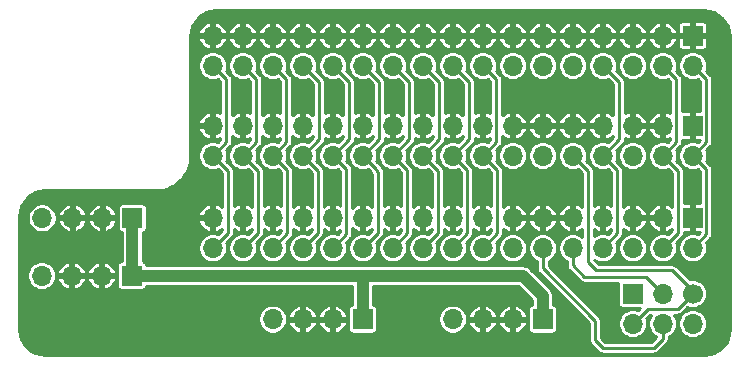
<source format=gbr>
G04 #@! TF.GenerationSoftware,KiCad,Pcbnew,(5.1.9)-1*
G04 #@! TF.CreationDate,2021-02-01T20:54:34+00:00*
G04 #@! TF.ProjectId,Amiga DF0 DF1 Switcher - Design B,416d6967-6120-4444-9630-204446312053,1*
G04 #@! TF.SameCoordinates,Original*
G04 #@! TF.FileFunction,Copper,L1,Top*
G04 #@! TF.FilePolarity,Positive*
%FSLAX46Y46*%
G04 Gerber Fmt 4.6, Leading zero omitted, Abs format (unit mm)*
G04 Created by KiCad (PCBNEW (5.1.9)-1) date 2021-02-01 20:54:34*
%MOMM*%
%LPD*%
G01*
G04 APERTURE LIST*
G04 #@! TA.AperFunction,ComponentPad*
%ADD10O,1.700000X1.700000*%
G04 #@! TD*
G04 #@! TA.AperFunction,ComponentPad*
%ADD11R,1.700000X1.700000*%
G04 #@! TD*
G04 #@! TA.AperFunction,ComponentPad*
%ADD12C,1.700000*%
G04 #@! TD*
G04 #@! TA.AperFunction,Conductor*
%ADD13C,0.250000*%
G04 #@! TD*
G04 #@! TA.AperFunction,Conductor*
%ADD14C,1.000000*%
G04 #@! TD*
G04 #@! TA.AperFunction,Conductor*
%ADD15C,0.254000*%
G04 #@! TD*
G04 #@! TA.AperFunction,Conductor*
%ADD16C,0.100000*%
G04 #@! TD*
G04 APERTURE END LIST*
D10*
X122682000Y-142240000D03*
X125222000Y-142240000D03*
X127762000Y-142240000D03*
D11*
X130302000Y-142240000D03*
D10*
X172720000Y-146304000D03*
D11*
X172720000Y-143764000D03*
D10*
X175260000Y-146304000D03*
X175260000Y-143764000D03*
X177800000Y-146304000D03*
D12*
X177800000Y-143764000D03*
D10*
X122732800Y-137350500D03*
X125272800Y-137350500D03*
X127812800Y-137350500D03*
D11*
X130352800Y-137350500D03*
D10*
X137160000Y-139890500D03*
X137160000Y-137350500D03*
X139700000Y-139890500D03*
X139700000Y-137350500D03*
X142240000Y-139890500D03*
X142240000Y-137350500D03*
X144780000Y-139890500D03*
X144780000Y-137350500D03*
X147320000Y-139890500D03*
X147320000Y-137350500D03*
X149860000Y-139890500D03*
X149860000Y-137350500D03*
X152400000Y-139890500D03*
X152400000Y-137350500D03*
X154940000Y-139890500D03*
X154940000Y-137350500D03*
X157480000Y-139890500D03*
X157480000Y-137350500D03*
X160020000Y-139890500D03*
X160020000Y-137350500D03*
X162560000Y-139890500D03*
X162560000Y-137350500D03*
X165100000Y-139890500D03*
X165100000Y-137350500D03*
X167640000Y-139890500D03*
X167640000Y-137350500D03*
X170180000Y-139890500D03*
X170180000Y-137350500D03*
X172720000Y-139890500D03*
X172720000Y-137350500D03*
X175260000Y-139890500D03*
X175260000Y-137350500D03*
X177800000Y-139890500D03*
D11*
X177800000Y-137350500D03*
X177800000Y-129540000D03*
D10*
X177800000Y-132080000D03*
X175260000Y-129540000D03*
X175260000Y-132080000D03*
X172720000Y-129540000D03*
X172720000Y-132080000D03*
X170180000Y-129540000D03*
X170180000Y-132080000D03*
X167640000Y-129540000D03*
X167640000Y-132080000D03*
X165100000Y-129540000D03*
X165100000Y-132080000D03*
X162560000Y-129540000D03*
X162560000Y-132080000D03*
X160020000Y-129540000D03*
X160020000Y-132080000D03*
X157480000Y-129540000D03*
X157480000Y-132080000D03*
X154940000Y-129540000D03*
X154940000Y-132080000D03*
X152400000Y-129540000D03*
X152400000Y-132080000D03*
X149860000Y-129540000D03*
X149860000Y-132080000D03*
X147320000Y-129540000D03*
X147320000Y-132080000D03*
X144780000Y-129540000D03*
X144780000Y-132080000D03*
X142240000Y-129540000D03*
X142240000Y-132080000D03*
X139700000Y-129540000D03*
X139700000Y-132080000D03*
X137160000Y-129540000D03*
X137160000Y-132080000D03*
D11*
X177800000Y-121920000D03*
D10*
X177800000Y-124460000D03*
X175260000Y-121920000D03*
X175260000Y-124460000D03*
X172720000Y-121920000D03*
X172720000Y-124460000D03*
X170180000Y-121920000D03*
X170180000Y-124460000D03*
X167640000Y-121920000D03*
X167640000Y-124460000D03*
X165100000Y-121920000D03*
X165100000Y-124460000D03*
X162560000Y-121920000D03*
X162560000Y-124460000D03*
X160020000Y-121920000D03*
X160020000Y-124460000D03*
X157480000Y-121920000D03*
X157480000Y-124460000D03*
X154940000Y-121920000D03*
X154940000Y-124460000D03*
X152400000Y-121920000D03*
X152400000Y-124460000D03*
X149860000Y-121920000D03*
X149860000Y-124460000D03*
X147320000Y-121920000D03*
X147320000Y-124460000D03*
X144780000Y-121920000D03*
X144780000Y-124460000D03*
X142240000Y-121920000D03*
X142240000Y-124460000D03*
X139700000Y-121920000D03*
X139700000Y-124460000D03*
X137160000Y-121920000D03*
X137160000Y-124460000D03*
D11*
X165100000Y-145923000D03*
D10*
X162560000Y-145923000D03*
X160020000Y-145923000D03*
X157480000Y-145923000D03*
D11*
X149860000Y-145923000D03*
D10*
X147320000Y-145923000D03*
X144780000Y-145923000D03*
X142240000Y-145923000D03*
D13*
X138335001Y-130904999D02*
X138335001Y-125635001D01*
X137160000Y-132080000D02*
X138335001Y-130904999D01*
X138335001Y-125635001D02*
X137160000Y-124460000D01*
X138009999Y-132929999D02*
X137160000Y-132080000D01*
X138455400Y-133375400D02*
X138009999Y-132929999D01*
X137160000Y-139890500D02*
X138455400Y-138595100D01*
X138455400Y-138595100D02*
X138455400Y-133375400D01*
X140875001Y-130904999D02*
X140875001Y-125635001D01*
X139700000Y-132080000D02*
X140875001Y-130904999D01*
X140875001Y-125635001D02*
X139700000Y-124460000D01*
X140549999Y-132929999D02*
X139700000Y-132080000D01*
X140995400Y-133375400D02*
X140549999Y-132929999D01*
X139700000Y-139890500D02*
X140995400Y-138595100D01*
X140995400Y-138595100D02*
X140995400Y-133375400D01*
X143415001Y-130904999D02*
X143415001Y-125635001D01*
X142240000Y-132080000D02*
X143415001Y-130904999D01*
X143415001Y-125635001D02*
X142240000Y-124460000D01*
X143089999Y-132929999D02*
X142240000Y-132080000D01*
X143459200Y-133299200D02*
X143089999Y-132929999D01*
X142240000Y-139890500D02*
X143459200Y-138671300D01*
X143459200Y-138671300D02*
X143459200Y-133299200D01*
X145629999Y-132929999D02*
X144780000Y-132080000D01*
X146050000Y-133350000D02*
X145629999Y-132929999D01*
X146050000Y-138620500D02*
X146050000Y-133350000D01*
X144780000Y-139890500D02*
X146050000Y-138620500D01*
X146144999Y-125824999D02*
X144780000Y-124460000D01*
X144780000Y-132080000D02*
X146144999Y-130715001D01*
X146144999Y-130715001D02*
X146144999Y-125824999D01*
X148169999Y-132929999D02*
X147320000Y-132080000D01*
X148495001Y-133255001D02*
X148169999Y-132929999D01*
X148495001Y-138715499D02*
X148495001Y-133317999D01*
X147320000Y-139890500D02*
X148495001Y-138715499D01*
X148684999Y-125824999D02*
X147320000Y-124460000D01*
X147320000Y-132080000D02*
X148684999Y-130715001D01*
X148684999Y-130715001D02*
X148684999Y-125824999D01*
X150709999Y-132929999D02*
X149860000Y-132080000D01*
X151035001Y-133255001D02*
X150709999Y-132929999D01*
X149860000Y-132080000D02*
X151224999Y-130715001D01*
X151224999Y-125824999D02*
X149860000Y-124460000D01*
X151224999Y-130715001D02*
X151224999Y-125824999D01*
X151155400Y-133438398D02*
X151035001Y-133317999D01*
X149860000Y-139890500D02*
X151155400Y-138595100D01*
X151155400Y-138595100D02*
X151155400Y-133438398D01*
X153764999Y-125824999D02*
X152400000Y-124460000D01*
X152400000Y-132080000D02*
X153764999Y-130715001D01*
X153764999Y-130715001D02*
X153764999Y-125824999D01*
X153249999Y-132929999D02*
X152400000Y-132080000D01*
X153644600Y-133324600D02*
X153249999Y-132929999D01*
X152400000Y-139890500D02*
X153644600Y-138645900D01*
X153644600Y-138645900D02*
X153644600Y-133324600D01*
X156304999Y-125824999D02*
X154940000Y-124460000D01*
X154940000Y-132080000D02*
X156304999Y-130715001D01*
X156304999Y-130715001D02*
X156304999Y-125824999D01*
X155789999Y-132929999D02*
X154940000Y-132080000D01*
X156235400Y-133375400D02*
X155789999Y-132929999D01*
X154940000Y-139890500D02*
X156235400Y-138595100D01*
X156235400Y-138595100D02*
X156235400Y-133375400D01*
X158844999Y-125824999D02*
X157480000Y-124460000D01*
X157480000Y-132080000D02*
X158844999Y-130715001D01*
X158844999Y-130715001D02*
X158844999Y-125824999D01*
X158329999Y-132929999D02*
X157480000Y-132080000D01*
X158724600Y-133324600D02*
X158329999Y-132929999D01*
X157480000Y-139890500D02*
X158724600Y-138645900D01*
X158724600Y-138645900D02*
X158724600Y-133324600D01*
X176435001Y-130904999D02*
X176435001Y-125635001D01*
X175260000Y-132080000D02*
X176435001Y-130904999D01*
X175260000Y-124460000D02*
X176435001Y-125635001D01*
X161195001Y-130904999D02*
X161195001Y-125635001D01*
X160020000Y-132080000D02*
X161195001Y-130904999D01*
X161195001Y-125635001D02*
X160020000Y-124460000D01*
X176109999Y-132929999D02*
X175260000Y-132080000D01*
X176555400Y-133375400D02*
X176109999Y-132929999D01*
X175260000Y-139890500D02*
X176555400Y-138595100D01*
X176555400Y-138595100D02*
X176555400Y-133375400D01*
X160869999Y-132929999D02*
X160020000Y-132080000D01*
X161264600Y-133324600D02*
X160869999Y-132929999D01*
X160020000Y-139890500D02*
X161264600Y-138645900D01*
X161264600Y-138645900D02*
X161264600Y-133324600D01*
X175260000Y-147574000D02*
X175260000Y-146304000D01*
X165100000Y-141629000D02*
X169545000Y-146074000D01*
X165100000Y-139890500D02*
X165100000Y-141629000D01*
X169545000Y-146074000D02*
X169545000Y-147701000D01*
X169545000Y-147701000D02*
X170180000Y-148336000D01*
X170180000Y-148336000D02*
X174498000Y-148336000D01*
X174498000Y-148336000D02*
X175260000Y-147574000D01*
X174623590Y-143764000D02*
X175260000Y-143764000D01*
X173837600Y-142341600D02*
X175260000Y-143764000D01*
X168605200Y-142341600D02*
X173837600Y-142341600D01*
X167640000Y-139890500D02*
X167640000Y-141376400D01*
X167640000Y-141376400D02*
X168605200Y-142341600D01*
X171544999Y-130715001D02*
X171544999Y-125824999D01*
X170180000Y-132080000D02*
X171544999Y-130715001D01*
X171544999Y-125824999D02*
X170180000Y-124460000D01*
X171029999Y-132929999D02*
X170180000Y-132080000D01*
X171424600Y-133324600D02*
X171029999Y-132929999D01*
X170180000Y-139890500D02*
X171424600Y-138645900D01*
X171424600Y-138645900D02*
X171424600Y-133324600D01*
X178649999Y-132929999D02*
X177800000Y-132080000D01*
X178975001Y-133255001D02*
X178649999Y-132929999D01*
X178975001Y-138715499D02*
X178975001Y-133255001D01*
X177800000Y-139890500D02*
X178975001Y-138715499D01*
X178975001Y-130904999D02*
X178975001Y-125635001D01*
X177800000Y-132080000D02*
X178975001Y-130904999D01*
X177800000Y-124460000D02*
X178975001Y-125635001D01*
X176530000Y-145034000D02*
X177800000Y-143764000D01*
X172720000Y-146304000D02*
X173990000Y-145034000D01*
X173990000Y-145034000D02*
X176530000Y-145034000D01*
X168489999Y-132929999D02*
X167640000Y-132080000D01*
X168935400Y-133375400D02*
X168489999Y-132929999D01*
X168935400Y-141071600D02*
X168935400Y-133375400D01*
X169646600Y-141782800D02*
X168935400Y-141071600D01*
X177800000Y-143510000D02*
X176072800Y-141782800D01*
X176072800Y-141782800D02*
X169646600Y-141782800D01*
D14*
X130352800Y-142189200D02*
X130302000Y-142240000D01*
X130352800Y-137350500D02*
X130352800Y-142189200D01*
X130302000Y-142240000D02*
X149860000Y-142240000D01*
X165100000Y-143941800D02*
X165100000Y-145923000D01*
X163423600Y-142265400D02*
X165100000Y-143941800D01*
X149860000Y-142265400D02*
X163423600Y-142265400D01*
X149860000Y-145923000D02*
X149860000Y-142265400D01*
D15*
X179230115Y-119828551D02*
X179628462Y-119948819D01*
X179995864Y-120144170D01*
X180318317Y-120407157D01*
X180583553Y-120727773D01*
X180781460Y-121093795D01*
X180904506Y-121491291D01*
X180950000Y-121924137D01*
X180950001Y-146792136D01*
X180907449Y-147226115D01*
X180787181Y-147624464D01*
X180591831Y-147991862D01*
X180328845Y-148314315D01*
X180008226Y-148579554D01*
X179642204Y-148777461D01*
X179244708Y-148900506D01*
X178811863Y-148946000D01*
X122955854Y-148946000D01*
X122521885Y-148903449D01*
X122123536Y-148783181D01*
X121756138Y-148587831D01*
X121433685Y-148324845D01*
X121168446Y-148004226D01*
X120970539Y-147638204D01*
X120847494Y-147240708D01*
X120802000Y-146807863D01*
X120802000Y-145801757D01*
X141009000Y-145801757D01*
X141009000Y-146044243D01*
X141056307Y-146282069D01*
X141149102Y-146506097D01*
X141283820Y-146707717D01*
X141455283Y-146879180D01*
X141656903Y-147013898D01*
X141880931Y-147106693D01*
X142118757Y-147154000D01*
X142361243Y-147154000D01*
X142599069Y-147106693D01*
X142823097Y-147013898D01*
X143024717Y-146879180D01*
X143196180Y-146707717D01*
X143330898Y-146506097D01*
X143423693Y-146282069D01*
X143432064Y-146239981D01*
X143590505Y-146239981D01*
X143675201Y-146465949D01*
X143802353Y-146671052D01*
X143967076Y-146847408D01*
X144163039Y-146988239D01*
X144382712Y-147088134D01*
X144463020Y-147112489D01*
X144653000Y-147051627D01*
X144653000Y-146050000D01*
X144907000Y-146050000D01*
X144907000Y-147051627D01*
X145096980Y-147112489D01*
X145177288Y-147088134D01*
X145396961Y-146988239D01*
X145592924Y-146847408D01*
X145757647Y-146671052D01*
X145884799Y-146465949D01*
X145969495Y-146239981D01*
X146130505Y-146239981D01*
X146215201Y-146465949D01*
X146342353Y-146671052D01*
X146507076Y-146847408D01*
X146703039Y-146988239D01*
X146922712Y-147088134D01*
X147003020Y-147112489D01*
X147193000Y-147051627D01*
X147193000Y-146050000D01*
X147447000Y-146050000D01*
X147447000Y-147051627D01*
X147636980Y-147112489D01*
X147717288Y-147088134D01*
X147936961Y-146988239D01*
X148132924Y-146847408D01*
X148297647Y-146671052D01*
X148424799Y-146465949D01*
X148509495Y-146239981D01*
X148449187Y-146050000D01*
X147447000Y-146050000D01*
X147193000Y-146050000D01*
X146190813Y-146050000D01*
X146130505Y-146239981D01*
X145969495Y-146239981D01*
X145909187Y-146050000D01*
X144907000Y-146050000D01*
X144653000Y-146050000D01*
X143650813Y-146050000D01*
X143590505Y-146239981D01*
X143432064Y-146239981D01*
X143471000Y-146044243D01*
X143471000Y-145801757D01*
X143432065Y-145606019D01*
X143590505Y-145606019D01*
X143650813Y-145796000D01*
X144653000Y-145796000D01*
X144653000Y-144794373D01*
X144907000Y-144794373D01*
X144907000Y-145796000D01*
X145909187Y-145796000D01*
X145969495Y-145606019D01*
X146130505Y-145606019D01*
X146190813Y-145796000D01*
X147193000Y-145796000D01*
X147193000Y-144794373D01*
X147447000Y-144794373D01*
X147447000Y-145796000D01*
X148449187Y-145796000D01*
X148509495Y-145606019D01*
X148424799Y-145380051D01*
X148297647Y-145174948D01*
X148132924Y-144998592D01*
X147936961Y-144857761D01*
X147717288Y-144757866D01*
X147636980Y-144733511D01*
X147447000Y-144794373D01*
X147193000Y-144794373D01*
X147003020Y-144733511D01*
X146922712Y-144757866D01*
X146703039Y-144857761D01*
X146507076Y-144998592D01*
X146342353Y-145174948D01*
X146215201Y-145380051D01*
X146130505Y-145606019D01*
X145969495Y-145606019D01*
X145884799Y-145380051D01*
X145757647Y-145174948D01*
X145592924Y-144998592D01*
X145396961Y-144857761D01*
X145177288Y-144757866D01*
X145096980Y-144733511D01*
X144907000Y-144794373D01*
X144653000Y-144794373D01*
X144463020Y-144733511D01*
X144382712Y-144757866D01*
X144163039Y-144857761D01*
X143967076Y-144998592D01*
X143802353Y-145174948D01*
X143675201Y-145380051D01*
X143590505Y-145606019D01*
X143432065Y-145606019D01*
X143423693Y-145563931D01*
X143330898Y-145339903D01*
X143196180Y-145138283D01*
X143024717Y-144966820D01*
X142823097Y-144832102D01*
X142599069Y-144739307D01*
X142361243Y-144692000D01*
X142118757Y-144692000D01*
X141880931Y-144739307D01*
X141656903Y-144832102D01*
X141455283Y-144966820D01*
X141283820Y-145138283D01*
X141149102Y-145339903D01*
X141056307Y-145563931D01*
X141009000Y-145801757D01*
X120802000Y-145801757D01*
X120802000Y-142118757D01*
X121451000Y-142118757D01*
X121451000Y-142361243D01*
X121498307Y-142599069D01*
X121591102Y-142823097D01*
X121725820Y-143024717D01*
X121897283Y-143196180D01*
X122098903Y-143330898D01*
X122322931Y-143423693D01*
X122560757Y-143471000D01*
X122803243Y-143471000D01*
X123041069Y-143423693D01*
X123265097Y-143330898D01*
X123466717Y-143196180D01*
X123638180Y-143024717D01*
X123772898Y-142823097D01*
X123865693Y-142599069D01*
X123874064Y-142556981D01*
X124032505Y-142556981D01*
X124117201Y-142782949D01*
X124244353Y-142988052D01*
X124409076Y-143164408D01*
X124605039Y-143305239D01*
X124824712Y-143405134D01*
X124905020Y-143429489D01*
X125095000Y-143368627D01*
X125095000Y-142367000D01*
X125349000Y-142367000D01*
X125349000Y-143368627D01*
X125538980Y-143429489D01*
X125619288Y-143405134D01*
X125838961Y-143305239D01*
X126034924Y-143164408D01*
X126199647Y-142988052D01*
X126326799Y-142782949D01*
X126411495Y-142556981D01*
X126572505Y-142556981D01*
X126657201Y-142782949D01*
X126784353Y-142988052D01*
X126949076Y-143164408D01*
X127145039Y-143305239D01*
X127364712Y-143405134D01*
X127445020Y-143429489D01*
X127635000Y-143368627D01*
X127635000Y-142367000D01*
X127889000Y-142367000D01*
X127889000Y-143368627D01*
X128078980Y-143429489D01*
X128159288Y-143405134D01*
X128378961Y-143305239D01*
X128574924Y-143164408D01*
X128739647Y-142988052D01*
X128866799Y-142782949D01*
X128951495Y-142556981D01*
X128891187Y-142367000D01*
X127889000Y-142367000D01*
X127635000Y-142367000D01*
X126632813Y-142367000D01*
X126572505Y-142556981D01*
X126411495Y-142556981D01*
X126351187Y-142367000D01*
X125349000Y-142367000D01*
X125095000Y-142367000D01*
X124092813Y-142367000D01*
X124032505Y-142556981D01*
X123874064Y-142556981D01*
X123913000Y-142361243D01*
X123913000Y-142118757D01*
X123874065Y-141923019D01*
X124032505Y-141923019D01*
X124092813Y-142113000D01*
X125095000Y-142113000D01*
X125095000Y-141111373D01*
X125349000Y-141111373D01*
X125349000Y-142113000D01*
X126351187Y-142113000D01*
X126411495Y-141923019D01*
X126572505Y-141923019D01*
X126632813Y-142113000D01*
X127635000Y-142113000D01*
X127635000Y-141111373D01*
X127889000Y-141111373D01*
X127889000Y-142113000D01*
X128891187Y-142113000D01*
X128951495Y-141923019D01*
X128866799Y-141697051D01*
X128739647Y-141491948D01*
X128644424Y-141390000D01*
X129069157Y-141390000D01*
X129069157Y-143090000D01*
X129076513Y-143164689D01*
X129098299Y-143236508D01*
X129133678Y-143302696D01*
X129181289Y-143360711D01*
X129239304Y-143408322D01*
X129305492Y-143443701D01*
X129377311Y-143465487D01*
X129452000Y-143472843D01*
X131152000Y-143472843D01*
X131226689Y-143465487D01*
X131298508Y-143443701D01*
X131364696Y-143408322D01*
X131422711Y-143360711D01*
X131470322Y-143302696D01*
X131505701Y-143236508D01*
X131527487Y-143164689D01*
X131531790Y-143121000D01*
X148979001Y-143121000D01*
X148979000Y-144693210D01*
X148935311Y-144697513D01*
X148863492Y-144719299D01*
X148797304Y-144754678D01*
X148739289Y-144802289D01*
X148691678Y-144860304D01*
X148656299Y-144926492D01*
X148634513Y-144998311D01*
X148627157Y-145073000D01*
X148627157Y-146773000D01*
X148634513Y-146847689D01*
X148656299Y-146919508D01*
X148691678Y-146985696D01*
X148739289Y-147043711D01*
X148797304Y-147091322D01*
X148863492Y-147126701D01*
X148935311Y-147148487D01*
X149010000Y-147155843D01*
X150710000Y-147155843D01*
X150784689Y-147148487D01*
X150856508Y-147126701D01*
X150922696Y-147091322D01*
X150980711Y-147043711D01*
X151028322Y-146985696D01*
X151063701Y-146919508D01*
X151085487Y-146847689D01*
X151092843Y-146773000D01*
X151092843Y-145801757D01*
X156249000Y-145801757D01*
X156249000Y-146044243D01*
X156296307Y-146282069D01*
X156389102Y-146506097D01*
X156523820Y-146707717D01*
X156695283Y-146879180D01*
X156896903Y-147013898D01*
X157120931Y-147106693D01*
X157358757Y-147154000D01*
X157601243Y-147154000D01*
X157839069Y-147106693D01*
X158063097Y-147013898D01*
X158264717Y-146879180D01*
X158436180Y-146707717D01*
X158570898Y-146506097D01*
X158663693Y-146282069D01*
X158672064Y-146239981D01*
X158830505Y-146239981D01*
X158915201Y-146465949D01*
X159042353Y-146671052D01*
X159207076Y-146847408D01*
X159403039Y-146988239D01*
X159622712Y-147088134D01*
X159703020Y-147112489D01*
X159893000Y-147051627D01*
X159893000Y-146050000D01*
X160147000Y-146050000D01*
X160147000Y-147051627D01*
X160336980Y-147112489D01*
X160417288Y-147088134D01*
X160636961Y-146988239D01*
X160832924Y-146847408D01*
X160997647Y-146671052D01*
X161124799Y-146465949D01*
X161209495Y-146239981D01*
X161370505Y-146239981D01*
X161455201Y-146465949D01*
X161582353Y-146671052D01*
X161747076Y-146847408D01*
X161943039Y-146988239D01*
X162162712Y-147088134D01*
X162243020Y-147112489D01*
X162433000Y-147051627D01*
X162433000Y-146050000D01*
X162687000Y-146050000D01*
X162687000Y-147051627D01*
X162876980Y-147112489D01*
X162957288Y-147088134D01*
X163176961Y-146988239D01*
X163372924Y-146847408D01*
X163537647Y-146671052D01*
X163664799Y-146465949D01*
X163749495Y-146239981D01*
X163689187Y-146050000D01*
X162687000Y-146050000D01*
X162433000Y-146050000D01*
X161430813Y-146050000D01*
X161370505Y-146239981D01*
X161209495Y-146239981D01*
X161149187Y-146050000D01*
X160147000Y-146050000D01*
X159893000Y-146050000D01*
X158890813Y-146050000D01*
X158830505Y-146239981D01*
X158672064Y-146239981D01*
X158711000Y-146044243D01*
X158711000Y-145801757D01*
X158672065Y-145606019D01*
X158830505Y-145606019D01*
X158890813Y-145796000D01*
X159893000Y-145796000D01*
X159893000Y-144794373D01*
X160147000Y-144794373D01*
X160147000Y-145796000D01*
X161149187Y-145796000D01*
X161209495Y-145606019D01*
X161370505Y-145606019D01*
X161430813Y-145796000D01*
X162433000Y-145796000D01*
X162433000Y-144794373D01*
X162687000Y-144794373D01*
X162687000Y-145796000D01*
X163689187Y-145796000D01*
X163749495Y-145606019D01*
X163664799Y-145380051D01*
X163537647Y-145174948D01*
X163372924Y-144998592D01*
X163176961Y-144857761D01*
X162957288Y-144757866D01*
X162876980Y-144733511D01*
X162687000Y-144794373D01*
X162433000Y-144794373D01*
X162243020Y-144733511D01*
X162162712Y-144757866D01*
X161943039Y-144857761D01*
X161747076Y-144998592D01*
X161582353Y-145174948D01*
X161455201Y-145380051D01*
X161370505Y-145606019D01*
X161209495Y-145606019D01*
X161124799Y-145380051D01*
X160997647Y-145174948D01*
X160832924Y-144998592D01*
X160636961Y-144857761D01*
X160417288Y-144757866D01*
X160336980Y-144733511D01*
X160147000Y-144794373D01*
X159893000Y-144794373D01*
X159703020Y-144733511D01*
X159622712Y-144757866D01*
X159403039Y-144857761D01*
X159207076Y-144998592D01*
X159042353Y-145174948D01*
X158915201Y-145380051D01*
X158830505Y-145606019D01*
X158672065Y-145606019D01*
X158663693Y-145563931D01*
X158570898Y-145339903D01*
X158436180Y-145138283D01*
X158264717Y-144966820D01*
X158063097Y-144832102D01*
X157839069Y-144739307D01*
X157601243Y-144692000D01*
X157358757Y-144692000D01*
X157120931Y-144739307D01*
X156896903Y-144832102D01*
X156695283Y-144966820D01*
X156523820Y-145138283D01*
X156389102Y-145339903D01*
X156296307Y-145563931D01*
X156249000Y-145801757D01*
X151092843Y-145801757D01*
X151092843Y-145073000D01*
X151085487Y-144998311D01*
X151063701Y-144926492D01*
X151028322Y-144860304D01*
X150980711Y-144802289D01*
X150922696Y-144754678D01*
X150856508Y-144719299D01*
X150784689Y-144697513D01*
X150741000Y-144693210D01*
X150741000Y-143146400D01*
X163058679Y-143146400D01*
X164219000Y-144306722D01*
X164219000Y-144693210D01*
X164175311Y-144697513D01*
X164103492Y-144719299D01*
X164037304Y-144754678D01*
X163979289Y-144802289D01*
X163931678Y-144860304D01*
X163896299Y-144926492D01*
X163874513Y-144998311D01*
X163867157Y-145073000D01*
X163867157Y-146773000D01*
X163874513Y-146847689D01*
X163896299Y-146919508D01*
X163931678Y-146985696D01*
X163979289Y-147043711D01*
X164037304Y-147091322D01*
X164103492Y-147126701D01*
X164175311Y-147148487D01*
X164250000Y-147155843D01*
X165950000Y-147155843D01*
X166024689Y-147148487D01*
X166096508Y-147126701D01*
X166162696Y-147091322D01*
X166220711Y-147043711D01*
X166268322Y-146985696D01*
X166303701Y-146919508D01*
X166325487Y-146847689D01*
X166332843Y-146773000D01*
X166332843Y-145073000D01*
X166325487Y-144998311D01*
X166303701Y-144926492D01*
X166268322Y-144860304D01*
X166220711Y-144802289D01*
X166162696Y-144754678D01*
X166096508Y-144719299D01*
X166024689Y-144697513D01*
X165981000Y-144693210D01*
X165981000Y-143985070D01*
X165985262Y-143941800D01*
X165979704Y-143885370D01*
X165968252Y-143769094D01*
X165917875Y-143603025D01*
X165899916Y-143569426D01*
X165836068Y-143449974D01*
X165769308Y-143368627D01*
X165725975Y-143315825D01*
X165692362Y-143288240D01*
X164077166Y-141673045D01*
X164049575Y-141639425D01*
X163915425Y-141529332D01*
X163762375Y-141447525D01*
X163596306Y-141397148D01*
X163466873Y-141384400D01*
X163466870Y-141384400D01*
X163423600Y-141380138D01*
X163380330Y-141384400D01*
X150074414Y-141384400D01*
X150032706Y-141371748D01*
X149903273Y-141359000D01*
X131531790Y-141359000D01*
X131527487Y-141315311D01*
X131505701Y-141243492D01*
X131470322Y-141177304D01*
X131422711Y-141119289D01*
X131364696Y-141071678D01*
X131298508Y-141036299D01*
X131233800Y-141016670D01*
X131233800Y-138580290D01*
X131277489Y-138575987D01*
X131349308Y-138554201D01*
X131415496Y-138518822D01*
X131473511Y-138471211D01*
X131521122Y-138413196D01*
X131556501Y-138347008D01*
X131578287Y-138275189D01*
X131585643Y-138200500D01*
X131585643Y-137667481D01*
X135970505Y-137667481D01*
X136055201Y-137893449D01*
X136182353Y-138098552D01*
X136347076Y-138274908D01*
X136543039Y-138415739D01*
X136762712Y-138515634D01*
X136843020Y-138539989D01*
X137033000Y-138479127D01*
X137033000Y-137477500D01*
X136030813Y-137477500D01*
X135970505Y-137667481D01*
X131585643Y-137667481D01*
X131585643Y-137033519D01*
X135970505Y-137033519D01*
X136030813Y-137223500D01*
X137033000Y-137223500D01*
X137033000Y-136221873D01*
X136843020Y-136161011D01*
X136762712Y-136185366D01*
X136543039Y-136285261D01*
X136347076Y-136426092D01*
X136182353Y-136602448D01*
X136055201Y-136807551D01*
X135970505Y-137033519D01*
X131585643Y-137033519D01*
X131585643Y-136500500D01*
X131578287Y-136425811D01*
X131556501Y-136353992D01*
X131521122Y-136287804D01*
X131473511Y-136229789D01*
X131415496Y-136182178D01*
X131349308Y-136146799D01*
X131277489Y-136125013D01*
X131202800Y-136117657D01*
X129502800Y-136117657D01*
X129428111Y-136125013D01*
X129356292Y-136146799D01*
X129290104Y-136182178D01*
X129232089Y-136229789D01*
X129184478Y-136287804D01*
X129149099Y-136353992D01*
X129127313Y-136425811D01*
X129119957Y-136500500D01*
X129119957Y-138200500D01*
X129127313Y-138275189D01*
X129149099Y-138347008D01*
X129184478Y-138413196D01*
X129232089Y-138471211D01*
X129290104Y-138518822D01*
X129356292Y-138554201D01*
X129428111Y-138575987D01*
X129471800Y-138580290D01*
X129471801Y-141007157D01*
X129452000Y-141007157D01*
X129377311Y-141014513D01*
X129305492Y-141036299D01*
X129239304Y-141071678D01*
X129181289Y-141119289D01*
X129133678Y-141177304D01*
X129098299Y-141243492D01*
X129076513Y-141315311D01*
X129069157Y-141390000D01*
X128644424Y-141390000D01*
X128574924Y-141315592D01*
X128378961Y-141174761D01*
X128159288Y-141074866D01*
X128078980Y-141050511D01*
X127889000Y-141111373D01*
X127635000Y-141111373D01*
X127445020Y-141050511D01*
X127364712Y-141074866D01*
X127145039Y-141174761D01*
X126949076Y-141315592D01*
X126784353Y-141491948D01*
X126657201Y-141697051D01*
X126572505Y-141923019D01*
X126411495Y-141923019D01*
X126326799Y-141697051D01*
X126199647Y-141491948D01*
X126034924Y-141315592D01*
X125838961Y-141174761D01*
X125619288Y-141074866D01*
X125538980Y-141050511D01*
X125349000Y-141111373D01*
X125095000Y-141111373D01*
X124905020Y-141050511D01*
X124824712Y-141074866D01*
X124605039Y-141174761D01*
X124409076Y-141315592D01*
X124244353Y-141491948D01*
X124117201Y-141697051D01*
X124032505Y-141923019D01*
X123874065Y-141923019D01*
X123865693Y-141880931D01*
X123772898Y-141656903D01*
X123638180Y-141455283D01*
X123466717Y-141283820D01*
X123265097Y-141149102D01*
X123041069Y-141056307D01*
X122803243Y-141009000D01*
X122560757Y-141009000D01*
X122322931Y-141056307D01*
X122098903Y-141149102D01*
X121897283Y-141283820D01*
X121725820Y-141455283D01*
X121591102Y-141656903D01*
X121498307Y-141880931D01*
X121451000Y-142118757D01*
X120802000Y-142118757D01*
X120802000Y-137229257D01*
X121501800Y-137229257D01*
X121501800Y-137471743D01*
X121549107Y-137709569D01*
X121641902Y-137933597D01*
X121776620Y-138135217D01*
X121948083Y-138306680D01*
X122149703Y-138441398D01*
X122373731Y-138534193D01*
X122611557Y-138581500D01*
X122854043Y-138581500D01*
X123091869Y-138534193D01*
X123315897Y-138441398D01*
X123517517Y-138306680D01*
X123688980Y-138135217D01*
X123823698Y-137933597D01*
X123916493Y-137709569D01*
X123924864Y-137667481D01*
X124083305Y-137667481D01*
X124168001Y-137893449D01*
X124295153Y-138098552D01*
X124459876Y-138274908D01*
X124655839Y-138415739D01*
X124875512Y-138515634D01*
X124955820Y-138539989D01*
X125145800Y-138479127D01*
X125145800Y-137477500D01*
X125399800Y-137477500D01*
X125399800Y-138479127D01*
X125589780Y-138539989D01*
X125670088Y-138515634D01*
X125889761Y-138415739D01*
X126085724Y-138274908D01*
X126250447Y-138098552D01*
X126377599Y-137893449D01*
X126462295Y-137667481D01*
X126623305Y-137667481D01*
X126708001Y-137893449D01*
X126835153Y-138098552D01*
X126999876Y-138274908D01*
X127195839Y-138415739D01*
X127415512Y-138515634D01*
X127495820Y-138539989D01*
X127685800Y-138479127D01*
X127685800Y-137477500D01*
X127939800Y-137477500D01*
X127939800Y-138479127D01*
X128129780Y-138539989D01*
X128210088Y-138515634D01*
X128429761Y-138415739D01*
X128625724Y-138274908D01*
X128790447Y-138098552D01*
X128917599Y-137893449D01*
X129002295Y-137667481D01*
X128941987Y-137477500D01*
X127939800Y-137477500D01*
X127685800Y-137477500D01*
X126683613Y-137477500D01*
X126623305Y-137667481D01*
X126462295Y-137667481D01*
X126401987Y-137477500D01*
X125399800Y-137477500D01*
X125145800Y-137477500D01*
X124143613Y-137477500D01*
X124083305Y-137667481D01*
X123924864Y-137667481D01*
X123963800Y-137471743D01*
X123963800Y-137229257D01*
X123924865Y-137033519D01*
X124083305Y-137033519D01*
X124143613Y-137223500D01*
X125145800Y-137223500D01*
X125145800Y-136221873D01*
X125399800Y-136221873D01*
X125399800Y-137223500D01*
X126401987Y-137223500D01*
X126462295Y-137033519D01*
X126623305Y-137033519D01*
X126683613Y-137223500D01*
X127685800Y-137223500D01*
X127685800Y-136221873D01*
X127939800Y-136221873D01*
X127939800Y-137223500D01*
X128941987Y-137223500D01*
X129002295Y-137033519D01*
X128917599Y-136807551D01*
X128790447Y-136602448D01*
X128625724Y-136426092D01*
X128429761Y-136285261D01*
X128210088Y-136185366D01*
X128129780Y-136161011D01*
X127939800Y-136221873D01*
X127685800Y-136221873D01*
X127495820Y-136161011D01*
X127415512Y-136185366D01*
X127195839Y-136285261D01*
X126999876Y-136426092D01*
X126835153Y-136602448D01*
X126708001Y-136807551D01*
X126623305Y-137033519D01*
X126462295Y-137033519D01*
X126377599Y-136807551D01*
X126250447Y-136602448D01*
X126085724Y-136426092D01*
X125889761Y-136285261D01*
X125670088Y-136185366D01*
X125589780Y-136161011D01*
X125399800Y-136221873D01*
X125145800Y-136221873D01*
X124955820Y-136161011D01*
X124875512Y-136185366D01*
X124655839Y-136285261D01*
X124459876Y-136426092D01*
X124295153Y-136602448D01*
X124168001Y-136807551D01*
X124083305Y-137033519D01*
X123924865Y-137033519D01*
X123916493Y-136991431D01*
X123823698Y-136767403D01*
X123688980Y-136565783D01*
X123517517Y-136394320D01*
X123315897Y-136259602D01*
X123091869Y-136166807D01*
X122854043Y-136119500D01*
X122611557Y-136119500D01*
X122373731Y-136166807D01*
X122149703Y-136259602D01*
X121948083Y-136394320D01*
X121776620Y-136565783D01*
X121641902Y-136767403D01*
X121549107Y-136991431D01*
X121501800Y-137229257D01*
X120802000Y-137229257D01*
X120802000Y-137179854D01*
X120844551Y-136745885D01*
X120964819Y-136347538D01*
X121160170Y-135980136D01*
X121423157Y-135657683D01*
X121743773Y-135392447D01*
X122109795Y-135194540D01*
X122507291Y-135071494D01*
X122940137Y-135026000D01*
X132353941Y-135026000D01*
X132372661Y-135024156D01*
X132388528Y-135024267D01*
X132394171Y-135023714D01*
X132887177Y-134971897D01*
X132923256Y-134964491D01*
X132959368Y-134957602D01*
X132964796Y-134955964D01*
X133438348Y-134809375D01*
X133472308Y-134795100D01*
X133506388Y-134781330D01*
X133511394Y-134778669D01*
X133947454Y-134542892D01*
X133977972Y-134522307D01*
X134008750Y-134502166D01*
X134013144Y-134498584D01*
X134395104Y-134182600D01*
X134421074Y-134156448D01*
X134447323Y-134130743D01*
X134450932Y-134126381D01*
X134450937Y-134126376D01*
X134450941Y-134126371D01*
X134764248Y-133742219D01*
X134784629Y-133711543D01*
X134805400Y-133681207D01*
X134808097Y-133676220D01*
X135040824Y-133238525D01*
X135054858Y-133204476D01*
X135069342Y-133170681D01*
X135071019Y-133165266D01*
X135214298Y-132690701D01*
X135221457Y-132654546D01*
X135229095Y-132618612D01*
X135229687Y-132612983D01*
X135229689Y-132612973D01*
X135229689Y-132612964D01*
X135278062Y-132119619D01*
X135278062Y-132119618D01*
X135280000Y-132099941D01*
X135280000Y-129856981D01*
X135970505Y-129856981D01*
X136055201Y-130082949D01*
X136182353Y-130288052D01*
X136347076Y-130464408D01*
X136543039Y-130605239D01*
X136762712Y-130705134D01*
X136843020Y-130729489D01*
X137033000Y-130668627D01*
X137033000Y-129667000D01*
X136030813Y-129667000D01*
X135970505Y-129856981D01*
X135280000Y-129856981D01*
X135280000Y-129223019D01*
X135970505Y-129223019D01*
X136030813Y-129413000D01*
X137033000Y-129413000D01*
X137033000Y-128411373D01*
X136843020Y-128350511D01*
X136762712Y-128374866D01*
X136543039Y-128474761D01*
X136347076Y-128615592D01*
X136182353Y-128791948D01*
X136055201Y-128997051D01*
X135970505Y-129223019D01*
X135280000Y-129223019D01*
X135280000Y-124338757D01*
X135929000Y-124338757D01*
X135929000Y-124581243D01*
X135976307Y-124819069D01*
X136069102Y-125043097D01*
X136203820Y-125244717D01*
X136375283Y-125416180D01*
X136576903Y-125550898D01*
X136800931Y-125643693D01*
X137038757Y-125691000D01*
X137281243Y-125691000D01*
X137519069Y-125643693D01*
X137596167Y-125611758D01*
X137829002Y-125844594D01*
X137829001Y-128512160D01*
X137776961Y-128474761D01*
X137557288Y-128374866D01*
X137476980Y-128350511D01*
X137287000Y-128411373D01*
X137287000Y-129413000D01*
X137307000Y-129413000D01*
X137307000Y-129667000D01*
X137287000Y-129667000D01*
X137287000Y-130668627D01*
X137476980Y-130729489D01*
X137557288Y-130705134D01*
X137776961Y-130605239D01*
X137829001Y-130567840D01*
X137829001Y-130695407D01*
X137596167Y-130928242D01*
X137519069Y-130896307D01*
X137281243Y-130849000D01*
X137038757Y-130849000D01*
X136800931Y-130896307D01*
X136576903Y-130989102D01*
X136375283Y-131123820D01*
X136203820Y-131295283D01*
X136069102Y-131496903D01*
X135976307Y-131720931D01*
X135929000Y-131958757D01*
X135929000Y-132201243D01*
X135976307Y-132439069D01*
X136069102Y-132663097D01*
X136203820Y-132864717D01*
X136375283Y-133036180D01*
X136576903Y-133170898D01*
X136800931Y-133263693D01*
X137038757Y-133311000D01*
X137281243Y-133311000D01*
X137519069Y-133263693D01*
X137596166Y-133231758D01*
X137669777Y-133305369D01*
X137669782Y-133305373D01*
X137949401Y-133584993D01*
X137949400Y-136409187D01*
X137776961Y-136285261D01*
X137557288Y-136185366D01*
X137476980Y-136161011D01*
X137287000Y-136221873D01*
X137287000Y-137223500D01*
X137307000Y-137223500D01*
X137307000Y-137477500D01*
X137287000Y-137477500D01*
X137287000Y-138479127D01*
X137476980Y-138539989D01*
X137557288Y-138515634D01*
X137776961Y-138415739D01*
X137949400Y-138291814D01*
X137949400Y-138385508D01*
X137596167Y-138738742D01*
X137519069Y-138706807D01*
X137281243Y-138659500D01*
X137038757Y-138659500D01*
X136800931Y-138706807D01*
X136576903Y-138799602D01*
X136375283Y-138934320D01*
X136203820Y-139105783D01*
X136069102Y-139307403D01*
X135976307Y-139531431D01*
X135929000Y-139769257D01*
X135929000Y-140011743D01*
X135976307Y-140249569D01*
X136069102Y-140473597D01*
X136203820Y-140675217D01*
X136375283Y-140846680D01*
X136576903Y-140981398D01*
X136800931Y-141074193D01*
X137038757Y-141121500D01*
X137281243Y-141121500D01*
X137519069Y-141074193D01*
X137743097Y-140981398D01*
X137944717Y-140846680D01*
X138116180Y-140675217D01*
X138250898Y-140473597D01*
X138343693Y-140249569D01*
X138391000Y-140011743D01*
X138391000Y-139769257D01*
X138343693Y-139531431D01*
X138311758Y-139454333D01*
X138795620Y-138970472D01*
X138814927Y-138954627D01*
X138878159Y-138877579D01*
X138925145Y-138789675D01*
X138938668Y-138745094D01*
X138954078Y-138694294D01*
X138955052Y-138684406D01*
X138961400Y-138619954D01*
X138961400Y-138619947D01*
X138963847Y-138595101D01*
X138961400Y-138570255D01*
X138961400Y-138328322D01*
X139083039Y-138415739D01*
X139302712Y-138515634D01*
X139383020Y-138539989D01*
X139573000Y-138479127D01*
X139573000Y-137477500D01*
X139553000Y-137477500D01*
X139553000Y-137223500D01*
X139573000Y-137223500D01*
X139573000Y-136221873D01*
X139383020Y-136161011D01*
X139302712Y-136185366D01*
X139083039Y-136285261D01*
X138961400Y-136372678D01*
X138961400Y-133400245D01*
X138963847Y-133375399D01*
X138961400Y-133350553D01*
X138961400Y-133350546D01*
X138954078Y-133276207D01*
X138953514Y-133274346D01*
X138925145Y-133180825D01*
X138911773Y-133155808D01*
X138878159Y-133092921D01*
X138814927Y-133015873D01*
X138795620Y-133000028D01*
X138385373Y-132589782D01*
X138385369Y-132589777D01*
X138311758Y-132516166D01*
X138343693Y-132439069D01*
X138391000Y-132201243D01*
X138391000Y-131958757D01*
X138343693Y-131720931D01*
X138311758Y-131643833D01*
X138675221Y-131280371D01*
X138694528Y-131264526D01*
X138757760Y-131187478D01*
X138804746Y-131099574D01*
X138833679Y-131004192D01*
X138841001Y-130929853D01*
X138841001Y-130929846D01*
X138843448Y-130905000D01*
X138841001Y-130880154D01*
X138841001Y-130415079D01*
X138887076Y-130464408D01*
X139083039Y-130605239D01*
X139302712Y-130705134D01*
X139383020Y-130729489D01*
X139573000Y-130668627D01*
X139573000Y-129667000D01*
X139553000Y-129667000D01*
X139553000Y-129413000D01*
X139573000Y-129413000D01*
X139573000Y-128411373D01*
X139383020Y-128350511D01*
X139302712Y-128374866D01*
X139083039Y-128474761D01*
X138887076Y-128615592D01*
X138841001Y-128664921D01*
X138841001Y-125659846D01*
X138843448Y-125635000D01*
X138841001Y-125610154D01*
X138841001Y-125610147D01*
X138833679Y-125535808D01*
X138804746Y-125440426D01*
X138757760Y-125352522D01*
X138694528Y-125275474D01*
X138675221Y-125259629D01*
X138311758Y-124896167D01*
X138343693Y-124819069D01*
X138391000Y-124581243D01*
X138391000Y-124338757D01*
X138469000Y-124338757D01*
X138469000Y-124581243D01*
X138516307Y-124819069D01*
X138609102Y-125043097D01*
X138743820Y-125244717D01*
X138915283Y-125416180D01*
X139116903Y-125550898D01*
X139340931Y-125643693D01*
X139578757Y-125691000D01*
X139821243Y-125691000D01*
X140059069Y-125643693D01*
X140136167Y-125611758D01*
X140369002Y-125844594D01*
X140369001Y-128512160D01*
X140316961Y-128474761D01*
X140097288Y-128374866D01*
X140016980Y-128350511D01*
X139827000Y-128411373D01*
X139827000Y-129413000D01*
X139847000Y-129413000D01*
X139847000Y-129667000D01*
X139827000Y-129667000D01*
X139827000Y-130668627D01*
X140016980Y-130729489D01*
X140097288Y-130705134D01*
X140316961Y-130605239D01*
X140369001Y-130567840D01*
X140369001Y-130695407D01*
X140136167Y-130928242D01*
X140059069Y-130896307D01*
X139821243Y-130849000D01*
X139578757Y-130849000D01*
X139340931Y-130896307D01*
X139116903Y-130989102D01*
X138915283Y-131123820D01*
X138743820Y-131295283D01*
X138609102Y-131496903D01*
X138516307Y-131720931D01*
X138469000Y-131958757D01*
X138469000Y-132201243D01*
X138516307Y-132439069D01*
X138609102Y-132663097D01*
X138743820Y-132864717D01*
X138915283Y-133036180D01*
X139116903Y-133170898D01*
X139340931Y-133263693D01*
X139578757Y-133311000D01*
X139821243Y-133311000D01*
X140059069Y-133263693D01*
X140136166Y-133231758D01*
X140209777Y-133305369D01*
X140209782Y-133305373D01*
X140489401Y-133584993D01*
X140489400Y-136409187D01*
X140316961Y-136285261D01*
X140097288Y-136185366D01*
X140016980Y-136161011D01*
X139827000Y-136221873D01*
X139827000Y-137223500D01*
X139847000Y-137223500D01*
X139847000Y-137477500D01*
X139827000Y-137477500D01*
X139827000Y-138479127D01*
X140016980Y-138539989D01*
X140097288Y-138515634D01*
X140316961Y-138415739D01*
X140489400Y-138291814D01*
X140489400Y-138385508D01*
X140136167Y-138738742D01*
X140059069Y-138706807D01*
X139821243Y-138659500D01*
X139578757Y-138659500D01*
X139340931Y-138706807D01*
X139116903Y-138799602D01*
X138915283Y-138934320D01*
X138743820Y-139105783D01*
X138609102Y-139307403D01*
X138516307Y-139531431D01*
X138469000Y-139769257D01*
X138469000Y-140011743D01*
X138516307Y-140249569D01*
X138609102Y-140473597D01*
X138743820Y-140675217D01*
X138915283Y-140846680D01*
X139116903Y-140981398D01*
X139340931Y-141074193D01*
X139578757Y-141121500D01*
X139821243Y-141121500D01*
X140059069Y-141074193D01*
X140283097Y-140981398D01*
X140484717Y-140846680D01*
X140656180Y-140675217D01*
X140790898Y-140473597D01*
X140883693Y-140249569D01*
X140931000Y-140011743D01*
X140931000Y-139769257D01*
X140883693Y-139531431D01*
X140851758Y-139454333D01*
X141335620Y-138970472D01*
X141354927Y-138954627D01*
X141418159Y-138877579D01*
X141465145Y-138789675D01*
X141478668Y-138745094D01*
X141494078Y-138694294D01*
X141495052Y-138684406D01*
X141501400Y-138619954D01*
X141501400Y-138619947D01*
X141503847Y-138595101D01*
X141501400Y-138570255D01*
X141501400Y-138328322D01*
X141623039Y-138415739D01*
X141842712Y-138515634D01*
X141923020Y-138539989D01*
X142113000Y-138479127D01*
X142113000Y-137477500D01*
X142093000Y-137477500D01*
X142093000Y-137223500D01*
X142113000Y-137223500D01*
X142113000Y-136221873D01*
X141923020Y-136161011D01*
X141842712Y-136185366D01*
X141623039Y-136285261D01*
X141501400Y-136372678D01*
X141501400Y-133400245D01*
X141503847Y-133375399D01*
X141501400Y-133350553D01*
X141501400Y-133350546D01*
X141494078Y-133276207D01*
X141493514Y-133274346D01*
X141465145Y-133180825D01*
X141451773Y-133155808D01*
X141418159Y-133092921D01*
X141354927Y-133015873D01*
X141335620Y-133000028D01*
X140925373Y-132589782D01*
X140925369Y-132589777D01*
X140851758Y-132516166D01*
X140883693Y-132439069D01*
X140931000Y-132201243D01*
X140931000Y-131958757D01*
X140883693Y-131720931D01*
X140851758Y-131643833D01*
X141215221Y-131280371D01*
X141234528Y-131264526D01*
X141297760Y-131187478D01*
X141344746Y-131099574D01*
X141373679Y-131004192D01*
X141381001Y-130929853D01*
X141381001Y-130929846D01*
X141383448Y-130905000D01*
X141381001Y-130880154D01*
X141381001Y-130415079D01*
X141427076Y-130464408D01*
X141623039Y-130605239D01*
X141842712Y-130705134D01*
X141923020Y-130729489D01*
X142113000Y-130668627D01*
X142113000Y-129667000D01*
X142093000Y-129667000D01*
X142093000Y-129413000D01*
X142113000Y-129413000D01*
X142113000Y-128411373D01*
X141923020Y-128350511D01*
X141842712Y-128374866D01*
X141623039Y-128474761D01*
X141427076Y-128615592D01*
X141381001Y-128664921D01*
X141381001Y-125659846D01*
X141383448Y-125635000D01*
X141381001Y-125610154D01*
X141381001Y-125610147D01*
X141373679Y-125535808D01*
X141344746Y-125440426D01*
X141297760Y-125352522D01*
X141234528Y-125275474D01*
X141215221Y-125259629D01*
X140851758Y-124896167D01*
X140883693Y-124819069D01*
X140931000Y-124581243D01*
X140931000Y-124338757D01*
X141009000Y-124338757D01*
X141009000Y-124581243D01*
X141056307Y-124819069D01*
X141149102Y-125043097D01*
X141283820Y-125244717D01*
X141455283Y-125416180D01*
X141656903Y-125550898D01*
X141880931Y-125643693D01*
X142118757Y-125691000D01*
X142361243Y-125691000D01*
X142599069Y-125643693D01*
X142676167Y-125611758D01*
X142909002Y-125844594D01*
X142909001Y-128512160D01*
X142856961Y-128474761D01*
X142637288Y-128374866D01*
X142556980Y-128350511D01*
X142367000Y-128411373D01*
X142367000Y-129413000D01*
X142387000Y-129413000D01*
X142387000Y-129667000D01*
X142367000Y-129667000D01*
X142367000Y-130668627D01*
X142556980Y-130729489D01*
X142637288Y-130705134D01*
X142856961Y-130605239D01*
X142909001Y-130567840D01*
X142909001Y-130695407D01*
X142676167Y-130928242D01*
X142599069Y-130896307D01*
X142361243Y-130849000D01*
X142118757Y-130849000D01*
X141880931Y-130896307D01*
X141656903Y-130989102D01*
X141455283Y-131123820D01*
X141283820Y-131295283D01*
X141149102Y-131496903D01*
X141056307Y-131720931D01*
X141009000Y-131958757D01*
X141009000Y-132201243D01*
X141056307Y-132439069D01*
X141149102Y-132663097D01*
X141283820Y-132864717D01*
X141455283Y-133036180D01*
X141656903Y-133170898D01*
X141880931Y-133263693D01*
X142118757Y-133311000D01*
X142361243Y-133311000D01*
X142599069Y-133263693D01*
X142676166Y-133231758D01*
X142749777Y-133305369D01*
X142749782Y-133305373D01*
X142953201Y-133508793D01*
X142953200Y-136354425D01*
X142856961Y-136285261D01*
X142637288Y-136185366D01*
X142556980Y-136161011D01*
X142367000Y-136221873D01*
X142367000Y-137223500D01*
X142387000Y-137223500D01*
X142387000Y-137477500D01*
X142367000Y-137477500D01*
X142367000Y-138479127D01*
X142556980Y-138539989D01*
X142637288Y-138515634D01*
X142856961Y-138415739D01*
X142953200Y-138346576D01*
X142953200Y-138461708D01*
X142676167Y-138738742D01*
X142599069Y-138706807D01*
X142361243Y-138659500D01*
X142118757Y-138659500D01*
X141880931Y-138706807D01*
X141656903Y-138799602D01*
X141455283Y-138934320D01*
X141283820Y-139105783D01*
X141149102Y-139307403D01*
X141056307Y-139531431D01*
X141009000Y-139769257D01*
X141009000Y-140011743D01*
X141056307Y-140249569D01*
X141149102Y-140473597D01*
X141283820Y-140675217D01*
X141455283Y-140846680D01*
X141656903Y-140981398D01*
X141880931Y-141074193D01*
X142118757Y-141121500D01*
X142361243Y-141121500D01*
X142599069Y-141074193D01*
X142823097Y-140981398D01*
X143024717Y-140846680D01*
X143196180Y-140675217D01*
X143330898Y-140473597D01*
X143423693Y-140249569D01*
X143471000Y-140011743D01*
X143471000Y-139769257D01*
X143423693Y-139531431D01*
X143391758Y-139454333D01*
X143799420Y-139046672D01*
X143818727Y-139030827D01*
X143881959Y-138953779D01*
X143928945Y-138865875D01*
X143944355Y-138815074D01*
X143957878Y-138770494D01*
X143960380Y-138745092D01*
X143965200Y-138696154D01*
X143965200Y-138696147D01*
X143967647Y-138671301D01*
X143965200Y-138646455D01*
X143965200Y-138272900D01*
X143967076Y-138274908D01*
X144163039Y-138415739D01*
X144382712Y-138515634D01*
X144463020Y-138539989D01*
X144653000Y-138479127D01*
X144653000Y-137477500D01*
X144633000Y-137477500D01*
X144633000Y-137223500D01*
X144653000Y-137223500D01*
X144653000Y-136221873D01*
X144463020Y-136161011D01*
X144382712Y-136185366D01*
X144163039Y-136285261D01*
X143967076Y-136426092D01*
X143965200Y-136428100D01*
X143965200Y-133324045D01*
X143967647Y-133299199D01*
X143965200Y-133274353D01*
X143965200Y-133274346D01*
X143957878Y-133200007D01*
X143928945Y-133104625D01*
X143881959Y-133016721D01*
X143818727Y-132939673D01*
X143799420Y-132923828D01*
X143465373Y-132589782D01*
X143465369Y-132589777D01*
X143391758Y-132516166D01*
X143423693Y-132439069D01*
X143471000Y-132201243D01*
X143471000Y-131958757D01*
X143423693Y-131720931D01*
X143391758Y-131643833D01*
X143755221Y-131280371D01*
X143774528Y-131264526D01*
X143837760Y-131187478D01*
X143884746Y-131099574D01*
X143913679Y-131004192D01*
X143921001Y-130929853D01*
X143921001Y-130929846D01*
X143923448Y-130905000D01*
X143921001Y-130880154D01*
X143921001Y-130415079D01*
X143967076Y-130464408D01*
X144163039Y-130605239D01*
X144382712Y-130705134D01*
X144463020Y-130729489D01*
X144653000Y-130668627D01*
X144653000Y-129667000D01*
X144633000Y-129667000D01*
X144633000Y-129413000D01*
X144653000Y-129413000D01*
X144653000Y-128411373D01*
X144463020Y-128350511D01*
X144382712Y-128374866D01*
X144163039Y-128474761D01*
X143967076Y-128615592D01*
X143921001Y-128664921D01*
X143921001Y-125659846D01*
X143923448Y-125635000D01*
X143921001Y-125610154D01*
X143921001Y-125610147D01*
X143913679Y-125535808D01*
X143884746Y-125440426D01*
X143837760Y-125352522D01*
X143774528Y-125275474D01*
X143755221Y-125259629D01*
X143391758Y-124896167D01*
X143423693Y-124819069D01*
X143471000Y-124581243D01*
X143471000Y-124338757D01*
X143549000Y-124338757D01*
X143549000Y-124581243D01*
X143596307Y-124819069D01*
X143689102Y-125043097D01*
X143823820Y-125244717D01*
X143995283Y-125416180D01*
X144196903Y-125550898D01*
X144420931Y-125643693D01*
X144658757Y-125691000D01*
X144901243Y-125691000D01*
X145139069Y-125643693D01*
X145216167Y-125611758D01*
X145639000Y-126034592D01*
X145638999Y-128664921D01*
X145592924Y-128615592D01*
X145396961Y-128474761D01*
X145177288Y-128374866D01*
X145096980Y-128350511D01*
X144907000Y-128411373D01*
X144907000Y-129413000D01*
X144927000Y-129413000D01*
X144927000Y-129667000D01*
X144907000Y-129667000D01*
X144907000Y-130668627D01*
X145096980Y-130729489D01*
X145177288Y-130705134D01*
X145396961Y-130605239D01*
X145592924Y-130464408D01*
X145638999Y-130415079D01*
X145638999Y-130505409D01*
X145216167Y-130928242D01*
X145139069Y-130896307D01*
X144901243Y-130849000D01*
X144658757Y-130849000D01*
X144420931Y-130896307D01*
X144196903Y-130989102D01*
X143995283Y-131123820D01*
X143823820Y-131295283D01*
X143689102Y-131496903D01*
X143596307Y-131720931D01*
X143549000Y-131958757D01*
X143549000Y-132201243D01*
X143596307Y-132439069D01*
X143689102Y-132663097D01*
X143823820Y-132864717D01*
X143995283Y-133036180D01*
X144196903Y-133170898D01*
X144420931Y-133263693D01*
X144658757Y-133311000D01*
X144901243Y-133311000D01*
X145139069Y-133263693D01*
X145216166Y-133231758D01*
X145289777Y-133305369D01*
X145289782Y-133305373D01*
X145544001Y-133559593D01*
X145544000Y-136390933D01*
X145396961Y-136285261D01*
X145177288Y-136185366D01*
X145096980Y-136161011D01*
X144907000Y-136221873D01*
X144907000Y-137223500D01*
X144927000Y-137223500D01*
X144927000Y-137477500D01*
X144907000Y-137477500D01*
X144907000Y-138479127D01*
X145096980Y-138539989D01*
X145177288Y-138515634D01*
X145396961Y-138415739D01*
X145544000Y-138310068D01*
X145544000Y-138410908D01*
X145216167Y-138738742D01*
X145139069Y-138706807D01*
X144901243Y-138659500D01*
X144658757Y-138659500D01*
X144420931Y-138706807D01*
X144196903Y-138799602D01*
X143995283Y-138934320D01*
X143823820Y-139105783D01*
X143689102Y-139307403D01*
X143596307Y-139531431D01*
X143549000Y-139769257D01*
X143549000Y-140011743D01*
X143596307Y-140249569D01*
X143689102Y-140473597D01*
X143823820Y-140675217D01*
X143995283Y-140846680D01*
X144196903Y-140981398D01*
X144420931Y-141074193D01*
X144658757Y-141121500D01*
X144901243Y-141121500D01*
X145139069Y-141074193D01*
X145363097Y-140981398D01*
X145564717Y-140846680D01*
X145736180Y-140675217D01*
X145870898Y-140473597D01*
X145963693Y-140249569D01*
X146011000Y-140011743D01*
X146011000Y-139769257D01*
X145963693Y-139531431D01*
X145931758Y-139454333D01*
X146390220Y-138995872D01*
X146409527Y-138980027D01*
X146472759Y-138902979D01*
X146519745Y-138815075D01*
X146533268Y-138770494D01*
X146548678Y-138719694D01*
X146550996Y-138696154D01*
X146556000Y-138645354D01*
X146556000Y-138645347D01*
X146558447Y-138620501D01*
X146556000Y-138595655D01*
X146556000Y-138310068D01*
X146703039Y-138415739D01*
X146922712Y-138515634D01*
X147003020Y-138539989D01*
X147193000Y-138479127D01*
X147193000Y-137477500D01*
X147173000Y-137477500D01*
X147173000Y-137223500D01*
X147193000Y-137223500D01*
X147193000Y-136221873D01*
X147003020Y-136161011D01*
X146922712Y-136185366D01*
X146703039Y-136285261D01*
X146556000Y-136390932D01*
X146556000Y-133374845D01*
X146558447Y-133349999D01*
X146556000Y-133325153D01*
X146556000Y-133325146D01*
X146548678Y-133250807D01*
X146546560Y-133243823D01*
X146519745Y-133155425D01*
X146505341Y-133128477D01*
X146472759Y-133067521D01*
X146409527Y-132990473D01*
X146390220Y-132974628D01*
X146005373Y-132589782D01*
X146005369Y-132589777D01*
X145931758Y-132516166D01*
X145963693Y-132439069D01*
X146011000Y-132201243D01*
X146011000Y-131958757D01*
X145963693Y-131720931D01*
X145931758Y-131643833D01*
X146485219Y-131090373D01*
X146504526Y-131074528D01*
X146567758Y-130997480D01*
X146614744Y-130909576D01*
X146643677Y-130814194D01*
X146650999Y-130739855D01*
X146650999Y-130739848D01*
X146653446Y-130715002D01*
X146650999Y-130690156D01*
X146650999Y-130567840D01*
X146703039Y-130605239D01*
X146922712Y-130705134D01*
X147003020Y-130729489D01*
X147193000Y-130668627D01*
X147193000Y-129667000D01*
X147173000Y-129667000D01*
X147173000Y-129413000D01*
X147193000Y-129413000D01*
X147193000Y-128411373D01*
X147003020Y-128350511D01*
X146922712Y-128374866D01*
X146703039Y-128474761D01*
X146650999Y-128512160D01*
X146650999Y-125849844D01*
X146653446Y-125824998D01*
X146650999Y-125800152D01*
X146650999Y-125800145D01*
X146643677Y-125725806D01*
X146614744Y-125630424D01*
X146567758Y-125542520D01*
X146504526Y-125465472D01*
X146485219Y-125449627D01*
X145931758Y-124896167D01*
X145963693Y-124819069D01*
X146011000Y-124581243D01*
X146011000Y-124338757D01*
X146089000Y-124338757D01*
X146089000Y-124581243D01*
X146136307Y-124819069D01*
X146229102Y-125043097D01*
X146363820Y-125244717D01*
X146535283Y-125416180D01*
X146736903Y-125550898D01*
X146960931Y-125643693D01*
X147198757Y-125691000D01*
X147441243Y-125691000D01*
X147679069Y-125643693D01*
X147756167Y-125611758D01*
X148179000Y-126034592D01*
X148178999Y-128664921D01*
X148132924Y-128615592D01*
X147936961Y-128474761D01*
X147717288Y-128374866D01*
X147636980Y-128350511D01*
X147447000Y-128411373D01*
X147447000Y-129413000D01*
X147467000Y-129413000D01*
X147467000Y-129667000D01*
X147447000Y-129667000D01*
X147447000Y-130668627D01*
X147636980Y-130729489D01*
X147717288Y-130705134D01*
X147936961Y-130605239D01*
X148132924Y-130464408D01*
X148178999Y-130415079D01*
X148178999Y-130505409D01*
X147756167Y-130928242D01*
X147679069Y-130896307D01*
X147441243Y-130849000D01*
X147198757Y-130849000D01*
X146960931Y-130896307D01*
X146736903Y-130989102D01*
X146535283Y-131123820D01*
X146363820Y-131295283D01*
X146229102Y-131496903D01*
X146136307Y-131720931D01*
X146089000Y-131958757D01*
X146089000Y-132201243D01*
X146136307Y-132439069D01*
X146229102Y-132663097D01*
X146363820Y-132864717D01*
X146535283Y-133036180D01*
X146736903Y-133170898D01*
X146960931Y-133263693D01*
X147198757Y-133311000D01*
X147441243Y-133311000D01*
X147679069Y-133263693D01*
X147756166Y-133231758D01*
X147829777Y-133305369D01*
X147829783Y-133305374D01*
X147989002Y-133464593D01*
X147989001Y-136322660D01*
X147936961Y-136285261D01*
X147717288Y-136185366D01*
X147636980Y-136161011D01*
X147447000Y-136221873D01*
X147447000Y-137223500D01*
X147467000Y-137223500D01*
X147467000Y-137477500D01*
X147447000Y-137477500D01*
X147447000Y-138479127D01*
X147636980Y-138539989D01*
X147717288Y-138515634D01*
X147936961Y-138415739D01*
X147989001Y-138378340D01*
X147989001Y-138505907D01*
X147756167Y-138738742D01*
X147679069Y-138706807D01*
X147441243Y-138659500D01*
X147198757Y-138659500D01*
X146960931Y-138706807D01*
X146736903Y-138799602D01*
X146535283Y-138934320D01*
X146363820Y-139105783D01*
X146229102Y-139307403D01*
X146136307Y-139531431D01*
X146089000Y-139769257D01*
X146089000Y-140011743D01*
X146136307Y-140249569D01*
X146229102Y-140473597D01*
X146363820Y-140675217D01*
X146535283Y-140846680D01*
X146736903Y-140981398D01*
X146960931Y-141074193D01*
X147198757Y-141121500D01*
X147441243Y-141121500D01*
X147679069Y-141074193D01*
X147903097Y-140981398D01*
X148104717Y-140846680D01*
X148276180Y-140675217D01*
X148410898Y-140473597D01*
X148503693Y-140249569D01*
X148551000Y-140011743D01*
X148551000Y-139769257D01*
X148503693Y-139531431D01*
X148471758Y-139454333D01*
X148835221Y-139090871D01*
X148854528Y-139075026D01*
X148917760Y-138997978D01*
X148964746Y-138910074D01*
X148993679Y-138814692D01*
X149001001Y-138740353D01*
X149001001Y-138740346D01*
X149003448Y-138715500D01*
X149001001Y-138690654D01*
X149001001Y-138225579D01*
X149047076Y-138274908D01*
X149243039Y-138415739D01*
X149462712Y-138515634D01*
X149543020Y-138539989D01*
X149733000Y-138479127D01*
X149733000Y-137477500D01*
X149713000Y-137477500D01*
X149713000Y-137223500D01*
X149733000Y-137223500D01*
X149733000Y-136221873D01*
X149543020Y-136161011D01*
X149462712Y-136185366D01*
X149243039Y-136285261D01*
X149047076Y-136426092D01*
X149001001Y-136475421D01*
X149001001Y-133293145D01*
X149000346Y-133286496D01*
X149003448Y-133255000D01*
X148993679Y-133155807D01*
X148964746Y-133060426D01*
X148917759Y-132972522D01*
X148870371Y-132914780D01*
X148545374Y-132589783D01*
X148545369Y-132589777D01*
X148471758Y-132516166D01*
X148503693Y-132439069D01*
X148551000Y-132201243D01*
X148551000Y-131958757D01*
X148503693Y-131720931D01*
X148471758Y-131643833D01*
X149025219Y-131090373D01*
X149044526Y-131074528D01*
X149107758Y-130997480D01*
X149154744Y-130909576D01*
X149183677Y-130814194D01*
X149190999Y-130739855D01*
X149190999Y-130739848D01*
X149193446Y-130715002D01*
X149190999Y-130690156D01*
X149190999Y-130567840D01*
X149243039Y-130605239D01*
X149462712Y-130705134D01*
X149543020Y-130729489D01*
X149733000Y-130668627D01*
X149733000Y-129667000D01*
X149713000Y-129667000D01*
X149713000Y-129413000D01*
X149733000Y-129413000D01*
X149733000Y-128411373D01*
X149543020Y-128350511D01*
X149462712Y-128374866D01*
X149243039Y-128474761D01*
X149190999Y-128512160D01*
X149190999Y-125849844D01*
X149193446Y-125824998D01*
X149190999Y-125800152D01*
X149190999Y-125800145D01*
X149183677Y-125725806D01*
X149154744Y-125630424D01*
X149107758Y-125542520D01*
X149044526Y-125465472D01*
X149025219Y-125449627D01*
X148471758Y-124896167D01*
X148503693Y-124819069D01*
X148551000Y-124581243D01*
X148551000Y-124338757D01*
X148629000Y-124338757D01*
X148629000Y-124581243D01*
X148676307Y-124819069D01*
X148769102Y-125043097D01*
X148903820Y-125244717D01*
X149075283Y-125416180D01*
X149276903Y-125550898D01*
X149500931Y-125643693D01*
X149738757Y-125691000D01*
X149981243Y-125691000D01*
X150219069Y-125643693D01*
X150296167Y-125611758D01*
X150719000Y-126034592D01*
X150718999Y-128664921D01*
X150672924Y-128615592D01*
X150476961Y-128474761D01*
X150257288Y-128374866D01*
X150176980Y-128350511D01*
X149987000Y-128411373D01*
X149987000Y-129413000D01*
X150007000Y-129413000D01*
X150007000Y-129667000D01*
X149987000Y-129667000D01*
X149987000Y-130668627D01*
X150176980Y-130729489D01*
X150257288Y-130705134D01*
X150476961Y-130605239D01*
X150672924Y-130464408D01*
X150718999Y-130415079D01*
X150718999Y-130505409D01*
X150296167Y-130928242D01*
X150219069Y-130896307D01*
X149981243Y-130849000D01*
X149738757Y-130849000D01*
X149500931Y-130896307D01*
X149276903Y-130989102D01*
X149075283Y-131123820D01*
X148903820Y-131295283D01*
X148769102Y-131496903D01*
X148676307Y-131720931D01*
X148629000Y-131958757D01*
X148629000Y-132201243D01*
X148676307Y-132439069D01*
X148769102Y-132663097D01*
X148903820Y-132864717D01*
X149075283Y-133036180D01*
X149276903Y-133170898D01*
X149500931Y-133263693D01*
X149738757Y-133311000D01*
X149981243Y-133311000D01*
X150219069Y-133263693D01*
X150296166Y-133231758D01*
X150369777Y-133305369D01*
X150369783Y-133305374D01*
X150560150Y-133495741D01*
X150565256Y-133512573D01*
X150612243Y-133600477D01*
X150649401Y-133645755D01*
X150649400Y-136409187D01*
X150476961Y-136285261D01*
X150257288Y-136185366D01*
X150176980Y-136161011D01*
X149987000Y-136221873D01*
X149987000Y-137223500D01*
X150007000Y-137223500D01*
X150007000Y-137477500D01*
X149987000Y-137477500D01*
X149987000Y-138479127D01*
X150176980Y-138539989D01*
X150257288Y-138515634D01*
X150476961Y-138415739D01*
X150649400Y-138291814D01*
X150649400Y-138385508D01*
X150296167Y-138738742D01*
X150219069Y-138706807D01*
X149981243Y-138659500D01*
X149738757Y-138659500D01*
X149500931Y-138706807D01*
X149276903Y-138799602D01*
X149075283Y-138934320D01*
X148903820Y-139105783D01*
X148769102Y-139307403D01*
X148676307Y-139531431D01*
X148629000Y-139769257D01*
X148629000Y-140011743D01*
X148676307Y-140249569D01*
X148769102Y-140473597D01*
X148903820Y-140675217D01*
X149075283Y-140846680D01*
X149276903Y-140981398D01*
X149500931Y-141074193D01*
X149738757Y-141121500D01*
X149981243Y-141121500D01*
X150219069Y-141074193D01*
X150443097Y-140981398D01*
X150644717Y-140846680D01*
X150816180Y-140675217D01*
X150950898Y-140473597D01*
X151043693Y-140249569D01*
X151091000Y-140011743D01*
X151091000Y-139769257D01*
X151043693Y-139531431D01*
X151011758Y-139454333D01*
X151495620Y-138970472D01*
X151514927Y-138954627D01*
X151578159Y-138877579D01*
X151625145Y-138789675D01*
X151638668Y-138745094D01*
X151654078Y-138694294D01*
X151655052Y-138684406D01*
X151661400Y-138619954D01*
X151661400Y-138619947D01*
X151663847Y-138595101D01*
X151661400Y-138570255D01*
X151661400Y-138328322D01*
X151783039Y-138415739D01*
X152002712Y-138515634D01*
X152083020Y-138539989D01*
X152273000Y-138479127D01*
X152273000Y-137477500D01*
X152253000Y-137477500D01*
X152253000Y-137223500D01*
X152273000Y-137223500D01*
X152273000Y-136221873D01*
X152083020Y-136161011D01*
X152002712Y-136185366D01*
X151783039Y-136285261D01*
X151661400Y-136372678D01*
X151661400Y-133463252D01*
X151663848Y-133438398D01*
X151654078Y-133339205D01*
X151643558Y-133304523D01*
X151625145Y-133243823D01*
X151578159Y-133155919D01*
X151514927Y-133078871D01*
X151508821Y-133073860D01*
X151504746Y-133060426D01*
X151457759Y-132972522D01*
X151410371Y-132914780D01*
X151085374Y-132589783D01*
X151085369Y-132589777D01*
X151011758Y-132516166D01*
X151043693Y-132439069D01*
X151091000Y-132201243D01*
X151091000Y-131958757D01*
X151043693Y-131720931D01*
X151011758Y-131643833D01*
X151565219Y-131090373D01*
X151584526Y-131074528D01*
X151647758Y-130997480D01*
X151694744Y-130909576D01*
X151723677Y-130814194D01*
X151730999Y-130739855D01*
X151730999Y-130739848D01*
X151733446Y-130715002D01*
X151730999Y-130690156D01*
X151730999Y-130567840D01*
X151783039Y-130605239D01*
X152002712Y-130705134D01*
X152083020Y-130729489D01*
X152273000Y-130668627D01*
X152273000Y-129667000D01*
X152253000Y-129667000D01*
X152253000Y-129413000D01*
X152273000Y-129413000D01*
X152273000Y-128411373D01*
X152083020Y-128350511D01*
X152002712Y-128374866D01*
X151783039Y-128474761D01*
X151730999Y-128512160D01*
X151730999Y-125849844D01*
X151733446Y-125824998D01*
X151730999Y-125800152D01*
X151730999Y-125800145D01*
X151723677Y-125725806D01*
X151694744Y-125630424D01*
X151647758Y-125542520D01*
X151584526Y-125465472D01*
X151565219Y-125449627D01*
X151011758Y-124896167D01*
X151043693Y-124819069D01*
X151091000Y-124581243D01*
X151091000Y-124338757D01*
X151169000Y-124338757D01*
X151169000Y-124581243D01*
X151216307Y-124819069D01*
X151309102Y-125043097D01*
X151443820Y-125244717D01*
X151615283Y-125416180D01*
X151816903Y-125550898D01*
X152040931Y-125643693D01*
X152278757Y-125691000D01*
X152521243Y-125691000D01*
X152759069Y-125643693D01*
X152836167Y-125611758D01*
X153259000Y-126034592D01*
X153258999Y-128664921D01*
X153212924Y-128615592D01*
X153016961Y-128474761D01*
X152797288Y-128374866D01*
X152716980Y-128350511D01*
X152527000Y-128411373D01*
X152527000Y-129413000D01*
X152547000Y-129413000D01*
X152547000Y-129667000D01*
X152527000Y-129667000D01*
X152527000Y-130668627D01*
X152716980Y-130729489D01*
X152797288Y-130705134D01*
X153016961Y-130605239D01*
X153212924Y-130464408D01*
X153258999Y-130415079D01*
X153258999Y-130505409D01*
X152836167Y-130928242D01*
X152759069Y-130896307D01*
X152521243Y-130849000D01*
X152278757Y-130849000D01*
X152040931Y-130896307D01*
X151816903Y-130989102D01*
X151615283Y-131123820D01*
X151443820Y-131295283D01*
X151309102Y-131496903D01*
X151216307Y-131720931D01*
X151169000Y-131958757D01*
X151169000Y-132201243D01*
X151216307Y-132439069D01*
X151309102Y-132663097D01*
X151443820Y-132864717D01*
X151615283Y-133036180D01*
X151816903Y-133170898D01*
X152040931Y-133263693D01*
X152278757Y-133311000D01*
X152521243Y-133311000D01*
X152759069Y-133263693D01*
X152836166Y-133231758D01*
X152909777Y-133305369D01*
X152909782Y-133305373D01*
X153138601Y-133534193D01*
X153138600Y-136372679D01*
X153016961Y-136285261D01*
X152797288Y-136185366D01*
X152716980Y-136161011D01*
X152527000Y-136221873D01*
X152527000Y-137223500D01*
X152547000Y-137223500D01*
X152547000Y-137477500D01*
X152527000Y-137477500D01*
X152527000Y-138479127D01*
X152716980Y-138539989D01*
X152797288Y-138515634D01*
X153016961Y-138415739D01*
X153138600Y-138328322D01*
X153138600Y-138436308D01*
X152836167Y-138738742D01*
X152759069Y-138706807D01*
X152521243Y-138659500D01*
X152278757Y-138659500D01*
X152040931Y-138706807D01*
X151816903Y-138799602D01*
X151615283Y-138934320D01*
X151443820Y-139105783D01*
X151309102Y-139307403D01*
X151216307Y-139531431D01*
X151169000Y-139769257D01*
X151169000Y-140011743D01*
X151216307Y-140249569D01*
X151309102Y-140473597D01*
X151443820Y-140675217D01*
X151615283Y-140846680D01*
X151816903Y-140981398D01*
X152040931Y-141074193D01*
X152278757Y-141121500D01*
X152521243Y-141121500D01*
X152759069Y-141074193D01*
X152983097Y-140981398D01*
X153184717Y-140846680D01*
X153356180Y-140675217D01*
X153490898Y-140473597D01*
X153583693Y-140249569D01*
X153631000Y-140011743D01*
X153631000Y-139769257D01*
X153583693Y-139531431D01*
X153551758Y-139454333D01*
X153984820Y-139021272D01*
X154004127Y-139005427D01*
X154067359Y-138928379D01*
X154114345Y-138840475D01*
X154143278Y-138745093D01*
X154150600Y-138670754D01*
X154150600Y-138670747D01*
X154153047Y-138645901D01*
X154150600Y-138621055D01*
X154150600Y-138291814D01*
X154323039Y-138415739D01*
X154542712Y-138515634D01*
X154623020Y-138539989D01*
X154813000Y-138479127D01*
X154813000Y-137477500D01*
X154793000Y-137477500D01*
X154793000Y-137223500D01*
X154813000Y-137223500D01*
X154813000Y-136221873D01*
X154623020Y-136161011D01*
X154542712Y-136185366D01*
X154323039Y-136285261D01*
X154150600Y-136409186D01*
X154150600Y-133349445D01*
X154153047Y-133324599D01*
X154150600Y-133299753D01*
X154150600Y-133299746D01*
X154143278Y-133225407D01*
X154143047Y-133224643D01*
X154114345Y-133130025D01*
X154100768Y-133104625D01*
X154067359Y-133042121D01*
X154004127Y-132965073D01*
X153984820Y-132949228D01*
X153625373Y-132589782D01*
X153625369Y-132589777D01*
X153551758Y-132516166D01*
X153583693Y-132439069D01*
X153631000Y-132201243D01*
X153631000Y-131958757D01*
X153583693Y-131720931D01*
X153551758Y-131643833D01*
X154105219Y-131090373D01*
X154124526Y-131074528D01*
X154187758Y-130997480D01*
X154234744Y-130909576D01*
X154263677Y-130814194D01*
X154270999Y-130739855D01*
X154270999Y-130739848D01*
X154273446Y-130715002D01*
X154270999Y-130690156D01*
X154270999Y-130567840D01*
X154323039Y-130605239D01*
X154542712Y-130705134D01*
X154623020Y-130729489D01*
X154813000Y-130668627D01*
X154813000Y-129667000D01*
X154793000Y-129667000D01*
X154793000Y-129413000D01*
X154813000Y-129413000D01*
X154813000Y-128411373D01*
X154623020Y-128350511D01*
X154542712Y-128374866D01*
X154323039Y-128474761D01*
X154270999Y-128512160D01*
X154270999Y-125849844D01*
X154273446Y-125824998D01*
X154270999Y-125800152D01*
X154270999Y-125800145D01*
X154263677Y-125725806D01*
X154234744Y-125630424D01*
X154187758Y-125542520D01*
X154124526Y-125465472D01*
X154105219Y-125449627D01*
X153551758Y-124896167D01*
X153583693Y-124819069D01*
X153631000Y-124581243D01*
X153631000Y-124338757D01*
X153709000Y-124338757D01*
X153709000Y-124581243D01*
X153756307Y-124819069D01*
X153849102Y-125043097D01*
X153983820Y-125244717D01*
X154155283Y-125416180D01*
X154356903Y-125550898D01*
X154580931Y-125643693D01*
X154818757Y-125691000D01*
X155061243Y-125691000D01*
X155299069Y-125643693D01*
X155376167Y-125611758D01*
X155799000Y-126034592D01*
X155798999Y-128664921D01*
X155752924Y-128615592D01*
X155556961Y-128474761D01*
X155337288Y-128374866D01*
X155256980Y-128350511D01*
X155067000Y-128411373D01*
X155067000Y-129413000D01*
X155087000Y-129413000D01*
X155087000Y-129667000D01*
X155067000Y-129667000D01*
X155067000Y-130668627D01*
X155256980Y-130729489D01*
X155337288Y-130705134D01*
X155556961Y-130605239D01*
X155752924Y-130464408D01*
X155798999Y-130415079D01*
X155798999Y-130505409D01*
X155376167Y-130928242D01*
X155299069Y-130896307D01*
X155061243Y-130849000D01*
X154818757Y-130849000D01*
X154580931Y-130896307D01*
X154356903Y-130989102D01*
X154155283Y-131123820D01*
X153983820Y-131295283D01*
X153849102Y-131496903D01*
X153756307Y-131720931D01*
X153709000Y-131958757D01*
X153709000Y-132201243D01*
X153756307Y-132439069D01*
X153849102Y-132663097D01*
X153983820Y-132864717D01*
X154155283Y-133036180D01*
X154356903Y-133170898D01*
X154580931Y-133263693D01*
X154818757Y-133311000D01*
X155061243Y-133311000D01*
X155299069Y-133263693D01*
X155376166Y-133231758D01*
X155449777Y-133305369D01*
X155449782Y-133305373D01*
X155729401Y-133584993D01*
X155729400Y-136409187D01*
X155556961Y-136285261D01*
X155337288Y-136185366D01*
X155256980Y-136161011D01*
X155067000Y-136221873D01*
X155067000Y-137223500D01*
X155087000Y-137223500D01*
X155087000Y-137477500D01*
X155067000Y-137477500D01*
X155067000Y-138479127D01*
X155256980Y-138539989D01*
X155337288Y-138515634D01*
X155556961Y-138415739D01*
X155729400Y-138291814D01*
X155729400Y-138385508D01*
X155376167Y-138738742D01*
X155299069Y-138706807D01*
X155061243Y-138659500D01*
X154818757Y-138659500D01*
X154580931Y-138706807D01*
X154356903Y-138799602D01*
X154155283Y-138934320D01*
X153983820Y-139105783D01*
X153849102Y-139307403D01*
X153756307Y-139531431D01*
X153709000Y-139769257D01*
X153709000Y-140011743D01*
X153756307Y-140249569D01*
X153849102Y-140473597D01*
X153983820Y-140675217D01*
X154155283Y-140846680D01*
X154356903Y-140981398D01*
X154580931Y-141074193D01*
X154818757Y-141121500D01*
X155061243Y-141121500D01*
X155299069Y-141074193D01*
X155523097Y-140981398D01*
X155724717Y-140846680D01*
X155896180Y-140675217D01*
X156030898Y-140473597D01*
X156123693Y-140249569D01*
X156171000Y-140011743D01*
X156171000Y-139769257D01*
X156123693Y-139531431D01*
X156091758Y-139454333D01*
X156575620Y-138970472D01*
X156594927Y-138954627D01*
X156658159Y-138877579D01*
X156705145Y-138789675D01*
X156718668Y-138745094D01*
X156734078Y-138694294D01*
X156735052Y-138684406D01*
X156741400Y-138619954D01*
X156741400Y-138619947D01*
X156743847Y-138595101D01*
X156741400Y-138570255D01*
X156741400Y-138328322D01*
X156863039Y-138415739D01*
X157082712Y-138515634D01*
X157163020Y-138539989D01*
X157353000Y-138479127D01*
X157353000Y-137477500D01*
X157333000Y-137477500D01*
X157333000Y-137223500D01*
X157353000Y-137223500D01*
X157353000Y-136221873D01*
X157163020Y-136161011D01*
X157082712Y-136185366D01*
X156863039Y-136285261D01*
X156741400Y-136372678D01*
X156741400Y-133400245D01*
X156743847Y-133375399D01*
X156741400Y-133350553D01*
X156741400Y-133350546D01*
X156734078Y-133276207D01*
X156733514Y-133274346D01*
X156705145Y-133180825D01*
X156691773Y-133155808D01*
X156658159Y-133092921D01*
X156594927Y-133015873D01*
X156575620Y-133000028D01*
X156165373Y-132589782D01*
X156165369Y-132589777D01*
X156091758Y-132516166D01*
X156123693Y-132439069D01*
X156171000Y-132201243D01*
X156171000Y-131958757D01*
X156123693Y-131720931D01*
X156091758Y-131643833D01*
X156645219Y-131090373D01*
X156664526Y-131074528D01*
X156727758Y-130997480D01*
X156774744Y-130909576D01*
X156803677Y-130814194D01*
X156810999Y-130739855D01*
X156810999Y-130739848D01*
X156813446Y-130715002D01*
X156810999Y-130690156D01*
X156810999Y-130567840D01*
X156863039Y-130605239D01*
X157082712Y-130705134D01*
X157163020Y-130729489D01*
X157353000Y-130668627D01*
X157353000Y-129667000D01*
X157333000Y-129667000D01*
X157333000Y-129413000D01*
X157353000Y-129413000D01*
X157353000Y-128411373D01*
X157163020Y-128350511D01*
X157082712Y-128374866D01*
X156863039Y-128474761D01*
X156810999Y-128512160D01*
X156810999Y-125849844D01*
X156813446Y-125824998D01*
X156810999Y-125800152D01*
X156810999Y-125800145D01*
X156803677Y-125725806D01*
X156774744Y-125630424D01*
X156727758Y-125542520D01*
X156664526Y-125465472D01*
X156645219Y-125449627D01*
X156091758Y-124896167D01*
X156123693Y-124819069D01*
X156171000Y-124581243D01*
X156171000Y-124338757D01*
X156249000Y-124338757D01*
X156249000Y-124581243D01*
X156296307Y-124819069D01*
X156389102Y-125043097D01*
X156523820Y-125244717D01*
X156695283Y-125416180D01*
X156896903Y-125550898D01*
X157120931Y-125643693D01*
X157358757Y-125691000D01*
X157601243Y-125691000D01*
X157839069Y-125643693D01*
X157916167Y-125611758D01*
X158339000Y-126034592D01*
X158338999Y-128664921D01*
X158292924Y-128615592D01*
X158096961Y-128474761D01*
X157877288Y-128374866D01*
X157796980Y-128350511D01*
X157607000Y-128411373D01*
X157607000Y-129413000D01*
X157627000Y-129413000D01*
X157627000Y-129667000D01*
X157607000Y-129667000D01*
X157607000Y-130668627D01*
X157796980Y-130729489D01*
X157877288Y-130705134D01*
X158096961Y-130605239D01*
X158292924Y-130464408D01*
X158338999Y-130415079D01*
X158338999Y-130505409D01*
X157916167Y-130928242D01*
X157839069Y-130896307D01*
X157601243Y-130849000D01*
X157358757Y-130849000D01*
X157120931Y-130896307D01*
X156896903Y-130989102D01*
X156695283Y-131123820D01*
X156523820Y-131295283D01*
X156389102Y-131496903D01*
X156296307Y-131720931D01*
X156249000Y-131958757D01*
X156249000Y-132201243D01*
X156296307Y-132439069D01*
X156389102Y-132663097D01*
X156523820Y-132864717D01*
X156695283Y-133036180D01*
X156896903Y-133170898D01*
X157120931Y-133263693D01*
X157358757Y-133311000D01*
X157601243Y-133311000D01*
X157839069Y-133263693D01*
X157916166Y-133231758D01*
X157989777Y-133305369D01*
X157989782Y-133305373D01*
X158218601Y-133534193D01*
X158218600Y-136372679D01*
X158096961Y-136285261D01*
X157877288Y-136185366D01*
X157796980Y-136161011D01*
X157607000Y-136221873D01*
X157607000Y-137223500D01*
X157627000Y-137223500D01*
X157627000Y-137477500D01*
X157607000Y-137477500D01*
X157607000Y-138479127D01*
X157796980Y-138539989D01*
X157877288Y-138515634D01*
X158096961Y-138415739D01*
X158218600Y-138328322D01*
X158218600Y-138436308D01*
X157916167Y-138738742D01*
X157839069Y-138706807D01*
X157601243Y-138659500D01*
X157358757Y-138659500D01*
X157120931Y-138706807D01*
X156896903Y-138799602D01*
X156695283Y-138934320D01*
X156523820Y-139105783D01*
X156389102Y-139307403D01*
X156296307Y-139531431D01*
X156249000Y-139769257D01*
X156249000Y-140011743D01*
X156296307Y-140249569D01*
X156389102Y-140473597D01*
X156523820Y-140675217D01*
X156695283Y-140846680D01*
X156896903Y-140981398D01*
X157120931Y-141074193D01*
X157358757Y-141121500D01*
X157601243Y-141121500D01*
X157839069Y-141074193D01*
X158063097Y-140981398D01*
X158264717Y-140846680D01*
X158436180Y-140675217D01*
X158570898Y-140473597D01*
X158663693Y-140249569D01*
X158711000Y-140011743D01*
X158711000Y-139769257D01*
X158663693Y-139531431D01*
X158631758Y-139454333D01*
X159064820Y-139021272D01*
X159084127Y-139005427D01*
X159147359Y-138928379D01*
X159194345Y-138840475D01*
X159223278Y-138745093D01*
X159230600Y-138670754D01*
X159230600Y-138670747D01*
X159233047Y-138645901D01*
X159230600Y-138621055D01*
X159230600Y-138291814D01*
X159403039Y-138415739D01*
X159622712Y-138515634D01*
X159703020Y-138539989D01*
X159893000Y-138479127D01*
X159893000Y-137477500D01*
X159873000Y-137477500D01*
X159873000Y-137223500D01*
X159893000Y-137223500D01*
X159893000Y-136221873D01*
X159703020Y-136161011D01*
X159622712Y-136185366D01*
X159403039Y-136285261D01*
X159230600Y-136409186D01*
X159230600Y-133349445D01*
X159233047Y-133324599D01*
X159230600Y-133299753D01*
X159230600Y-133299746D01*
X159223278Y-133225407D01*
X159223047Y-133224643D01*
X159194345Y-133130025D01*
X159180768Y-133104625D01*
X159147359Y-133042121D01*
X159084127Y-132965073D01*
X159064820Y-132949228D01*
X158705373Y-132589782D01*
X158705369Y-132589777D01*
X158631758Y-132516166D01*
X158663693Y-132439069D01*
X158711000Y-132201243D01*
X158711000Y-131958757D01*
X158663693Y-131720931D01*
X158631758Y-131643833D01*
X159185219Y-131090373D01*
X159204526Y-131074528D01*
X159267758Y-130997480D01*
X159314744Y-130909576D01*
X159343677Y-130814194D01*
X159350999Y-130739855D01*
X159350999Y-130739848D01*
X159353446Y-130715002D01*
X159350999Y-130690156D01*
X159350999Y-130567840D01*
X159403039Y-130605239D01*
X159622712Y-130705134D01*
X159703020Y-130729489D01*
X159893000Y-130668627D01*
X159893000Y-129667000D01*
X159873000Y-129667000D01*
X159873000Y-129413000D01*
X159893000Y-129413000D01*
X159893000Y-128411373D01*
X159703020Y-128350511D01*
X159622712Y-128374866D01*
X159403039Y-128474761D01*
X159350999Y-128512160D01*
X159350999Y-125849844D01*
X159353446Y-125824998D01*
X159350999Y-125800152D01*
X159350999Y-125800145D01*
X159343677Y-125725806D01*
X159314744Y-125630424D01*
X159267758Y-125542520D01*
X159204526Y-125465472D01*
X159185219Y-125449627D01*
X158631758Y-124896167D01*
X158663693Y-124819069D01*
X158711000Y-124581243D01*
X158711000Y-124338757D01*
X158789000Y-124338757D01*
X158789000Y-124581243D01*
X158836307Y-124819069D01*
X158929102Y-125043097D01*
X159063820Y-125244717D01*
X159235283Y-125416180D01*
X159436903Y-125550898D01*
X159660931Y-125643693D01*
X159898757Y-125691000D01*
X160141243Y-125691000D01*
X160379069Y-125643693D01*
X160456167Y-125611758D01*
X160689002Y-125844594D01*
X160689001Y-128512160D01*
X160636961Y-128474761D01*
X160417288Y-128374866D01*
X160336980Y-128350511D01*
X160147000Y-128411373D01*
X160147000Y-129413000D01*
X160167000Y-129413000D01*
X160167000Y-129667000D01*
X160147000Y-129667000D01*
X160147000Y-130668627D01*
X160336980Y-130729489D01*
X160417288Y-130705134D01*
X160636961Y-130605239D01*
X160689001Y-130567840D01*
X160689001Y-130695407D01*
X160456167Y-130928242D01*
X160379069Y-130896307D01*
X160141243Y-130849000D01*
X159898757Y-130849000D01*
X159660931Y-130896307D01*
X159436903Y-130989102D01*
X159235283Y-131123820D01*
X159063820Y-131295283D01*
X158929102Y-131496903D01*
X158836307Y-131720931D01*
X158789000Y-131958757D01*
X158789000Y-132201243D01*
X158836307Y-132439069D01*
X158929102Y-132663097D01*
X159063820Y-132864717D01*
X159235283Y-133036180D01*
X159436903Y-133170898D01*
X159660931Y-133263693D01*
X159898757Y-133311000D01*
X160141243Y-133311000D01*
X160379069Y-133263693D01*
X160456166Y-133231758D01*
X160529777Y-133305369D01*
X160529782Y-133305373D01*
X160758601Y-133534193D01*
X160758600Y-136372679D01*
X160636961Y-136285261D01*
X160417288Y-136185366D01*
X160336980Y-136161011D01*
X160147000Y-136221873D01*
X160147000Y-137223500D01*
X160167000Y-137223500D01*
X160167000Y-137477500D01*
X160147000Y-137477500D01*
X160147000Y-138479127D01*
X160336980Y-138539989D01*
X160417288Y-138515634D01*
X160636961Y-138415739D01*
X160758600Y-138328322D01*
X160758600Y-138436308D01*
X160456167Y-138738742D01*
X160379069Y-138706807D01*
X160141243Y-138659500D01*
X159898757Y-138659500D01*
X159660931Y-138706807D01*
X159436903Y-138799602D01*
X159235283Y-138934320D01*
X159063820Y-139105783D01*
X158929102Y-139307403D01*
X158836307Y-139531431D01*
X158789000Y-139769257D01*
X158789000Y-140011743D01*
X158836307Y-140249569D01*
X158929102Y-140473597D01*
X159063820Y-140675217D01*
X159235283Y-140846680D01*
X159436903Y-140981398D01*
X159660931Y-141074193D01*
X159898757Y-141121500D01*
X160141243Y-141121500D01*
X160379069Y-141074193D01*
X160603097Y-140981398D01*
X160804717Y-140846680D01*
X160976180Y-140675217D01*
X161110898Y-140473597D01*
X161203693Y-140249569D01*
X161251000Y-140011743D01*
X161251000Y-139769257D01*
X161329000Y-139769257D01*
X161329000Y-140011743D01*
X161376307Y-140249569D01*
X161469102Y-140473597D01*
X161603820Y-140675217D01*
X161775283Y-140846680D01*
X161976903Y-140981398D01*
X162200931Y-141074193D01*
X162438757Y-141121500D01*
X162681243Y-141121500D01*
X162919069Y-141074193D01*
X163143097Y-140981398D01*
X163344717Y-140846680D01*
X163516180Y-140675217D01*
X163650898Y-140473597D01*
X163743693Y-140249569D01*
X163791000Y-140011743D01*
X163791000Y-139769257D01*
X163869000Y-139769257D01*
X163869000Y-140011743D01*
X163916307Y-140249569D01*
X164009102Y-140473597D01*
X164143820Y-140675217D01*
X164315283Y-140846680D01*
X164516903Y-140981398D01*
X164594001Y-141013333D01*
X164594001Y-141604144D01*
X164591553Y-141629000D01*
X164601322Y-141728192D01*
X164630255Y-141823574D01*
X164640597Y-141842922D01*
X164677242Y-141911479D01*
X164740474Y-141988527D01*
X164759781Y-142004372D01*
X169039000Y-146283592D01*
X169039001Y-147676144D01*
X169036553Y-147701000D01*
X169046322Y-147800192D01*
X169075255Y-147895574D01*
X169085223Y-147914222D01*
X169122242Y-147983479D01*
X169185474Y-148060527D01*
X169204780Y-148076371D01*
X169804628Y-148676220D01*
X169820473Y-148695527D01*
X169897521Y-148758759D01*
X169979182Y-148802408D01*
X169985425Y-148805745D01*
X170080807Y-148834678D01*
X170180000Y-148844448D01*
X170204854Y-148842000D01*
X174473154Y-148842000D01*
X174498000Y-148844447D01*
X174522846Y-148842000D01*
X174522854Y-148842000D01*
X174597193Y-148834678D01*
X174692575Y-148805745D01*
X174780479Y-148758759D01*
X174857527Y-148695527D01*
X174873376Y-148676215D01*
X175600220Y-147949372D01*
X175619527Y-147933527D01*
X175682759Y-147856479D01*
X175729745Y-147768575D01*
X175758678Y-147673193D01*
X175766000Y-147598854D01*
X175766000Y-147598853D01*
X175768448Y-147574000D01*
X175766000Y-147549146D01*
X175766000Y-147426832D01*
X175843097Y-147394898D01*
X176044717Y-147260180D01*
X176216180Y-147088717D01*
X176350898Y-146887097D01*
X176443693Y-146663069D01*
X176491000Y-146425243D01*
X176491000Y-146182757D01*
X176569000Y-146182757D01*
X176569000Y-146425243D01*
X176616307Y-146663069D01*
X176709102Y-146887097D01*
X176843820Y-147088717D01*
X177015283Y-147260180D01*
X177216903Y-147394898D01*
X177440931Y-147487693D01*
X177678757Y-147535000D01*
X177921243Y-147535000D01*
X178159069Y-147487693D01*
X178383097Y-147394898D01*
X178584717Y-147260180D01*
X178756180Y-147088717D01*
X178890898Y-146887097D01*
X178983693Y-146663069D01*
X179031000Y-146425243D01*
X179031000Y-146182757D01*
X178983693Y-145944931D01*
X178890898Y-145720903D01*
X178756180Y-145519283D01*
X178584717Y-145347820D01*
X178383097Y-145213102D01*
X178159069Y-145120307D01*
X177921243Y-145073000D01*
X177678757Y-145073000D01*
X177440931Y-145120307D01*
X177216903Y-145213102D01*
X177015283Y-145347820D01*
X176843820Y-145519283D01*
X176709102Y-145720903D01*
X176616307Y-145944931D01*
X176569000Y-146182757D01*
X176491000Y-146182757D01*
X176443693Y-145944931D01*
X176350898Y-145720903D01*
X176230023Y-145540000D01*
X176505154Y-145540000D01*
X176530000Y-145542447D01*
X176554846Y-145540000D01*
X176554854Y-145540000D01*
X176629193Y-145532678D01*
X176724575Y-145503745D01*
X176812479Y-145456759D01*
X176889527Y-145393527D01*
X176905376Y-145374215D01*
X177363833Y-144915758D01*
X177440931Y-144947693D01*
X177678757Y-144995000D01*
X177921243Y-144995000D01*
X178159069Y-144947693D01*
X178383097Y-144854898D01*
X178584717Y-144720180D01*
X178756180Y-144548717D01*
X178890898Y-144347097D01*
X178983693Y-144123069D01*
X179031000Y-143885243D01*
X179031000Y-143642757D01*
X178983693Y-143404931D01*
X178890898Y-143180903D01*
X178756180Y-142979283D01*
X178584717Y-142807820D01*
X178383097Y-142673102D01*
X178159069Y-142580307D01*
X177921243Y-142533000D01*
X177678757Y-142533000D01*
X177561847Y-142556255D01*
X176448176Y-141442585D01*
X176432327Y-141423273D01*
X176355279Y-141360041D01*
X176267375Y-141313055D01*
X176171993Y-141284122D01*
X176097654Y-141276800D01*
X176097646Y-141276800D01*
X176072800Y-141274353D01*
X176047954Y-141276800D01*
X169856192Y-141276800D01*
X169488068Y-140908677D01*
X169596903Y-140981398D01*
X169820931Y-141074193D01*
X170058757Y-141121500D01*
X170301243Y-141121500D01*
X170539069Y-141074193D01*
X170763097Y-140981398D01*
X170964717Y-140846680D01*
X171136180Y-140675217D01*
X171270898Y-140473597D01*
X171363693Y-140249569D01*
X171411000Y-140011743D01*
X171411000Y-139769257D01*
X171489000Y-139769257D01*
X171489000Y-140011743D01*
X171536307Y-140249569D01*
X171629102Y-140473597D01*
X171763820Y-140675217D01*
X171935283Y-140846680D01*
X172136903Y-140981398D01*
X172360931Y-141074193D01*
X172598757Y-141121500D01*
X172841243Y-141121500D01*
X173079069Y-141074193D01*
X173303097Y-140981398D01*
X173504717Y-140846680D01*
X173676180Y-140675217D01*
X173810898Y-140473597D01*
X173903693Y-140249569D01*
X173951000Y-140011743D01*
X173951000Y-139769257D01*
X173903693Y-139531431D01*
X173810898Y-139307403D01*
X173676180Y-139105783D01*
X173504717Y-138934320D01*
X173303097Y-138799602D01*
X173079069Y-138706807D01*
X172841243Y-138659500D01*
X172598757Y-138659500D01*
X172360931Y-138706807D01*
X172136903Y-138799602D01*
X171935283Y-138934320D01*
X171763820Y-139105783D01*
X171629102Y-139307403D01*
X171536307Y-139531431D01*
X171489000Y-139769257D01*
X171411000Y-139769257D01*
X171363693Y-139531431D01*
X171331758Y-139454333D01*
X171764820Y-139021272D01*
X171784127Y-139005427D01*
X171847359Y-138928379D01*
X171894345Y-138840475D01*
X171923278Y-138745093D01*
X171930600Y-138670754D01*
X171930600Y-138670747D01*
X171933047Y-138645901D01*
X171930600Y-138621055D01*
X171930600Y-138291814D01*
X172103039Y-138415739D01*
X172322712Y-138515634D01*
X172403020Y-138539989D01*
X172593000Y-138479127D01*
X172593000Y-137477500D01*
X172847000Y-137477500D01*
X172847000Y-138479127D01*
X173036980Y-138539989D01*
X173117288Y-138515634D01*
X173336961Y-138415739D01*
X173532924Y-138274908D01*
X173697647Y-138098552D01*
X173824799Y-137893449D01*
X173909495Y-137667481D01*
X174070505Y-137667481D01*
X174155201Y-137893449D01*
X174282353Y-138098552D01*
X174447076Y-138274908D01*
X174643039Y-138415739D01*
X174862712Y-138515634D01*
X174943020Y-138539989D01*
X175133000Y-138479127D01*
X175133000Y-137477500D01*
X174130813Y-137477500D01*
X174070505Y-137667481D01*
X173909495Y-137667481D01*
X173849187Y-137477500D01*
X172847000Y-137477500D01*
X172593000Y-137477500D01*
X172573000Y-137477500D01*
X172573000Y-137223500D01*
X172593000Y-137223500D01*
X172593000Y-136221873D01*
X172847000Y-136221873D01*
X172847000Y-137223500D01*
X173849187Y-137223500D01*
X173909495Y-137033519D01*
X174070505Y-137033519D01*
X174130813Y-137223500D01*
X175133000Y-137223500D01*
X175133000Y-136221873D01*
X174943020Y-136161011D01*
X174862712Y-136185366D01*
X174643039Y-136285261D01*
X174447076Y-136426092D01*
X174282353Y-136602448D01*
X174155201Y-136807551D01*
X174070505Y-137033519D01*
X173909495Y-137033519D01*
X173824799Y-136807551D01*
X173697647Y-136602448D01*
X173532924Y-136426092D01*
X173336961Y-136285261D01*
X173117288Y-136185366D01*
X173036980Y-136161011D01*
X172847000Y-136221873D01*
X172593000Y-136221873D01*
X172403020Y-136161011D01*
X172322712Y-136185366D01*
X172103039Y-136285261D01*
X171930600Y-136409186D01*
X171930600Y-133349445D01*
X171933047Y-133324599D01*
X171930600Y-133299753D01*
X171930600Y-133299746D01*
X171923278Y-133225407D01*
X171923047Y-133224643D01*
X171894345Y-133130025D01*
X171880768Y-133104625D01*
X171847359Y-133042121D01*
X171784127Y-132965073D01*
X171764820Y-132949228D01*
X171405373Y-132589782D01*
X171405369Y-132589777D01*
X171331758Y-132516166D01*
X171363693Y-132439069D01*
X171411000Y-132201243D01*
X171411000Y-131958757D01*
X171489000Y-131958757D01*
X171489000Y-132201243D01*
X171536307Y-132439069D01*
X171629102Y-132663097D01*
X171763820Y-132864717D01*
X171935283Y-133036180D01*
X172136903Y-133170898D01*
X172360931Y-133263693D01*
X172598757Y-133311000D01*
X172841243Y-133311000D01*
X173079069Y-133263693D01*
X173303097Y-133170898D01*
X173504717Y-133036180D01*
X173676180Y-132864717D01*
X173810898Y-132663097D01*
X173903693Y-132439069D01*
X173951000Y-132201243D01*
X173951000Y-131958757D01*
X173903693Y-131720931D01*
X173810898Y-131496903D01*
X173676180Y-131295283D01*
X173504717Y-131123820D01*
X173303097Y-130989102D01*
X173079069Y-130896307D01*
X172841243Y-130849000D01*
X172598757Y-130849000D01*
X172360931Y-130896307D01*
X172136903Y-130989102D01*
X171935283Y-131123820D01*
X171763820Y-131295283D01*
X171629102Y-131496903D01*
X171536307Y-131720931D01*
X171489000Y-131958757D01*
X171411000Y-131958757D01*
X171363693Y-131720931D01*
X171331758Y-131643833D01*
X171885219Y-131090373D01*
X171904526Y-131074528D01*
X171967758Y-130997480D01*
X172014744Y-130909576D01*
X172043677Y-130814194D01*
X172050999Y-130739855D01*
X172050999Y-130739848D01*
X172053446Y-130715002D01*
X172050999Y-130690156D01*
X172050999Y-130567840D01*
X172103039Y-130605239D01*
X172322712Y-130705134D01*
X172403020Y-130729489D01*
X172593000Y-130668627D01*
X172593000Y-129667000D01*
X172847000Y-129667000D01*
X172847000Y-130668627D01*
X173036980Y-130729489D01*
X173117288Y-130705134D01*
X173336961Y-130605239D01*
X173532924Y-130464408D01*
X173697647Y-130288052D01*
X173824799Y-130082949D01*
X173909495Y-129856981D01*
X174070505Y-129856981D01*
X174155201Y-130082949D01*
X174282353Y-130288052D01*
X174447076Y-130464408D01*
X174643039Y-130605239D01*
X174862712Y-130705134D01*
X174943020Y-130729489D01*
X175133000Y-130668627D01*
X175133000Y-129667000D01*
X174130813Y-129667000D01*
X174070505Y-129856981D01*
X173909495Y-129856981D01*
X173849187Y-129667000D01*
X172847000Y-129667000D01*
X172593000Y-129667000D01*
X172573000Y-129667000D01*
X172573000Y-129413000D01*
X172593000Y-129413000D01*
X172593000Y-128411373D01*
X172847000Y-128411373D01*
X172847000Y-129413000D01*
X173849187Y-129413000D01*
X173909495Y-129223019D01*
X174070505Y-129223019D01*
X174130813Y-129413000D01*
X175133000Y-129413000D01*
X175133000Y-128411373D01*
X174943020Y-128350511D01*
X174862712Y-128374866D01*
X174643039Y-128474761D01*
X174447076Y-128615592D01*
X174282353Y-128791948D01*
X174155201Y-128997051D01*
X174070505Y-129223019D01*
X173909495Y-129223019D01*
X173824799Y-128997051D01*
X173697647Y-128791948D01*
X173532924Y-128615592D01*
X173336961Y-128474761D01*
X173117288Y-128374866D01*
X173036980Y-128350511D01*
X172847000Y-128411373D01*
X172593000Y-128411373D01*
X172403020Y-128350511D01*
X172322712Y-128374866D01*
X172103039Y-128474761D01*
X172050999Y-128512160D01*
X172050999Y-125849844D01*
X172053446Y-125824998D01*
X172050999Y-125800152D01*
X172050999Y-125800145D01*
X172043677Y-125725806D01*
X172014744Y-125630424D01*
X171967758Y-125542520D01*
X171904526Y-125465472D01*
X171885219Y-125449627D01*
X171331758Y-124896167D01*
X171363693Y-124819069D01*
X171411000Y-124581243D01*
X171411000Y-124338757D01*
X171489000Y-124338757D01*
X171489000Y-124581243D01*
X171536307Y-124819069D01*
X171629102Y-125043097D01*
X171763820Y-125244717D01*
X171935283Y-125416180D01*
X172136903Y-125550898D01*
X172360931Y-125643693D01*
X172598757Y-125691000D01*
X172841243Y-125691000D01*
X173079069Y-125643693D01*
X173303097Y-125550898D01*
X173504717Y-125416180D01*
X173676180Y-125244717D01*
X173810898Y-125043097D01*
X173903693Y-124819069D01*
X173951000Y-124581243D01*
X173951000Y-124338757D01*
X174029000Y-124338757D01*
X174029000Y-124581243D01*
X174076307Y-124819069D01*
X174169102Y-125043097D01*
X174303820Y-125244717D01*
X174475283Y-125416180D01*
X174676903Y-125550898D01*
X174900931Y-125643693D01*
X175138757Y-125691000D01*
X175381243Y-125691000D01*
X175619069Y-125643693D01*
X175696167Y-125611758D01*
X175929002Y-125844594D01*
X175929001Y-128512160D01*
X175876961Y-128474761D01*
X175657288Y-128374866D01*
X175576980Y-128350511D01*
X175387000Y-128411373D01*
X175387000Y-129413000D01*
X175407000Y-129413000D01*
X175407000Y-129667000D01*
X175387000Y-129667000D01*
X175387000Y-130668627D01*
X175576980Y-130729489D01*
X175657288Y-130705134D01*
X175876961Y-130605239D01*
X175929001Y-130567840D01*
X175929001Y-130695407D01*
X175696167Y-130928242D01*
X175619069Y-130896307D01*
X175381243Y-130849000D01*
X175138757Y-130849000D01*
X174900931Y-130896307D01*
X174676903Y-130989102D01*
X174475283Y-131123820D01*
X174303820Y-131295283D01*
X174169102Y-131496903D01*
X174076307Y-131720931D01*
X174029000Y-131958757D01*
X174029000Y-132201243D01*
X174076307Y-132439069D01*
X174169102Y-132663097D01*
X174303820Y-132864717D01*
X174475283Y-133036180D01*
X174676903Y-133170898D01*
X174900931Y-133263693D01*
X175138757Y-133311000D01*
X175381243Y-133311000D01*
X175619069Y-133263693D01*
X175696166Y-133231758D01*
X175769777Y-133305369D01*
X175769782Y-133305373D01*
X176049401Y-133584993D01*
X176049400Y-136409187D01*
X175876961Y-136285261D01*
X175657288Y-136185366D01*
X175576980Y-136161011D01*
X175387000Y-136221873D01*
X175387000Y-137223500D01*
X175407000Y-137223500D01*
X175407000Y-137477500D01*
X175387000Y-137477500D01*
X175387000Y-138479127D01*
X175576980Y-138539989D01*
X175657288Y-138515634D01*
X175876961Y-138415739D01*
X176049400Y-138291814D01*
X176049400Y-138385508D01*
X175696167Y-138738742D01*
X175619069Y-138706807D01*
X175381243Y-138659500D01*
X175138757Y-138659500D01*
X174900931Y-138706807D01*
X174676903Y-138799602D01*
X174475283Y-138934320D01*
X174303820Y-139105783D01*
X174169102Y-139307403D01*
X174076307Y-139531431D01*
X174029000Y-139769257D01*
X174029000Y-140011743D01*
X174076307Y-140249569D01*
X174169102Y-140473597D01*
X174303820Y-140675217D01*
X174475283Y-140846680D01*
X174676903Y-140981398D01*
X174900931Y-141074193D01*
X175138757Y-141121500D01*
X175381243Y-141121500D01*
X175619069Y-141074193D01*
X175843097Y-140981398D01*
X176044717Y-140846680D01*
X176216180Y-140675217D01*
X176350898Y-140473597D01*
X176443693Y-140249569D01*
X176491000Y-140011743D01*
X176491000Y-139769257D01*
X176443693Y-139531431D01*
X176411758Y-139454333D01*
X176895620Y-138970472D01*
X176914927Y-138954627D01*
X176978159Y-138877579D01*
X177025145Y-138789675D01*
X177038668Y-138745094D01*
X177054078Y-138694294D01*
X177055052Y-138684406D01*
X177061400Y-138619954D01*
X177061400Y-138619947D01*
X177063847Y-138595101D01*
X177062656Y-138583012D01*
X177577750Y-138581500D01*
X177673000Y-138486250D01*
X177673000Y-137477500D01*
X177653000Y-137477500D01*
X177653000Y-137223500D01*
X177673000Y-137223500D01*
X177673000Y-136214750D01*
X177577750Y-136119500D01*
X177061400Y-136117984D01*
X177061400Y-133400245D01*
X177063847Y-133375399D01*
X177061400Y-133350553D01*
X177061400Y-133350546D01*
X177054078Y-133276207D01*
X177053514Y-133274346D01*
X177025145Y-133180825D01*
X177011773Y-133155808D01*
X176978159Y-133092921D01*
X176914927Y-133015873D01*
X176895620Y-133000028D01*
X176485373Y-132589782D01*
X176485369Y-132589777D01*
X176411758Y-132516166D01*
X176443693Y-132439069D01*
X176491000Y-132201243D01*
X176491000Y-131958757D01*
X176443693Y-131720931D01*
X176411758Y-131643833D01*
X176775221Y-131280371D01*
X176794528Y-131264526D01*
X176857760Y-131187478D01*
X176904746Y-131099574D01*
X176933679Y-131004192D01*
X176941001Y-130929853D01*
X176941001Y-130929846D01*
X176943448Y-130905000D01*
X176941001Y-130880154D01*
X176941001Y-130771957D01*
X176950000Y-130772843D01*
X177577750Y-130771000D01*
X177673000Y-130675750D01*
X177673000Y-129667000D01*
X177653000Y-129667000D01*
X177653000Y-129413000D01*
X177673000Y-129413000D01*
X177673000Y-128404250D01*
X177577750Y-128309000D01*
X176950000Y-128307157D01*
X176941001Y-128308043D01*
X176941001Y-125659846D01*
X176943448Y-125635000D01*
X176941001Y-125610154D01*
X176941001Y-125610147D01*
X176933679Y-125535808D01*
X176904746Y-125440426D01*
X176857760Y-125352522D01*
X176794528Y-125275474D01*
X176775221Y-125259629D01*
X176411758Y-124896167D01*
X176443693Y-124819069D01*
X176491000Y-124581243D01*
X176491000Y-124338757D01*
X176569000Y-124338757D01*
X176569000Y-124581243D01*
X176616307Y-124819069D01*
X176709102Y-125043097D01*
X176843820Y-125244717D01*
X177015283Y-125416180D01*
X177216903Y-125550898D01*
X177440931Y-125643693D01*
X177678757Y-125691000D01*
X177921243Y-125691000D01*
X178159069Y-125643693D01*
X178236167Y-125611758D01*
X178469002Y-125844594D01*
X178469001Y-128307688D01*
X178022250Y-128309000D01*
X177927000Y-128404250D01*
X177927000Y-129413000D01*
X177947000Y-129413000D01*
X177947000Y-129667000D01*
X177927000Y-129667000D01*
X177927000Y-130675750D01*
X178022250Y-130771000D01*
X178392322Y-130772086D01*
X178236167Y-130928242D01*
X178159069Y-130896307D01*
X177921243Y-130849000D01*
X177678757Y-130849000D01*
X177440931Y-130896307D01*
X177216903Y-130989102D01*
X177015283Y-131123820D01*
X176843820Y-131295283D01*
X176709102Y-131496903D01*
X176616307Y-131720931D01*
X176569000Y-131958757D01*
X176569000Y-132201243D01*
X176616307Y-132439069D01*
X176709102Y-132663097D01*
X176843820Y-132864717D01*
X177015283Y-133036180D01*
X177216903Y-133170898D01*
X177440931Y-133263693D01*
X177678757Y-133311000D01*
X177921243Y-133311000D01*
X178159069Y-133263693D01*
X178236166Y-133231758D01*
X178309777Y-133305369D01*
X178309783Y-133305374D01*
X178469002Y-133464593D01*
X178469001Y-136118188D01*
X178022250Y-136119500D01*
X177927000Y-136214750D01*
X177927000Y-137223500D01*
X177947000Y-137223500D01*
X177947000Y-137477500D01*
X177927000Y-137477500D01*
X177927000Y-138486250D01*
X178022250Y-138581500D01*
X178392322Y-138582586D01*
X178236167Y-138738742D01*
X178159069Y-138706807D01*
X177921243Y-138659500D01*
X177678757Y-138659500D01*
X177440931Y-138706807D01*
X177216903Y-138799602D01*
X177015283Y-138934320D01*
X176843820Y-139105783D01*
X176709102Y-139307403D01*
X176616307Y-139531431D01*
X176569000Y-139769257D01*
X176569000Y-140011743D01*
X176616307Y-140249569D01*
X176709102Y-140473597D01*
X176843820Y-140675217D01*
X177015283Y-140846680D01*
X177216903Y-140981398D01*
X177440931Y-141074193D01*
X177678757Y-141121500D01*
X177921243Y-141121500D01*
X178159069Y-141074193D01*
X178383097Y-140981398D01*
X178584717Y-140846680D01*
X178756180Y-140675217D01*
X178890898Y-140473597D01*
X178983693Y-140249569D01*
X179031000Y-140011743D01*
X179031000Y-139769257D01*
X178983693Y-139531431D01*
X178951758Y-139454333D01*
X179315221Y-139090871D01*
X179334528Y-139075026D01*
X179397760Y-138997978D01*
X179444746Y-138910074D01*
X179473679Y-138814692D01*
X179481001Y-138740353D01*
X179481001Y-138740346D01*
X179483448Y-138715500D01*
X179481001Y-138690654D01*
X179481001Y-133279846D01*
X179483448Y-133255000D01*
X179481001Y-133230154D01*
X179481001Y-133230147D01*
X179473679Y-133155808D01*
X179465389Y-133128477D01*
X179444746Y-133060426D01*
X179397760Y-132972522D01*
X179334528Y-132895474D01*
X179315216Y-132879625D01*
X179025374Y-132589783D01*
X179025369Y-132589777D01*
X178951758Y-132516166D01*
X178983693Y-132439069D01*
X179031000Y-132201243D01*
X179031000Y-131958757D01*
X178983693Y-131720931D01*
X178951758Y-131643833D01*
X179315221Y-131280371D01*
X179334528Y-131264526D01*
X179397760Y-131187478D01*
X179444746Y-131099574D01*
X179473679Y-131004192D01*
X179481001Y-130929853D01*
X179481001Y-130929846D01*
X179483448Y-130905000D01*
X179481001Y-130880154D01*
X179481001Y-125659846D01*
X179483448Y-125635000D01*
X179481001Y-125610154D01*
X179481001Y-125610147D01*
X179473679Y-125535808D01*
X179444746Y-125440426D01*
X179397760Y-125352522D01*
X179334528Y-125275474D01*
X179315221Y-125259629D01*
X178951758Y-124896167D01*
X178983693Y-124819069D01*
X179031000Y-124581243D01*
X179031000Y-124338757D01*
X178983693Y-124100931D01*
X178890898Y-123876903D01*
X178756180Y-123675283D01*
X178584717Y-123503820D01*
X178383097Y-123369102D01*
X178159069Y-123276307D01*
X177921243Y-123229000D01*
X177678757Y-123229000D01*
X177440931Y-123276307D01*
X177216903Y-123369102D01*
X177015283Y-123503820D01*
X176843820Y-123675283D01*
X176709102Y-123876903D01*
X176616307Y-124100931D01*
X176569000Y-124338757D01*
X176491000Y-124338757D01*
X176443693Y-124100931D01*
X176350898Y-123876903D01*
X176216180Y-123675283D01*
X176044717Y-123503820D01*
X175843097Y-123369102D01*
X175619069Y-123276307D01*
X175381243Y-123229000D01*
X175138757Y-123229000D01*
X174900931Y-123276307D01*
X174676903Y-123369102D01*
X174475283Y-123503820D01*
X174303820Y-123675283D01*
X174169102Y-123876903D01*
X174076307Y-124100931D01*
X174029000Y-124338757D01*
X173951000Y-124338757D01*
X173903693Y-124100931D01*
X173810898Y-123876903D01*
X173676180Y-123675283D01*
X173504717Y-123503820D01*
X173303097Y-123369102D01*
X173079069Y-123276307D01*
X172841243Y-123229000D01*
X172598757Y-123229000D01*
X172360931Y-123276307D01*
X172136903Y-123369102D01*
X171935283Y-123503820D01*
X171763820Y-123675283D01*
X171629102Y-123876903D01*
X171536307Y-124100931D01*
X171489000Y-124338757D01*
X171411000Y-124338757D01*
X171363693Y-124100931D01*
X171270898Y-123876903D01*
X171136180Y-123675283D01*
X170964717Y-123503820D01*
X170763097Y-123369102D01*
X170539069Y-123276307D01*
X170301243Y-123229000D01*
X170058757Y-123229000D01*
X169820931Y-123276307D01*
X169596903Y-123369102D01*
X169395283Y-123503820D01*
X169223820Y-123675283D01*
X169089102Y-123876903D01*
X168996307Y-124100931D01*
X168949000Y-124338757D01*
X168949000Y-124581243D01*
X168996307Y-124819069D01*
X169089102Y-125043097D01*
X169223820Y-125244717D01*
X169395283Y-125416180D01*
X169596903Y-125550898D01*
X169820931Y-125643693D01*
X170058757Y-125691000D01*
X170301243Y-125691000D01*
X170539069Y-125643693D01*
X170616167Y-125611758D01*
X171039000Y-126034592D01*
X171038999Y-128664921D01*
X170992924Y-128615592D01*
X170796961Y-128474761D01*
X170577288Y-128374866D01*
X170496980Y-128350511D01*
X170307000Y-128411373D01*
X170307000Y-129413000D01*
X170327000Y-129413000D01*
X170327000Y-129667000D01*
X170307000Y-129667000D01*
X170307000Y-130668627D01*
X170496980Y-130729489D01*
X170577288Y-130705134D01*
X170796961Y-130605239D01*
X170992924Y-130464408D01*
X171038999Y-130415079D01*
X171038999Y-130505409D01*
X170616167Y-130928242D01*
X170539069Y-130896307D01*
X170301243Y-130849000D01*
X170058757Y-130849000D01*
X169820931Y-130896307D01*
X169596903Y-130989102D01*
X169395283Y-131123820D01*
X169223820Y-131295283D01*
X169089102Y-131496903D01*
X168996307Y-131720931D01*
X168949000Y-131958757D01*
X168949000Y-132201243D01*
X168996307Y-132439069D01*
X169089102Y-132663097D01*
X169223820Y-132864717D01*
X169395283Y-133036180D01*
X169596903Y-133170898D01*
X169820931Y-133263693D01*
X170058757Y-133311000D01*
X170301243Y-133311000D01*
X170539069Y-133263693D01*
X170616166Y-133231758D01*
X170689777Y-133305369D01*
X170689782Y-133305373D01*
X170918601Y-133534193D01*
X170918600Y-136372679D01*
X170796961Y-136285261D01*
X170577288Y-136185366D01*
X170496980Y-136161011D01*
X170307000Y-136221873D01*
X170307000Y-137223500D01*
X170327000Y-137223500D01*
X170327000Y-137477500D01*
X170307000Y-137477500D01*
X170307000Y-138479127D01*
X170496980Y-138539989D01*
X170577288Y-138515634D01*
X170796961Y-138415739D01*
X170918600Y-138328322D01*
X170918600Y-138436308D01*
X170616167Y-138738742D01*
X170539069Y-138706807D01*
X170301243Y-138659500D01*
X170058757Y-138659500D01*
X169820931Y-138706807D01*
X169596903Y-138799602D01*
X169441400Y-138903506D01*
X169441400Y-138328322D01*
X169563039Y-138415739D01*
X169782712Y-138515634D01*
X169863020Y-138539989D01*
X170053000Y-138479127D01*
X170053000Y-137477500D01*
X170033000Y-137477500D01*
X170033000Y-137223500D01*
X170053000Y-137223500D01*
X170053000Y-136221873D01*
X169863020Y-136161011D01*
X169782712Y-136185366D01*
X169563039Y-136285261D01*
X169441400Y-136372678D01*
X169441400Y-133400245D01*
X169443847Y-133375399D01*
X169441400Y-133350553D01*
X169441400Y-133350546D01*
X169434078Y-133276207D01*
X169433514Y-133274346D01*
X169405145Y-133180825D01*
X169391773Y-133155808D01*
X169358159Y-133092921D01*
X169294927Y-133015873D01*
X169275620Y-133000028D01*
X168865373Y-132589782D01*
X168865369Y-132589777D01*
X168791758Y-132516166D01*
X168823693Y-132439069D01*
X168871000Y-132201243D01*
X168871000Y-131958757D01*
X168823693Y-131720931D01*
X168730898Y-131496903D01*
X168596180Y-131295283D01*
X168424717Y-131123820D01*
X168223097Y-130989102D01*
X167999069Y-130896307D01*
X167761243Y-130849000D01*
X167518757Y-130849000D01*
X167280931Y-130896307D01*
X167056903Y-130989102D01*
X166855283Y-131123820D01*
X166683820Y-131295283D01*
X166549102Y-131496903D01*
X166456307Y-131720931D01*
X166409000Y-131958757D01*
X166409000Y-132201243D01*
X166456307Y-132439069D01*
X166549102Y-132663097D01*
X166683820Y-132864717D01*
X166855283Y-133036180D01*
X167056903Y-133170898D01*
X167280931Y-133263693D01*
X167518757Y-133311000D01*
X167761243Y-133311000D01*
X167999069Y-133263693D01*
X168076166Y-133231758D01*
X168149777Y-133305369D01*
X168149782Y-133305373D01*
X168429401Y-133584993D01*
X168429401Y-136409187D01*
X168256961Y-136285261D01*
X168037288Y-136185366D01*
X167956980Y-136161011D01*
X167767000Y-136221873D01*
X167767000Y-137223500D01*
X167787000Y-137223500D01*
X167787000Y-137477500D01*
X167767000Y-137477500D01*
X167767000Y-138479127D01*
X167956980Y-138539989D01*
X168037288Y-138515634D01*
X168256961Y-138415739D01*
X168429400Y-138291814D01*
X168429400Y-138939003D01*
X168424717Y-138934320D01*
X168223097Y-138799602D01*
X167999069Y-138706807D01*
X167761243Y-138659500D01*
X167518757Y-138659500D01*
X167280931Y-138706807D01*
X167056903Y-138799602D01*
X166855283Y-138934320D01*
X166683820Y-139105783D01*
X166549102Y-139307403D01*
X166456307Y-139531431D01*
X166409000Y-139769257D01*
X166409000Y-140011743D01*
X166456307Y-140249569D01*
X166549102Y-140473597D01*
X166683820Y-140675217D01*
X166855283Y-140846680D01*
X167056903Y-140981398D01*
X167134001Y-141013333D01*
X167134001Y-141351544D01*
X167131553Y-141376400D01*
X167141322Y-141475592D01*
X167170255Y-141570974D01*
X167179476Y-141588225D01*
X167217242Y-141658879D01*
X167280474Y-141735927D01*
X167299780Y-141751771D01*
X168229828Y-142681820D01*
X168245673Y-142701127D01*
X168322721Y-142764359D01*
X168404030Y-142807820D01*
X168410625Y-142811345D01*
X168506007Y-142840278D01*
X168605200Y-142850048D01*
X168630054Y-142847600D01*
X171493697Y-142847600D01*
X171487157Y-142914000D01*
X171487157Y-144614000D01*
X171494513Y-144688689D01*
X171516299Y-144760508D01*
X171551678Y-144826696D01*
X171599289Y-144884711D01*
X171657304Y-144932322D01*
X171723492Y-144967701D01*
X171795311Y-144989487D01*
X171870000Y-144996843D01*
X173311565Y-144996843D01*
X173156167Y-145152242D01*
X173079069Y-145120307D01*
X172841243Y-145073000D01*
X172598757Y-145073000D01*
X172360931Y-145120307D01*
X172136903Y-145213102D01*
X171935283Y-145347820D01*
X171763820Y-145519283D01*
X171629102Y-145720903D01*
X171536307Y-145944931D01*
X171489000Y-146182757D01*
X171489000Y-146425243D01*
X171536307Y-146663069D01*
X171629102Y-146887097D01*
X171763820Y-147088717D01*
X171935283Y-147260180D01*
X172136903Y-147394898D01*
X172360931Y-147487693D01*
X172598757Y-147535000D01*
X172841243Y-147535000D01*
X173079069Y-147487693D01*
X173303097Y-147394898D01*
X173504717Y-147260180D01*
X173676180Y-147088717D01*
X173810898Y-146887097D01*
X173903693Y-146663069D01*
X173951000Y-146425243D01*
X173951000Y-146182757D01*
X173903693Y-145944931D01*
X173871758Y-145867833D01*
X174199592Y-145540000D01*
X174289977Y-145540000D01*
X174169102Y-145720903D01*
X174076307Y-145944931D01*
X174029000Y-146182757D01*
X174029000Y-146425243D01*
X174076307Y-146663069D01*
X174169102Y-146887097D01*
X174303820Y-147088717D01*
X174475283Y-147260180D01*
X174676903Y-147394898D01*
X174709859Y-147408549D01*
X174288409Y-147830000D01*
X170389592Y-147830000D01*
X170051000Y-147491409D01*
X170051000Y-146098845D01*
X170053447Y-146073999D01*
X170051000Y-146049153D01*
X170051000Y-146049146D01*
X170043678Y-145974807D01*
X170014745Y-145879425D01*
X169967759Y-145791521D01*
X169904527Y-145714473D01*
X169885220Y-145698628D01*
X165606000Y-141419409D01*
X165606000Y-141013332D01*
X165683097Y-140981398D01*
X165884717Y-140846680D01*
X166056180Y-140675217D01*
X166190898Y-140473597D01*
X166283693Y-140249569D01*
X166331000Y-140011743D01*
X166331000Y-139769257D01*
X166283693Y-139531431D01*
X166190898Y-139307403D01*
X166056180Y-139105783D01*
X165884717Y-138934320D01*
X165683097Y-138799602D01*
X165459069Y-138706807D01*
X165221243Y-138659500D01*
X164978757Y-138659500D01*
X164740931Y-138706807D01*
X164516903Y-138799602D01*
X164315283Y-138934320D01*
X164143820Y-139105783D01*
X164009102Y-139307403D01*
X163916307Y-139531431D01*
X163869000Y-139769257D01*
X163791000Y-139769257D01*
X163743693Y-139531431D01*
X163650898Y-139307403D01*
X163516180Y-139105783D01*
X163344717Y-138934320D01*
X163143097Y-138799602D01*
X162919069Y-138706807D01*
X162681243Y-138659500D01*
X162438757Y-138659500D01*
X162200931Y-138706807D01*
X161976903Y-138799602D01*
X161775283Y-138934320D01*
X161603820Y-139105783D01*
X161469102Y-139307403D01*
X161376307Y-139531431D01*
X161329000Y-139769257D01*
X161251000Y-139769257D01*
X161203693Y-139531431D01*
X161171758Y-139454333D01*
X161604820Y-139021272D01*
X161624127Y-139005427D01*
X161687359Y-138928379D01*
X161734345Y-138840475D01*
X161763278Y-138745093D01*
X161770600Y-138670754D01*
X161770600Y-138670747D01*
X161773047Y-138645901D01*
X161770600Y-138621055D01*
X161770600Y-138291814D01*
X161943039Y-138415739D01*
X162162712Y-138515634D01*
X162243020Y-138539989D01*
X162433000Y-138479127D01*
X162433000Y-137477500D01*
X162687000Y-137477500D01*
X162687000Y-138479127D01*
X162876980Y-138539989D01*
X162957288Y-138515634D01*
X163176961Y-138415739D01*
X163372924Y-138274908D01*
X163537647Y-138098552D01*
X163664799Y-137893449D01*
X163749495Y-137667481D01*
X163910505Y-137667481D01*
X163995201Y-137893449D01*
X164122353Y-138098552D01*
X164287076Y-138274908D01*
X164483039Y-138415739D01*
X164702712Y-138515634D01*
X164783020Y-138539989D01*
X164973000Y-138479127D01*
X164973000Y-137477500D01*
X165227000Y-137477500D01*
X165227000Y-138479127D01*
X165416980Y-138539989D01*
X165497288Y-138515634D01*
X165716961Y-138415739D01*
X165912924Y-138274908D01*
X166077647Y-138098552D01*
X166204799Y-137893449D01*
X166289495Y-137667481D01*
X166450505Y-137667481D01*
X166535201Y-137893449D01*
X166662353Y-138098552D01*
X166827076Y-138274908D01*
X167023039Y-138415739D01*
X167242712Y-138515634D01*
X167323020Y-138539989D01*
X167513000Y-138479127D01*
X167513000Y-137477500D01*
X166510813Y-137477500D01*
X166450505Y-137667481D01*
X166289495Y-137667481D01*
X166229187Y-137477500D01*
X165227000Y-137477500D01*
X164973000Y-137477500D01*
X163970813Y-137477500D01*
X163910505Y-137667481D01*
X163749495Y-137667481D01*
X163689187Y-137477500D01*
X162687000Y-137477500D01*
X162433000Y-137477500D01*
X162413000Y-137477500D01*
X162413000Y-137223500D01*
X162433000Y-137223500D01*
X162433000Y-136221873D01*
X162687000Y-136221873D01*
X162687000Y-137223500D01*
X163689187Y-137223500D01*
X163749495Y-137033519D01*
X163910505Y-137033519D01*
X163970813Y-137223500D01*
X164973000Y-137223500D01*
X164973000Y-136221873D01*
X165227000Y-136221873D01*
X165227000Y-137223500D01*
X166229187Y-137223500D01*
X166289495Y-137033519D01*
X166450505Y-137033519D01*
X166510813Y-137223500D01*
X167513000Y-137223500D01*
X167513000Y-136221873D01*
X167323020Y-136161011D01*
X167242712Y-136185366D01*
X167023039Y-136285261D01*
X166827076Y-136426092D01*
X166662353Y-136602448D01*
X166535201Y-136807551D01*
X166450505Y-137033519D01*
X166289495Y-137033519D01*
X166204799Y-136807551D01*
X166077647Y-136602448D01*
X165912924Y-136426092D01*
X165716961Y-136285261D01*
X165497288Y-136185366D01*
X165416980Y-136161011D01*
X165227000Y-136221873D01*
X164973000Y-136221873D01*
X164783020Y-136161011D01*
X164702712Y-136185366D01*
X164483039Y-136285261D01*
X164287076Y-136426092D01*
X164122353Y-136602448D01*
X163995201Y-136807551D01*
X163910505Y-137033519D01*
X163749495Y-137033519D01*
X163664799Y-136807551D01*
X163537647Y-136602448D01*
X163372924Y-136426092D01*
X163176961Y-136285261D01*
X162957288Y-136185366D01*
X162876980Y-136161011D01*
X162687000Y-136221873D01*
X162433000Y-136221873D01*
X162243020Y-136161011D01*
X162162712Y-136185366D01*
X161943039Y-136285261D01*
X161770600Y-136409186D01*
X161770600Y-133349445D01*
X161773047Y-133324599D01*
X161770600Y-133299753D01*
X161770600Y-133299746D01*
X161763278Y-133225407D01*
X161763047Y-133224643D01*
X161734345Y-133130025D01*
X161720768Y-133104625D01*
X161687359Y-133042121D01*
X161624127Y-132965073D01*
X161604820Y-132949228D01*
X161245373Y-132589782D01*
X161245369Y-132589777D01*
X161171758Y-132516166D01*
X161203693Y-132439069D01*
X161251000Y-132201243D01*
X161251000Y-131958757D01*
X161329000Y-131958757D01*
X161329000Y-132201243D01*
X161376307Y-132439069D01*
X161469102Y-132663097D01*
X161603820Y-132864717D01*
X161775283Y-133036180D01*
X161976903Y-133170898D01*
X162200931Y-133263693D01*
X162438757Y-133311000D01*
X162681243Y-133311000D01*
X162919069Y-133263693D01*
X163143097Y-133170898D01*
X163344717Y-133036180D01*
X163516180Y-132864717D01*
X163650898Y-132663097D01*
X163743693Y-132439069D01*
X163791000Y-132201243D01*
X163791000Y-131958757D01*
X163869000Y-131958757D01*
X163869000Y-132201243D01*
X163916307Y-132439069D01*
X164009102Y-132663097D01*
X164143820Y-132864717D01*
X164315283Y-133036180D01*
X164516903Y-133170898D01*
X164740931Y-133263693D01*
X164978757Y-133311000D01*
X165221243Y-133311000D01*
X165459069Y-133263693D01*
X165683097Y-133170898D01*
X165884717Y-133036180D01*
X166056180Y-132864717D01*
X166190898Y-132663097D01*
X166283693Y-132439069D01*
X166331000Y-132201243D01*
X166331000Y-131958757D01*
X166283693Y-131720931D01*
X166190898Y-131496903D01*
X166056180Y-131295283D01*
X165884717Y-131123820D01*
X165683097Y-130989102D01*
X165459069Y-130896307D01*
X165221243Y-130849000D01*
X164978757Y-130849000D01*
X164740931Y-130896307D01*
X164516903Y-130989102D01*
X164315283Y-131123820D01*
X164143820Y-131295283D01*
X164009102Y-131496903D01*
X163916307Y-131720931D01*
X163869000Y-131958757D01*
X163791000Y-131958757D01*
X163743693Y-131720931D01*
X163650898Y-131496903D01*
X163516180Y-131295283D01*
X163344717Y-131123820D01*
X163143097Y-130989102D01*
X162919069Y-130896307D01*
X162681243Y-130849000D01*
X162438757Y-130849000D01*
X162200931Y-130896307D01*
X161976903Y-130989102D01*
X161775283Y-131123820D01*
X161603820Y-131295283D01*
X161469102Y-131496903D01*
X161376307Y-131720931D01*
X161329000Y-131958757D01*
X161251000Y-131958757D01*
X161203693Y-131720931D01*
X161171758Y-131643833D01*
X161535221Y-131280371D01*
X161554528Y-131264526D01*
X161617760Y-131187478D01*
X161664746Y-131099574D01*
X161693679Y-131004192D01*
X161701001Y-130929853D01*
X161701001Y-130929846D01*
X161703448Y-130905000D01*
X161701001Y-130880154D01*
X161701001Y-130415079D01*
X161747076Y-130464408D01*
X161943039Y-130605239D01*
X162162712Y-130705134D01*
X162243020Y-130729489D01*
X162433000Y-130668627D01*
X162433000Y-129667000D01*
X162687000Y-129667000D01*
X162687000Y-130668627D01*
X162876980Y-130729489D01*
X162957288Y-130705134D01*
X163176961Y-130605239D01*
X163372924Y-130464408D01*
X163537647Y-130288052D01*
X163664799Y-130082949D01*
X163749495Y-129856981D01*
X163910505Y-129856981D01*
X163995201Y-130082949D01*
X164122353Y-130288052D01*
X164287076Y-130464408D01*
X164483039Y-130605239D01*
X164702712Y-130705134D01*
X164783020Y-130729489D01*
X164973000Y-130668627D01*
X164973000Y-129667000D01*
X165227000Y-129667000D01*
X165227000Y-130668627D01*
X165416980Y-130729489D01*
X165497288Y-130705134D01*
X165716961Y-130605239D01*
X165912924Y-130464408D01*
X166077647Y-130288052D01*
X166204799Y-130082949D01*
X166289495Y-129856981D01*
X166450505Y-129856981D01*
X166535201Y-130082949D01*
X166662353Y-130288052D01*
X166827076Y-130464408D01*
X167023039Y-130605239D01*
X167242712Y-130705134D01*
X167323020Y-130729489D01*
X167513000Y-130668627D01*
X167513000Y-129667000D01*
X167767000Y-129667000D01*
X167767000Y-130668627D01*
X167956980Y-130729489D01*
X168037288Y-130705134D01*
X168256961Y-130605239D01*
X168452924Y-130464408D01*
X168617647Y-130288052D01*
X168744799Y-130082949D01*
X168829495Y-129856981D01*
X168990505Y-129856981D01*
X169075201Y-130082949D01*
X169202353Y-130288052D01*
X169367076Y-130464408D01*
X169563039Y-130605239D01*
X169782712Y-130705134D01*
X169863020Y-130729489D01*
X170053000Y-130668627D01*
X170053000Y-129667000D01*
X169050813Y-129667000D01*
X168990505Y-129856981D01*
X168829495Y-129856981D01*
X168769187Y-129667000D01*
X167767000Y-129667000D01*
X167513000Y-129667000D01*
X166510813Y-129667000D01*
X166450505Y-129856981D01*
X166289495Y-129856981D01*
X166229187Y-129667000D01*
X165227000Y-129667000D01*
X164973000Y-129667000D01*
X163970813Y-129667000D01*
X163910505Y-129856981D01*
X163749495Y-129856981D01*
X163689187Y-129667000D01*
X162687000Y-129667000D01*
X162433000Y-129667000D01*
X162413000Y-129667000D01*
X162413000Y-129413000D01*
X162433000Y-129413000D01*
X162433000Y-128411373D01*
X162687000Y-128411373D01*
X162687000Y-129413000D01*
X163689187Y-129413000D01*
X163749495Y-129223019D01*
X163910505Y-129223019D01*
X163970813Y-129413000D01*
X164973000Y-129413000D01*
X164973000Y-128411373D01*
X165227000Y-128411373D01*
X165227000Y-129413000D01*
X166229187Y-129413000D01*
X166289495Y-129223019D01*
X166450505Y-129223019D01*
X166510813Y-129413000D01*
X167513000Y-129413000D01*
X167513000Y-128411373D01*
X167767000Y-128411373D01*
X167767000Y-129413000D01*
X168769187Y-129413000D01*
X168829495Y-129223019D01*
X168990505Y-129223019D01*
X169050813Y-129413000D01*
X170053000Y-129413000D01*
X170053000Y-128411373D01*
X169863020Y-128350511D01*
X169782712Y-128374866D01*
X169563039Y-128474761D01*
X169367076Y-128615592D01*
X169202353Y-128791948D01*
X169075201Y-128997051D01*
X168990505Y-129223019D01*
X168829495Y-129223019D01*
X168744799Y-128997051D01*
X168617647Y-128791948D01*
X168452924Y-128615592D01*
X168256961Y-128474761D01*
X168037288Y-128374866D01*
X167956980Y-128350511D01*
X167767000Y-128411373D01*
X167513000Y-128411373D01*
X167323020Y-128350511D01*
X167242712Y-128374866D01*
X167023039Y-128474761D01*
X166827076Y-128615592D01*
X166662353Y-128791948D01*
X166535201Y-128997051D01*
X166450505Y-129223019D01*
X166289495Y-129223019D01*
X166204799Y-128997051D01*
X166077647Y-128791948D01*
X165912924Y-128615592D01*
X165716961Y-128474761D01*
X165497288Y-128374866D01*
X165416980Y-128350511D01*
X165227000Y-128411373D01*
X164973000Y-128411373D01*
X164783020Y-128350511D01*
X164702712Y-128374866D01*
X164483039Y-128474761D01*
X164287076Y-128615592D01*
X164122353Y-128791948D01*
X163995201Y-128997051D01*
X163910505Y-129223019D01*
X163749495Y-129223019D01*
X163664799Y-128997051D01*
X163537647Y-128791948D01*
X163372924Y-128615592D01*
X163176961Y-128474761D01*
X162957288Y-128374866D01*
X162876980Y-128350511D01*
X162687000Y-128411373D01*
X162433000Y-128411373D01*
X162243020Y-128350511D01*
X162162712Y-128374866D01*
X161943039Y-128474761D01*
X161747076Y-128615592D01*
X161701001Y-128664921D01*
X161701001Y-125659846D01*
X161703448Y-125635000D01*
X161701001Y-125610154D01*
X161701001Y-125610147D01*
X161693679Y-125535808D01*
X161664746Y-125440426D01*
X161617760Y-125352522D01*
X161554528Y-125275474D01*
X161535221Y-125259629D01*
X161171758Y-124896167D01*
X161203693Y-124819069D01*
X161251000Y-124581243D01*
X161251000Y-124338757D01*
X161329000Y-124338757D01*
X161329000Y-124581243D01*
X161376307Y-124819069D01*
X161469102Y-125043097D01*
X161603820Y-125244717D01*
X161775283Y-125416180D01*
X161976903Y-125550898D01*
X162200931Y-125643693D01*
X162438757Y-125691000D01*
X162681243Y-125691000D01*
X162919069Y-125643693D01*
X163143097Y-125550898D01*
X163344717Y-125416180D01*
X163516180Y-125244717D01*
X163650898Y-125043097D01*
X163743693Y-124819069D01*
X163791000Y-124581243D01*
X163791000Y-124338757D01*
X163869000Y-124338757D01*
X163869000Y-124581243D01*
X163916307Y-124819069D01*
X164009102Y-125043097D01*
X164143820Y-125244717D01*
X164315283Y-125416180D01*
X164516903Y-125550898D01*
X164740931Y-125643693D01*
X164978757Y-125691000D01*
X165221243Y-125691000D01*
X165459069Y-125643693D01*
X165683097Y-125550898D01*
X165884717Y-125416180D01*
X166056180Y-125244717D01*
X166190898Y-125043097D01*
X166283693Y-124819069D01*
X166331000Y-124581243D01*
X166331000Y-124338757D01*
X166409000Y-124338757D01*
X166409000Y-124581243D01*
X166456307Y-124819069D01*
X166549102Y-125043097D01*
X166683820Y-125244717D01*
X166855283Y-125416180D01*
X167056903Y-125550898D01*
X167280931Y-125643693D01*
X167518757Y-125691000D01*
X167761243Y-125691000D01*
X167999069Y-125643693D01*
X168223097Y-125550898D01*
X168424717Y-125416180D01*
X168596180Y-125244717D01*
X168730898Y-125043097D01*
X168823693Y-124819069D01*
X168871000Y-124581243D01*
X168871000Y-124338757D01*
X168823693Y-124100931D01*
X168730898Y-123876903D01*
X168596180Y-123675283D01*
X168424717Y-123503820D01*
X168223097Y-123369102D01*
X167999069Y-123276307D01*
X167761243Y-123229000D01*
X167518757Y-123229000D01*
X167280931Y-123276307D01*
X167056903Y-123369102D01*
X166855283Y-123503820D01*
X166683820Y-123675283D01*
X166549102Y-123876903D01*
X166456307Y-124100931D01*
X166409000Y-124338757D01*
X166331000Y-124338757D01*
X166283693Y-124100931D01*
X166190898Y-123876903D01*
X166056180Y-123675283D01*
X165884717Y-123503820D01*
X165683097Y-123369102D01*
X165459069Y-123276307D01*
X165221243Y-123229000D01*
X164978757Y-123229000D01*
X164740931Y-123276307D01*
X164516903Y-123369102D01*
X164315283Y-123503820D01*
X164143820Y-123675283D01*
X164009102Y-123876903D01*
X163916307Y-124100931D01*
X163869000Y-124338757D01*
X163791000Y-124338757D01*
X163743693Y-124100931D01*
X163650898Y-123876903D01*
X163516180Y-123675283D01*
X163344717Y-123503820D01*
X163143097Y-123369102D01*
X162919069Y-123276307D01*
X162681243Y-123229000D01*
X162438757Y-123229000D01*
X162200931Y-123276307D01*
X161976903Y-123369102D01*
X161775283Y-123503820D01*
X161603820Y-123675283D01*
X161469102Y-123876903D01*
X161376307Y-124100931D01*
X161329000Y-124338757D01*
X161251000Y-124338757D01*
X161203693Y-124100931D01*
X161110898Y-123876903D01*
X160976180Y-123675283D01*
X160804717Y-123503820D01*
X160603097Y-123369102D01*
X160379069Y-123276307D01*
X160141243Y-123229000D01*
X159898757Y-123229000D01*
X159660931Y-123276307D01*
X159436903Y-123369102D01*
X159235283Y-123503820D01*
X159063820Y-123675283D01*
X158929102Y-123876903D01*
X158836307Y-124100931D01*
X158789000Y-124338757D01*
X158711000Y-124338757D01*
X158663693Y-124100931D01*
X158570898Y-123876903D01*
X158436180Y-123675283D01*
X158264717Y-123503820D01*
X158063097Y-123369102D01*
X157839069Y-123276307D01*
X157601243Y-123229000D01*
X157358757Y-123229000D01*
X157120931Y-123276307D01*
X156896903Y-123369102D01*
X156695283Y-123503820D01*
X156523820Y-123675283D01*
X156389102Y-123876903D01*
X156296307Y-124100931D01*
X156249000Y-124338757D01*
X156171000Y-124338757D01*
X156123693Y-124100931D01*
X156030898Y-123876903D01*
X155896180Y-123675283D01*
X155724717Y-123503820D01*
X155523097Y-123369102D01*
X155299069Y-123276307D01*
X155061243Y-123229000D01*
X154818757Y-123229000D01*
X154580931Y-123276307D01*
X154356903Y-123369102D01*
X154155283Y-123503820D01*
X153983820Y-123675283D01*
X153849102Y-123876903D01*
X153756307Y-124100931D01*
X153709000Y-124338757D01*
X153631000Y-124338757D01*
X153583693Y-124100931D01*
X153490898Y-123876903D01*
X153356180Y-123675283D01*
X153184717Y-123503820D01*
X152983097Y-123369102D01*
X152759069Y-123276307D01*
X152521243Y-123229000D01*
X152278757Y-123229000D01*
X152040931Y-123276307D01*
X151816903Y-123369102D01*
X151615283Y-123503820D01*
X151443820Y-123675283D01*
X151309102Y-123876903D01*
X151216307Y-124100931D01*
X151169000Y-124338757D01*
X151091000Y-124338757D01*
X151043693Y-124100931D01*
X150950898Y-123876903D01*
X150816180Y-123675283D01*
X150644717Y-123503820D01*
X150443097Y-123369102D01*
X150219069Y-123276307D01*
X149981243Y-123229000D01*
X149738757Y-123229000D01*
X149500931Y-123276307D01*
X149276903Y-123369102D01*
X149075283Y-123503820D01*
X148903820Y-123675283D01*
X148769102Y-123876903D01*
X148676307Y-124100931D01*
X148629000Y-124338757D01*
X148551000Y-124338757D01*
X148503693Y-124100931D01*
X148410898Y-123876903D01*
X148276180Y-123675283D01*
X148104717Y-123503820D01*
X147903097Y-123369102D01*
X147679069Y-123276307D01*
X147441243Y-123229000D01*
X147198757Y-123229000D01*
X146960931Y-123276307D01*
X146736903Y-123369102D01*
X146535283Y-123503820D01*
X146363820Y-123675283D01*
X146229102Y-123876903D01*
X146136307Y-124100931D01*
X146089000Y-124338757D01*
X146011000Y-124338757D01*
X145963693Y-124100931D01*
X145870898Y-123876903D01*
X145736180Y-123675283D01*
X145564717Y-123503820D01*
X145363097Y-123369102D01*
X145139069Y-123276307D01*
X144901243Y-123229000D01*
X144658757Y-123229000D01*
X144420931Y-123276307D01*
X144196903Y-123369102D01*
X143995283Y-123503820D01*
X143823820Y-123675283D01*
X143689102Y-123876903D01*
X143596307Y-124100931D01*
X143549000Y-124338757D01*
X143471000Y-124338757D01*
X143423693Y-124100931D01*
X143330898Y-123876903D01*
X143196180Y-123675283D01*
X143024717Y-123503820D01*
X142823097Y-123369102D01*
X142599069Y-123276307D01*
X142361243Y-123229000D01*
X142118757Y-123229000D01*
X141880931Y-123276307D01*
X141656903Y-123369102D01*
X141455283Y-123503820D01*
X141283820Y-123675283D01*
X141149102Y-123876903D01*
X141056307Y-124100931D01*
X141009000Y-124338757D01*
X140931000Y-124338757D01*
X140883693Y-124100931D01*
X140790898Y-123876903D01*
X140656180Y-123675283D01*
X140484717Y-123503820D01*
X140283097Y-123369102D01*
X140059069Y-123276307D01*
X139821243Y-123229000D01*
X139578757Y-123229000D01*
X139340931Y-123276307D01*
X139116903Y-123369102D01*
X138915283Y-123503820D01*
X138743820Y-123675283D01*
X138609102Y-123876903D01*
X138516307Y-124100931D01*
X138469000Y-124338757D01*
X138391000Y-124338757D01*
X138343693Y-124100931D01*
X138250898Y-123876903D01*
X138116180Y-123675283D01*
X137944717Y-123503820D01*
X137743097Y-123369102D01*
X137519069Y-123276307D01*
X137281243Y-123229000D01*
X137038757Y-123229000D01*
X136800931Y-123276307D01*
X136576903Y-123369102D01*
X136375283Y-123503820D01*
X136203820Y-123675283D01*
X136069102Y-123876903D01*
X135976307Y-124100931D01*
X135929000Y-124338757D01*
X135280000Y-124338757D01*
X135280000Y-122236981D01*
X135970505Y-122236981D01*
X136055201Y-122462949D01*
X136182353Y-122668052D01*
X136347076Y-122844408D01*
X136543039Y-122985239D01*
X136762712Y-123085134D01*
X136843020Y-123109489D01*
X137033000Y-123048627D01*
X137033000Y-122047000D01*
X137287000Y-122047000D01*
X137287000Y-123048627D01*
X137476980Y-123109489D01*
X137557288Y-123085134D01*
X137776961Y-122985239D01*
X137972924Y-122844408D01*
X138137647Y-122668052D01*
X138264799Y-122462949D01*
X138349495Y-122236981D01*
X138510505Y-122236981D01*
X138595201Y-122462949D01*
X138722353Y-122668052D01*
X138887076Y-122844408D01*
X139083039Y-122985239D01*
X139302712Y-123085134D01*
X139383020Y-123109489D01*
X139573000Y-123048627D01*
X139573000Y-122047000D01*
X139827000Y-122047000D01*
X139827000Y-123048627D01*
X140016980Y-123109489D01*
X140097288Y-123085134D01*
X140316961Y-122985239D01*
X140512924Y-122844408D01*
X140677647Y-122668052D01*
X140804799Y-122462949D01*
X140889495Y-122236981D01*
X141050505Y-122236981D01*
X141135201Y-122462949D01*
X141262353Y-122668052D01*
X141427076Y-122844408D01*
X141623039Y-122985239D01*
X141842712Y-123085134D01*
X141923020Y-123109489D01*
X142113000Y-123048627D01*
X142113000Y-122047000D01*
X142367000Y-122047000D01*
X142367000Y-123048627D01*
X142556980Y-123109489D01*
X142637288Y-123085134D01*
X142856961Y-122985239D01*
X143052924Y-122844408D01*
X143217647Y-122668052D01*
X143344799Y-122462949D01*
X143429495Y-122236981D01*
X143590505Y-122236981D01*
X143675201Y-122462949D01*
X143802353Y-122668052D01*
X143967076Y-122844408D01*
X144163039Y-122985239D01*
X144382712Y-123085134D01*
X144463020Y-123109489D01*
X144653000Y-123048627D01*
X144653000Y-122047000D01*
X144907000Y-122047000D01*
X144907000Y-123048627D01*
X145096980Y-123109489D01*
X145177288Y-123085134D01*
X145396961Y-122985239D01*
X145592924Y-122844408D01*
X145757647Y-122668052D01*
X145884799Y-122462949D01*
X145969495Y-122236981D01*
X146130505Y-122236981D01*
X146215201Y-122462949D01*
X146342353Y-122668052D01*
X146507076Y-122844408D01*
X146703039Y-122985239D01*
X146922712Y-123085134D01*
X147003020Y-123109489D01*
X147193000Y-123048627D01*
X147193000Y-122047000D01*
X147447000Y-122047000D01*
X147447000Y-123048627D01*
X147636980Y-123109489D01*
X147717288Y-123085134D01*
X147936961Y-122985239D01*
X148132924Y-122844408D01*
X148297647Y-122668052D01*
X148424799Y-122462949D01*
X148509495Y-122236981D01*
X148670505Y-122236981D01*
X148755201Y-122462949D01*
X148882353Y-122668052D01*
X149047076Y-122844408D01*
X149243039Y-122985239D01*
X149462712Y-123085134D01*
X149543020Y-123109489D01*
X149733000Y-123048627D01*
X149733000Y-122047000D01*
X149987000Y-122047000D01*
X149987000Y-123048627D01*
X150176980Y-123109489D01*
X150257288Y-123085134D01*
X150476961Y-122985239D01*
X150672924Y-122844408D01*
X150837647Y-122668052D01*
X150964799Y-122462949D01*
X151049495Y-122236981D01*
X151210505Y-122236981D01*
X151295201Y-122462949D01*
X151422353Y-122668052D01*
X151587076Y-122844408D01*
X151783039Y-122985239D01*
X152002712Y-123085134D01*
X152083020Y-123109489D01*
X152273000Y-123048627D01*
X152273000Y-122047000D01*
X152527000Y-122047000D01*
X152527000Y-123048627D01*
X152716980Y-123109489D01*
X152797288Y-123085134D01*
X153016961Y-122985239D01*
X153212924Y-122844408D01*
X153377647Y-122668052D01*
X153504799Y-122462949D01*
X153589495Y-122236981D01*
X153750505Y-122236981D01*
X153835201Y-122462949D01*
X153962353Y-122668052D01*
X154127076Y-122844408D01*
X154323039Y-122985239D01*
X154542712Y-123085134D01*
X154623020Y-123109489D01*
X154813000Y-123048627D01*
X154813000Y-122047000D01*
X155067000Y-122047000D01*
X155067000Y-123048627D01*
X155256980Y-123109489D01*
X155337288Y-123085134D01*
X155556961Y-122985239D01*
X155752924Y-122844408D01*
X155917647Y-122668052D01*
X156044799Y-122462949D01*
X156129495Y-122236981D01*
X156290505Y-122236981D01*
X156375201Y-122462949D01*
X156502353Y-122668052D01*
X156667076Y-122844408D01*
X156863039Y-122985239D01*
X157082712Y-123085134D01*
X157163020Y-123109489D01*
X157353000Y-123048627D01*
X157353000Y-122047000D01*
X157607000Y-122047000D01*
X157607000Y-123048627D01*
X157796980Y-123109489D01*
X157877288Y-123085134D01*
X158096961Y-122985239D01*
X158292924Y-122844408D01*
X158457647Y-122668052D01*
X158584799Y-122462949D01*
X158669495Y-122236981D01*
X158830505Y-122236981D01*
X158915201Y-122462949D01*
X159042353Y-122668052D01*
X159207076Y-122844408D01*
X159403039Y-122985239D01*
X159622712Y-123085134D01*
X159703020Y-123109489D01*
X159893000Y-123048627D01*
X159893000Y-122047000D01*
X160147000Y-122047000D01*
X160147000Y-123048627D01*
X160336980Y-123109489D01*
X160417288Y-123085134D01*
X160636961Y-122985239D01*
X160832924Y-122844408D01*
X160997647Y-122668052D01*
X161124799Y-122462949D01*
X161209495Y-122236981D01*
X161370505Y-122236981D01*
X161455201Y-122462949D01*
X161582353Y-122668052D01*
X161747076Y-122844408D01*
X161943039Y-122985239D01*
X162162712Y-123085134D01*
X162243020Y-123109489D01*
X162433000Y-123048627D01*
X162433000Y-122047000D01*
X162687000Y-122047000D01*
X162687000Y-123048627D01*
X162876980Y-123109489D01*
X162957288Y-123085134D01*
X163176961Y-122985239D01*
X163372924Y-122844408D01*
X163537647Y-122668052D01*
X163664799Y-122462949D01*
X163749495Y-122236981D01*
X163910505Y-122236981D01*
X163995201Y-122462949D01*
X164122353Y-122668052D01*
X164287076Y-122844408D01*
X164483039Y-122985239D01*
X164702712Y-123085134D01*
X164783020Y-123109489D01*
X164973000Y-123048627D01*
X164973000Y-122047000D01*
X165227000Y-122047000D01*
X165227000Y-123048627D01*
X165416980Y-123109489D01*
X165497288Y-123085134D01*
X165716961Y-122985239D01*
X165912924Y-122844408D01*
X166077647Y-122668052D01*
X166204799Y-122462949D01*
X166289495Y-122236981D01*
X166450505Y-122236981D01*
X166535201Y-122462949D01*
X166662353Y-122668052D01*
X166827076Y-122844408D01*
X167023039Y-122985239D01*
X167242712Y-123085134D01*
X167323020Y-123109489D01*
X167513000Y-123048627D01*
X167513000Y-122047000D01*
X167767000Y-122047000D01*
X167767000Y-123048627D01*
X167956980Y-123109489D01*
X168037288Y-123085134D01*
X168256961Y-122985239D01*
X168452924Y-122844408D01*
X168617647Y-122668052D01*
X168744799Y-122462949D01*
X168829495Y-122236981D01*
X168990505Y-122236981D01*
X169075201Y-122462949D01*
X169202353Y-122668052D01*
X169367076Y-122844408D01*
X169563039Y-122985239D01*
X169782712Y-123085134D01*
X169863020Y-123109489D01*
X170053000Y-123048627D01*
X170053000Y-122047000D01*
X170307000Y-122047000D01*
X170307000Y-123048627D01*
X170496980Y-123109489D01*
X170577288Y-123085134D01*
X170796961Y-122985239D01*
X170992924Y-122844408D01*
X171157647Y-122668052D01*
X171284799Y-122462949D01*
X171369495Y-122236981D01*
X171530505Y-122236981D01*
X171615201Y-122462949D01*
X171742353Y-122668052D01*
X171907076Y-122844408D01*
X172103039Y-122985239D01*
X172322712Y-123085134D01*
X172403020Y-123109489D01*
X172593000Y-123048627D01*
X172593000Y-122047000D01*
X172847000Y-122047000D01*
X172847000Y-123048627D01*
X173036980Y-123109489D01*
X173117288Y-123085134D01*
X173336961Y-122985239D01*
X173532924Y-122844408D01*
X173697647Y-122668052D01*
X173824799Y-122462949D01*
X173909495Y-122236981D01*
X174070505Y-122236981D01*
X174155201Y-122462949D01*
X174282353Y-122668052D01*
X174447076Y-122844408D01*
X174643039Y-122985239D01*
X174862712Y-123085134D01*
X174943020Y-123109489D01*
X175133000Y-123048627D01*
X175133000Y-122047000D01*
X175387000Y-122047000D01*
X175387000Y-123048627D01*
X175576980Y-123109489D01*
X175657288Y-123085134D01*
X175876961Y-122985239D01*
X176072924Y-122844408D01*
X176142423Y-122770000D01*
X176567157Y-122770000D01*
X176574513Y-122844689D01*
X176596299Y-122916508D01*
X176631678Y-122982696D01*
X176679289Y-123040711D01*
X176737304Y-123088322D01*
X176803492Y-123123701D01*
X176875311Y-123145487D01*
X176950000Y-123152843D01*
X177577750Y-123151000D01*
X177673000Y-123055750D01*
X177673000Y-122047000D01*
X177927000Y-122047000D01*
X177927000Y-123055750D01*
X178022250Y-123151000D01*
X178650000Y-123152843D01*
X178724689Y-123145487D01*
X178796508Y-123123701D01*
X178862696Y-123088322D01*
X178920711Y-123040711D01*
X178968322Y-122982696D01*
X179003701Y-122916508D01*
X179025487Y-122844689D01*
X179032843Y-122770000D01*
X179031000Y-122142250D01*
X178935750Y-122047000D01*
X177927000Y-122047000D01*
X177673000Y-122047000D01*
X176664250Y-122047000D01*
X176569000Y-122142250D01*
X176567157Y-122770000D01*
X176142423Y-122770000D01*
X176237647Y-122668052D01*
X176364799Y-122462949D01*
X176449495Y-122236981D01*
X176389187Y-122047000D01*
X175387000Y-122047000D01*
X175133000Y-122047000D01*
X174130813Y-122047000D01*
X174070505Y-122236981D01*
X173909495Y-122236981D01*
X173849187Y-122047000D01*
X172847000Y-122047000D01*
X172593000Y-122047000D01*
X171590813Y-122047000D01*
X171530505Y-122236981D01*
X171369495Y-122236981D01*
X171309187Y-122047000D01*
X170307000Y-122047000D01*
X170053000Y-122047000D01*
X169050813Y-122047000D01*
X168990505Y-122236981D01*
X168829495Y-122236981D01*
X168769187Y-122047000D01*
X167767000Y-122047000D01*
X167513000Y-122047000D01*
X166510813Y-122047000D01*
X166450505Y-122236981D01*
X166289495Y-122236981D01*
X166229187Y-122047000D01*
X165227000Y-122047000D01*
X164973000Y-122047000D01*
X163970813Y-122047000D01*
X163910505Y-122236981D01*
X163749495Y-122236981D01*
X163689187Y-122047000D01*
X162687000Y-122047000D01*
X162433000Y-122047000D01*
X161430813Y-122047000D01*
X161370505Y-122236981D01*
X161209495Y-122236981D01*
X161149187Y-122047000D01*
X160147000Y-122047000D01*
X159893000Y-122047000D01*
X158890813Y-122047000D01*
X158830505Y-122236981D01*
X158669495Y-122236981D01*
X158609187Y-122047000D01*
X157607000Y-122047000D01*
X157353000Y-122047000D01*
X156350813Y-122047000D01*
X156290505Y-122236981D01*
X156129495Y-122236981D01*
X156069187Y-122047000D01*
X155067000Y-122047000D01*
X154813000Y-122047000D01*
X153810813Y-122047000D01*
X153750505Y-122236981D01*
X153589495Y-122236981D01*
X153529187Y-122047000D01*
X152527000Y-122047000D01*
X152273000Y-122047000D01*
X151270813Y-122047000D01*
X151210505Y-122236981D01*
X151049495Y-122236981D01*
X150989187Y-122047000D01*
X149987000Y-122047000D01*
X149733000Y-122047000D01*
X148730813Y-122047000D01*
X148670505Y-122236981D01*
X148509495Y-122236981D01*
X148449187Y-122047000D01*
X147447000Y-122047000D01*
X147193000Y-122047000D01*
X146190813Y-122047000D01*
X146130505Y-122236981D01*
X145969495Y-122236981D01*
X145909187Y-122047000D01*
X144907000Y-122047000D01*
X144653000Y-122047000D01*
X143650813Y-122047000D01*
X143590505Y-122236981D01*
X143429495Y-122236981D01*
X143369187Y-122047000D01*
X142367000Y-122047000D01*
X142113000Y-122047000D01*
X141110813Y-122047000D01*
X141050505Y-122236981D01*
X140889495Y-122236981D01*
X140829187Y-122047000D01*
X139827000Y-122047000D01*
X139573000Y-122047000D01*
X138570813Y-122047000D01*
X138510505Y-122236981D01*
X138349495Y-122236981D01*
X138289187Y-122047000D01*
X137287000Y-122047000D01*
X137033000Y-122047000D01*
X136030813Y-122047000D01*
X135970505Y-122236981D01*
X135280000Y-122236981D01*
X135280000Y-121939854D01*
X135313026Y-121603019D01*
X135970505Y-121603019D01*
X136030813Y-121793000D01*
X137033000Y-121793000D01*
X137033000Y-120791373D01*
X137287000Y-120791373D01*
X137287000Y-121793000D01*
X138289187Y-121793000D01*
X138349495Y-121603019D01*
X138510505Y-121603019D01*
X138570813Y-121793000D01*
X139573000Y-121793000D01*
X139573000Y-120791373D01*
X139827000Y-120791373D01*
X139827000Y-121793000D01*
X140829187Y-121793000D01*
X140889495Y-121603019D01*
X141050505Y-121603019D01*
X141110813Y-121793000D01*
X142113000Y-121793000D01*
X142113000Y-120791373D01*
X142367000Y-120791373D01*
X142367000Y-121793000D01*
X143369187Y-121793000D01*
X143429495Y-121603019D01*
X143590505Y-121603019D01*
X143650813Y-121793000D01*
X144653000Y-121793000D01*
X144653000Y-120791373D01*
X144907000Y-120791373D01*
X144907000Y-121793000D01*
X145909187Y-121793000D01*
X145969495Y-121603019D01*
X146130505Y-121603019D01*
X146190813Y-121793000D01*
X147193000Y-121793000D01*
X147193000Y-120791373D01*
X147447000Y-120791373D01*
X147447000Y-121793000D01*
X148449187Y-121793000D01*
X148509495Y-121603019D01*
X148670505Y-121603019D01*
X148730813Y-121793000D01*
X149733000Y-121793000D01*
X149733000Y-120791373D01*
X149987000Y-120791373D01*
X149987000Y-121793000D01*
X150989187Y-121793000D01*
X151049495Y-121603019D01*
X151210505Y-121603019D01*
X151270813Y-121793000D01*
X152273000Y-121793000D01*
X152273000Y-120791373D01*
X152527000Y-120791373D01*
X152527000Y-121793000D01*
X153529187Y-121793000D01*
X153589495Y-121603019D01*
X153750505Y-121603019D01*
X153810813Y-121793000D01*
X154813000Y-121793000D01*
X154813000Y-120791373D01*
X155067000Y-120791373D01*
X155067000Y-121793000D01*
X156069187Y-121793000D01*
X156129495Y-121603019D01*
X156290505Y-121603019D01*
X156350813Y-121793000D01*
X157353000Y-121793000D01*
X157353000Y-120791373D01*
X157607000Y-120791373D01*
X157607000Y-121793000D01*
X158609187Y-121793000D01*
X158669495Y-121603019D01*
X158830505Y-121603019D01*
X158890813Y-121793000D01*
X159893000Y-121793000D01*
X159893000Y-120791373D01*
X160147000Y-120791373D01*
X160147000Y-121793000D01*
X161149187Y-121793000D01*
X161209495Y-121603019D01*
X161370505Y-121603019D01*
X161430813Y-121793000D01*
X162433000Y-121793000D01*
X162433000Y-120791373D01*
X162687000Y-120791373D01*
X162687000Y-121793000D01*
X163689187Y-121793000D01*
X163749495Y-121603019D01*
X163910505Y-121603019D01*
X163970813Y-121793000D01*
X164973000Y-121793000D01*
X164973000Y-120791373D01*
X165227000Y-120791373D01*
X165227000Y-121793000D01*
X166229187Y-121793000D01*
X166289495Y-121603019D01*
X166450505Y-121603019D01*
X166510813Y-121793000D01*
X167513000Y-121793000D01*
X167513000Y-120791373D01*
X167767000Y-120791373D01*
X167767000Y-121793000D01*
X168769187Y-121793000D01*
X168829495Y-121603019D01*
X168990505Y-121603019D01*
X169050813Y-121793000D01*
X170053000Y-121793000D01*
X170053000Y-120791373D01*
X170307000Y-120791373D01*
X170307000Y-121793000D01*
X171309187Y-121793000D01*
X171369495Y-121603019D01*
X171530505Y-121603019D01*
X171590813Y-121793000D01*
X172593000Y-121793000D01*
X172593000Y-120791373D01*
X172847000Y-120791373D01*
X172847000Y-121793000D01*
X173849187Y-121793000D01*
X173909495Y-121603019D01*
X174070505Y-121603019D01*
X174130813Y-121793000D01*
X175133000Y-121793000D01*
X175133000Y-120791373D01*
X175387000Y-120791373D01*
X175387000Y-121793000D01*
X176389187Y-121793000D01*
X176449495Y-121603019D01*
X176364799Y-121377051D01*
X176237647Y-121171948D01*
X176142424Y-121070000D01*
X176567157Y-121070000D01*
X176569000Y-121697750D01*
X176664250Y-121793000D01*
X177673000Y-121793000D01*
X177673000Y-120784250D01*
X177927000Y-120784250D01*
X177927000Y-121793000D01*
X178935750Y-121793000D01*
X179031000Y-121697750D01*
X179032843Y-121070000D01*
X179025487Y-120995311D01*
X179003701Y-120923492D01*
X178968322Y-120857304D01*
X178920711Y-120799289D01*
X178862696Y-120751678D01*
X178796508Y-120716299D01*
X178724689Y-120694513D01*
X178650000Y-120687157D01*
X178022250Y-120689000D01*
X177927000Y-120784250D01*
X177673000Y-120784250D01*
X177577750Y-120689000D01*
X176950000Y-120687157D01*
X176875311Y-120694513D01*
X176803492Y-120716299D01*
X176737304Y-120751678D01*
X176679289Y-120799289D01*
X176631678Y-120857304D01*
X176596299Y-120923492D01*
X176574513Y-120995311D01*
X176567157Y-121070000D01*
X176142424Y-121070000D01*
X176072924Y-120995592D01*
X175876961Y-120854761D01*
X175657288Y-120754866D01*
X175576980Y-120730511D01*
X175387000Y-120791373D01*
X175133000Y-120791373D01*
X174943020Y-120730511D01*
X174862712Y-120754866D01*
X174643039Y-120854761D01*
X174447076Y-120995592D01*
X174282353Y-121171948D01*
X174155201Y-121377051D01*
X174070505Y-121603019D01*
X173909495Y-121603019D01*
X173824799Y-121377051D01*
X173697647Y-121171948D01*
X173532924Y-120995592D01*
X173336961Y-120854761D01*
X173117288Y-120754866D01*
X173036980Y-120730511D01*
X172847000Y-120791373D01*
X172593000Y-120791373D01*
X172403020Y-120730511D01*
X172322712Y-120754866D01*
X172103039Y-120854761D01*
X171907076Y-120995592D01*
X171742353Y-121171948D01*
X171615201Y-121377051D01*
X171530505Y-121603019D01*
X171369495Y-121603019D01*
X171284799Y-121377051D01*
X171157647Y-121171948D01*
X170992924Y-120995592D01*
X170796961Y-120854761D01*
X170577288Y-120754866D01*
X170496980Y-120730511D01*
X170307000Y-120791373D01*
X170053000Y-120791373D01*
X169863020Y-120730511D01*
X169782712Y-120754866D01*
X169563039Y-120854761D01*
X169367076Y-120995592D01*
X169202353Y-121171948D01*
X169075201Y-121377051D01*
X168990505Y-121603019D01*
X168829495Y-121603019D01*
X168744799Y-121377051D01*
X168617647Y-121171948D01*
X168452924Y-120995592D01*
X168256961Y-120854761D01*
X168037288Y-120754866D01*
X167956980Y-120730511D01*
X167767000Y-120791373D01*
X167513000Y-120791373D01*
X167323020Y-120730511D01*
X167242712Y-120754866D01*
X167023039Y-120854761D01*
X166827076Y-120995592D01*
X166662353Y-121171948D01*
X166535201Y-121377051D01*
X166450505Y-121603019D01*
X166289495Y-121603019D01*
X166204799Y-121377051D01*
X166077647Y-121171948D01*
X165912924Y-120995592D01*
X165716961Y-120854761D01*
X165497288Y-120754866D01*
X165416980Y-120730511D01*
X165227000Y-120791373D01*
X164973000Y-120791373D01*
X164783020Y-120730511D01*
X164702712Y-120754866D01*
X164483039Y-120854761D01*
X164287076Y-120995592D01*
X164122353Y-121171948D01*
X163995201Y-121377051D01*
X163910505Y-121603019D01*
X163749495Y-121603019D01*
X163664799Y-121377051D01*
X163537647Y-121171948D01*
X163372924Y-120995592D01*
X163176961Y-120854761D01*
X162957288Y-120754866D01*
X162876980Y-120730511D01*
X162687000Y-120791373D01*
X162433000Y-120791373D01*
X162243020Y-120730511D01*
X162162712Y-120754866D01*
X161943039Y-120854761D01*
X161747076Y-120995592D01*
X161582353Y-121171948D01*
X161455201Y-121377051D01*
X161370505Y-121603019D01*
X161209495Y-121603019D01*
X161124799Y-121377051D01*
X160997647Y-121171948D01*
X160832924Y-120995592D01*
X160636961Y-120854761D01*
X160417288Y-120754866D01*
X160336980Y-120730511D01*
X160147000Y-120791373D01*
X159893000Y-120791373D01*
X159703020Y-120730511D01*
X159622712Y-120754866D01*
X159403039Y-120854761D01*
X159207076Y-120995592D01*
X159042353Y-121171948D01*
X158915201Y-121377051D01*
X158830505Y-121603019D01*
X158669495Y-121603019D01*
X158584799Y-121377051D01*
X158457647Y-121171948D01*
X158292924Y-120995592D01*
X158096961Y-120854761D01*
X157877288Y-120754866D01*
X157796980Y-120730511D01*
X157607000Y-120791373D01*
X157353000Y-120791373D01*
X157163020Y-120730511D01*
X157082712Y-120754866D01*
X156863039Y-120854761D01*
X156667076Y-120995592D01*
X156502353Y-121171948D01*
X156375201Y-121377051D01*
X156290505Y-121603019D01*
X156129495Y-121603019D01*
X156044799Y-121377051D01*
X155917647Y-121171948D01*
X155752924Y-120995592D01*
X155556961Y-120854761D01*
X155337288Y-120754866D01*
X155256980Y-120730511D01*
X155067000Y-120791373D01*
X154813000Y-120791373D01*
X154623020Y-120730511D01*
X154542712Y-120754866D01*
X154323039Y-120854761D01*
X154127076Y-120995592D01*
X153962353Y-121171948D01*
X153835201Y-121377051D01*
X153750505Y-121603019D01*
X153589495Y-121603019D01*
X153504799Y-121377051D01*
X153377647Y-121171948D01*
X153212924Y-120995592D01*
X153016961Y-120854761D01*
X152797288Y-120754866D01*
X152716980Y-120730511D01*
X152527000Y-120791373D01*
X152273000Y-120791373D01*
X152083020Y-120730511D01*
X152002712Y-120754866D01*
X151783039Y-120854761D01*
X151587076Y-120995592D01*
X151422353Y-121171948D01*
X151295201Y-121377051D01*
X151210505Y-121603019D01*
X151049495Y-121603019D01*
X150964799Y-121377051D01*
X150837647Y-121171948D01*
X150672924Y-120995592D01*
X150476961Y-120854761D01*
X150257288Y-120754866D01*
X150176980Y-120730511D01*
X149987000Y-120791373D01*
X149733000Y-120791373D01*
X149543020Y-120730511D01*
X149462712Y-120754866D01*
X149243039Y-120854761D01*
X149047076Y-120995592D01*
X148882353Y-121171948D01*
X148755201Y-121377051D01*
X148670505Y-121603019D01*
X148509495Y-121603019D01*
X148424799Y-121377051D01*
X148297647Y-121171948D01*
X148132924Y-120995592D01*
X147936961Y-120854761D01*
X147717288Y-120754866D01*
X147636980Y-120730511D01*
X147447000Y-120791373D01*
X147193000Y-120791373D01*
X147003020Y-120730511D01*
X146922712Y-120754866D01*
X146703039Y-120854761D01*
X146507076Y-120995592D01*
X146342353Y-121171948D01*
X146215201Y-121377051D01*
X146130505Y-121603019D01*
X145969495Y-121603019D01*
X145884799Y-121377051D01*
X145757647Y-121171948D01*
X145592924Y-120995592D01*
X145396961Y-120854761D01*
X145177288Y-120754866D01*
X145096980Y-120730511D01*
X144907000Y-120791373D01*
X144653000Y-120791373D01*
X144463020Y-120730511D01*
X144382712Y-120754866D01*
X144163039Y-120854761D01*
X143967076Y-120995592D01*
X143802353Y-121171948D01*
X143675201Y-121377051D01*
X143590505Y-121603019D01*
X143429495Y-121603019D01*
X143344799Y-121377051D01*
X143217647Y-121171948D01*
X143052924Y-120995592D01*
X142856961Y-120854761D01*
X142637288Y-120754866D01*
X142556980Y-120730511D01*
X142367000Y-120791373D01*
X142113000Y-120791373D01*
X141923020Y-120730511D01*
X141842712Y-120754866D01*
X141623039Y-120854761D01*
X141427076Y-120995592D01*
X141262353Y-121171948D01*
X141135201Y-121377051D01*
X141050505Y-121603019D01*
X140889495Y-121603019D01*
X140804799Y-121377051D01*
X140677647Y-121171948D01*
X140512924Y-120995592D01*
X140316961Y-120854761D01*
X140097288Y-120754866D01*
X140016980Y-120730511D01*
X139827000Y-120791373D01*
X139573000Y-120791373D01*
X139383020Y-120730511D01*
X139302712Y-120754866D01*
X139083039Y-120854761D01*
X138887076Y-120995592D01*
X138722353Y-121171948D01*
X138595201Y-121377051D01*
X138510505Y-121603019D01*
X138349495Y-121603019D01*
X138264799Y-121377051D01*
X138137647Y-121171948D01*
X137972924Y-120995592D01*
X137776961Y-120854761D01*
X137557288Y-120754866D01*
X137476980Y-120730511D01*
X137287000Y-120791373D01*
X137033000Y-120791373D01*
X136843020Y-120730511D01*
X136762712Y-120754866D01*
X136543039Y-120854761D01*
X136347076Y-120995592D01*
X136182353Y-121171948D01*
X136055201Y-121377051D01*
X135970505Y-121603019D01*
X135313026Y-121603019D01*
X135322551Y-121505885D01*
X135442819Y-121107538D01*
X135638170Y-120740136D01*
X135901157Y-120417683D01*
X136221773Y-120152447D01*
X136587795Y-119954540D01*
X136985291Y-119831494D01*
X137418137Y-119786000D01*
X178796146Y-119786000D01*
X179230115Y-119828551D01*
G04 #@! TA.AperFunction,Conductor*
D16*
G36*
X179230115Y-119828551D02*
G01*
X179628462Y-119948819D01*
X179995864Y-120144170D01*
X180318317Y-120407157D01*
X180583553Y-120727773D01*
X180781460Y-121093795D01*
X180904506Y-121491291D01*
X180950000Y-121924137D01*
X180950001Y-146792136D01*
X180907449Y-147226115D01*
X180787181Y-147624464D01*
X180591831Y-147991862D01*
X180328845Y-148314315D01*
X180008226Y-148579554D01*
X179642204Y-148777461D01*
X179244708Y-148900506D01*
X178811863Y-148946000D01*
X122955854Y-148946000D01*
X122521885Y-148903449D01*
X122123536Y-148783181D01*
X121756138Y-148587831D01*
X121433685Y-148324845D01*
X121168446Y-148004226D01*
X120970539Y-147638204D01*
X120847494Y-147240708D01*
X120802000Y-146807863D01*
X120802000Y-145801757D01*
X141009000Y-145801757D01*
X141009000Y-146044243D01*
X141056307Y-146282069D01*
X141149102Y-146506097D01*
X141283820Y-146707717D01*
X141455283Y-146879180D01*
X141656903Y-147013898D01*
X141880931Y-147106693D01*
X142118757Y-147154000D01*
X142361243Y-147154000D01*
X142599069Y-147106693D01*
X142823097Y-147013898D01*
X143024717Y-146879180D01*
X143196180Y-146707717D01*
X143330898Y-146506097D01*
X143423693Y-146282069D01*
X143432064Y-146239981D01*
X143590505Y-146239981D01*
X143675201Y-146465949D01*
X143802353Y-146671052D01*
X143967076Y-146847408D01*
X144163039Y-146988239D01*
X144382712Y-147088134D01*
X144463020Y-147112489D01*
X144653000Y-147051627D01*
X144653000Y-146050000D01*
X144907000Y-146050000D01*
X144907000Y-147051627D01*
X145096980Y-147112489D01*
X145177288Y-147088134D01*
X145396961Y-146988239D01*
X145592924Y-146847408D01*
X145757647Y-146671052D01*
X145884799Y-146465949D01*
X145969495Y-146239981D01*
X146130505Y-146239981D01*
X146215201Y-146465949D01*
X146342353Y-146671052D01*
X146507076Y-146847408D01*
X146703039Y-146988239D01*
X146922712Y-147088134D01*
X147003020Y-147112489D01*
X147193000Y-147051627D01*
X147193000Y-146050000D01*
X147447000Y-146050000D01*
X147447000Y-147051627D01*
X147636980Y-147112489D01*
X147717288Y-147088134D01*
X147936961Y-146988239D01*
X148132924Y-146847408D01*
X148297647Y-146671052D01*
X148424799Y-146465949D01*
X148509495Y-146239981D01*
X148449187Y-146050000D01*
X147447000Y-146050000D01*
X147193000Y-146050000D01*
X146190813Y-146050000D01*
X146130505Y-146239981D01*
X145969495Y-146239981D01*
X145909187Y-146050000D01*
X144907000Y-146050000D01*
X144653000Y-146050000D01*
X143650813Y-146050000D01*
X143590505Y-146239981D01*
X143432064Y-146239981D01*
X143471000Y-146044243D01*
X143471000Y-145801757D01*
X143432065Y-145606019D01*
X143590505Y-145606019D01*
X143650813Y-145796000D01*
X144653000Y-145796000D01*
X144653000Y-144794373D01*
X144907000Y-144794373D01*
X144907000Y-145796000D01*
X145909187Y-145796000D01*
X145969495Y-145606019D01*
X146130505Y-145606019D01*
X146190813Y-145796000D01*
X147193000Y-145796000D01*
X147193000Y-144794373D01*
X147447000Y-144794373D01*
X147447000Y-145796000D01*
X148449187Y-145796000D01*
X148509495Y-145606019D01*
X148424799Y-145380051D01*
X148297647Y-145174948D01*
X148132924Y-144998592D01*
X147936961Y-144857761D01*
X147717288Y-144757866D01*
X147636980Y-144733511D01*
X147447000Y-144794373D01*
X147193000Y-144794373D01*
X147003020Y-144733511D01*
X146922712Y-144757866D01*
X146703039Y-144857761D01*
X146507076Y-144998592D01*
X146342353Y-145174948D01*
X146215201Y-145380051D01*
X146130505Y-145606019D01*
X145969495Y-145606019D01*
X145884799Y-145380051D01*
X145757647Y-145174948D01*
X145592924Y-144998592D01*
X145396961Y-144857761D01*
X145177288Y-144757866D01*
X145096980Y-144733511D01*
X144907000Y-144794373D01*
X144653000Y-144794373D01*
X144463020Y-144733511D01*
X144382712Y-144757866D01*
X144163039Y-144857761D01*
X143967076Y-144998592D01*
X143802353Y-145174948D01*
X143675201Y-145380051D01*
X143590505Y-145606019D01*
X143432065Y-145606019D01*
X143423693Y-145563931D01*
X143330898Y-145339903D01*
X143196180Y-145138283D01*
X143024717Y-144966820D01*
X142823097Y-144832102D01*
X142599069Y-144739307D01*
X142361243Y-144692000D01*
X142118757Y-144692000D01*
X141880931Y-144739307D01*
X141656903Y-144832102D01*
X141455283Y-144966820D01*
X141283820Y-145138283D01*
X141149102Y-145339903D01*
X141056307Y-145563931D01*
X141009000Y-145801757D01*
X120802000Y-145801757D01*
X120802000Y-142118757D01*
X121451000Y-142118757D01*
X121451000Y-142361243D01*
X121498307Y-142599069D01*
X121591102Y-142823097D01*
X121725820Y-143024717D01*
X121897283Y-143196180D01*
X122098903Y-143330898D01*
X122322931Y-143423693D01*
X122560757Y-143471000D01*
X122803243Y-143471000D01*
X123041069Y-143423693D01*
X123265097Y-143330898D01*
X123466717Y-143196180D01*
X123638180Y-143024717D01*
X123772898Y-142823097D01*
X123865693Y-142599069D01*
X123874064Y-142556981D01*
X124032505Y-142556981D01*
X124117201Y-142782949D01*
X124244353Y-142988052D01*
X124409076Y-143164408D01*
X124605039Y-143305239D01*
X124824712Y-143405134D01*
X124905020Y-143429489D01*
X125095000Y-143368627D01*
X125095000Y-142367000D01*
X125349000Y-142367000D01*
X125349000Y-143368627D01*
X125538980Y-143429489D01*
X125619288Y-143405134D01*
X125838961Y-143305239D01*
X126034924Y-143164408D01*
X126199647Y-142988052D01*
X126326799Y-142782949D01*
X126411495Y-142556981D01*
X126572505Y-142556981D01*
X126657201Y-142782949D01*
X126784353Y-142988052D01*
X126949076Y-143164408D01*
X127145039Y-143305239D01*
X127364712Y-143405134D01*
X127445020Y-143429489D01*
X127635000Y-143368627D01*
X127635000Y-142367000D01*
X127889000Y-142367000D01*
X127889000Y-143368627D01*
X128078980Y-143429489D01*
X128159288Y-143405134D01*
X128378961Y-143305239D01*
X128574924Y-143164408D01*
X128739647Y-142988052D01*
X128866799Y-142782949D01*
X128951495Y-142556981D01*
X128891187Y-142367000D01*
X127889000Y-142367000D01*
X127635000Y-142367000D01*
X126632813Y-142367000D01*
X126572505Y-142556981D01*
X126411495Y-142556981D01*
X126351187Y-142367000D01*
X125349000Y-142367000D01*
X125095000Y-142367000D01*
X124092813Y-142367000D01*
X124032505Y-142556981D01*
X123874064Y-142556981D01*
X123913000Y-142361243D01*
X123913000Y-142118757D01*
X123874065Y-141923019D01*
X124032505Y-141923019D01*
X124092813Y-142113000D01*
X125095000Y-142113000D01*
X125095000Y-141111373D01*
X125349000Y-141111373D01*
X125349000Y-142113000D01*
X126351187Y-142113000D01*
X126411495Y-141923019D01*
X126572505Y-141923019D01*
X126632813Y-142113000D01*
X127635000Y-142113000D01*
X127635000Y-141111373D01*
X127889000Y-141111373D01*
X127889000Y-142113000D01*
X128891187Y-142113000D01*
X128951495Y-141923019D01*
X128866799Y-141697051D01*
X128739647Y-141491948D01*
X128644424Y-141390000D01*
X129069157Y-141390000D01*
X129069157Y-143090000D01*
X129076513Y-143164689D01*
X129098299Y-143236508D01*
X129133678Y-143302696D01*
X129181289Y-143360711D01*
X129239304Y-143408322D01*
X129305492Y-143443701D01*
X129377311Y-143465487D01*
X129452000Y-143472843D01*
X131152000Y-143472843D01*
X131226689Y-143465487D01*
X131298508Y-143443701D01*
X131364696Y-143408322D01*
X131422711Y-143360711D01*
X131470322Y-143302696D01*
X131505701Y-143236508D01*
X131527487Y-143164689D01*
X131531790Y-143121000D01*
X148979001Y-143121000D01*
X148979000Y-144693210D01*
X148935311Y-144697513D01*
X148863492Y-144719299D01*
X148797304Y-144754678D01*
X148739289Y-144802289D01*
X148691678Y-144860304D01*
X148656299Y-144926492D01*
X148634513Y-144998311D01*
X148627157Y-145073000D01*
X148627157Y-146773000D01*
X148634513Y-146847689D01*
X148656299Y-146919508D01*
X148691678Y-146985696D01*
X148739289Y-147043711D01*
X148797304Y-147091322D01*
X148863492Y-147126701D01*
X148935311Y-147148487D01*
X149010000Y-147155843D01*
X150710000Y-147155843D01*
X150784689Y-147148487D01*
X150856508Y-147126701D01*
X150922696Y-147091322D01*
X150980711Y-147043711D01*
X151028322Y-146985696D01*
X151063701Y-146919508D01*
X151085487Y-146847689D01*
X151092843Y-146773000D01*
X151092843Y-145801757D01*
X156249000Y-145801757D01*
X156249000Y-146044243D01*
X156296307Y-146282069D01*
X156389102Y-146506097D01*
X156523820Y-146707717D01*
X156695283Y-146879180D01*
X156896903Y-147013898D01*
X157120931Y-147106693D01*
X157358757Y-147154000D01*
X157601243Y-147154000D01*
X157839069Y-147106693D01*
X158063097Y-147013898D01*
X158264717Y-146879180D01*
X158436180Y-146707717D01*
X158570898Y-146506097D01*
X158663693Y-146282069D01*
X158672064Y-146239981D01*
X158830505Y-146239981D01*
X158915201Y-146465949D01*
X159042353Y-146671052D01*
X159207076Y-146847408D01*
X159403039Y-146988239D01*
X159622712Y-147088134D01*
X159703020Y-147112489D01*
X159893000Y-147051627D01*
X159893000Y-146050000D01*
X160147000Y-146050000D01*
X160147000Y-147051627D01*
X160336980Y-147112489D01*
X160417288Y-147088134D01*
X160636961Y-146988239D01*
X160832924Y-146847408D01*
X160997647Y-146671052D01*
X161124799Y-146465949D01*
X161209495Y-146239981D01*
X161370505Y-146239981D01*
X161455201Y-146465949D01*
X161582353Y-146671052D01*
X161747076Y-146847408D01*
X161943039Y-146988239D01*
X162162712Y-147088134D01*
X162243020Y-147112489D01*
X162433000Y-147051627D01*
X162433000Y-146050000D01*
X162687000Y-146050000D01*
X162687000Y-147051627D01*
X162876980Y-147112489D01*
X162957288Y-147088134D01*
X163176961Y-146988239D01*
X163372924Y-146847408D01*
X163537647Y-146671052D01*
X163664799Y-146465949D01*
X163749495Y-146239981D01*
X163689187Y-146050000D01*
X162687000Y-146050000D01*
X162433000Y-146050000D01*
X161430813Y-146050000D01*
X161370505Y-146239981D01*
X161209495Y-146239981D01*
X161149187Y-146050000D01*
X160147000Y-146050000D01*
X159893000Y-146050000D01*
X158890813Y-146050000D01*
X158830505Y-146239981D01*
X158672064Y-146239981D01*
X158711000Y-146044243D01*
X158711000Y-145801757D01*
X158672065Y-145606019D01*
X158830505Y-145606019D01*
X158890813Y-145796000D01*
X159893000Y-145796000D01*
X159893000Y-144794373D01*
X160147000Y-144794373D01*
X160147000Y-145796000D01*
X161149187Y-145796000D01*
X161209495Y-145606019D01*
X161370505Y-145606019D01*
X161430813Y-145796000D01*
X162433000Y-145796000D01*
X162433000Y-144794373D01*
X162687000Y-144794373D01*
X162687000Y-145796000D01*
X163689187Y-145796000D01*
X163749495Y-145606019D01*
X163664799Y-145380051D01*
X163537647Y-145174948D01*
X163372924Y-144998592D01*
X163176961Y-144857761D01*
X162957288Y-144757866D01*
X162876980Y-144733511D01*
X162687000Y-144794373D01*
X162433000Y-144794373D01*
X162243020Y-144733511D01*
X162162712Y-144757866D01*
X161943039Y-144857761D01*
X161747076Y-144998592D01*
X161582353Y-145174948D01*
X161455201Y-145380051D01*
X161370505Y-145606019D01*
X161209495Y-145606019D01*
X161124799Y-145380051D01*
X160997647Y-145174948D01*
X160832924Y-144998592D01*
X160636961Y-144857761D01*
X160417288Y-144757866D01*
X160336980Y-144733511D01*
X160147000Y-144794373D01*
X159893000Y-144794373D01*
X159703020Y-144733511D01*
X159622712Y-144757866D01*
X159403039Y-144857761D01*
X159207076Y-144998592D01*
X159042353Y-145174948D01*
X158915201Y-145380051D01*
X158830505Y-145606019D01*
X158672065Y-145606019D01*
X158663693Y-145563931D01*
X158570898Y-145339903D01*
X158436180Y-145138283D01*
X158264717Y-144966820D01*
X158063097Y-144832102D01*
X157839069Y-144739307D01*
X157601243Y-144692000D01*
X157358757Y-144692000D01*
X157120931Y-144739307D01*
X156896903Y-144832102D01*
X156695283Y-144966820D01*
X156523820Y-145138283D01*
X156389102Y-145339903D01*
X156296307Y-145563931D01*
X156249000Y-145801757D01*
X151092843Y-145801757D01*
X151092843Y-145073000D01*
X151085487Y-144998311D01*
X151063701Y-144926492D01*
X151028322Y-144860304D01*
X150980711Y-144802289D01*
X150922696Y-144754678D01*
X150856508Y-144719299D01*
X150784689Y-144697513D01*
X150741000Y-144693210D01*
X150741000Y-143146400D01*
X163058679Y-143146400D01*
X164219000Y-144306722D01*
X164219000Y-144693210D01*
X164175311Y-144697513D01*
X164103492Y-144719299D01*
X164037304Y-144754678D01*
X163979289Y-144802289D01*
X163931678Y-144860304D01*
X163896299Y-144926492D01*
X163874513Y-144998311D01*
X163867157Y-145073000D01*
X163867157Y-146773000D01*
X163874513Y-146847689D01*
X163896299Y-146919508D01*
X163931678Y-146985696D01*
X163979289Y-147043711D01*
X164037304Y-147091322D01*
X164103492Y-147126701D01*
X164175311Y-147148487D01*
X164250000Y-147155843D01*
X165950000Y-147155843D01*
X166024689Y-147148487D01*
X166096508Y-147126701D01*
X166162696Y-147091322D01*
X166220711Y-147043711D01*
X166268322Y-146985696D01*
X166303701Y-146919508D01*
X166325487Y-146847689D01*
X166332843Y-146773000D01*
X166332843Y-145073000D01*
X166325487Y-144998311D01*
X166303701Y-144926492D01*
X166268322Y-144860304D01*
X166220711Y-144802289D01*
X166162696Y-144754678D01*
X166096508Y-144719299D01*
X166024689Y-144697513D01*
X165981000Y-144693210D01*
X165981000Y-143985070D01*
X165985262Y-143941800D01*
X165979704Y-143885370D01*
X165968252Y-143769094D01*
X165917875Y-143603025D01*
X165899916Y-143569426D01*
X165836068Y-143449974D01*
X165769308Y-143368627D01*
X165725975Y-143315825D01*
X165692362Y-143288240D01*
X164077166Y-141673045D01*
X164049575Y-141639425D01*
X163915425Y-141529332D01*
X163762375Y-141447525D01*
X163596306Y-141397148D01*
X163466873Y-141384400D01*
X163466870Y-141384400D01*
X163423600Y-141380138D01*
X163380330Y-141384400D01*
X150074414Y-141384400D01*
X150032706Y-141371748D01*
X149903273Y-141359000D01*
X131531790Y-141359000D01*
X131527487Y-141315311D01*
X131505701Y-141243492D01*
X131470322Y-141177304D01*
X131422711Y-141119289D01*
X131364696Y-141071678D01*
X131298508Y-141036299D01*
X131233800Y-141016670D01*
X131233800Y-138580290D01*
X131277489Y-138575987D01*
X131349308Y-138554201D01*
X131415496Y-138518822D01*
X131473511Y-138471211D01*
X131521122Y-138413196D01*
X131556501Y-138347008D01*
X131578287Y-138275189D01*
X131585643Y-138200500D01*
X131585643Y-137667481D01*
X135970505Y-137667481D01*
X136055201Y-137893449D01*
X136182353Y-138098552D01*
X136347076Y-138274908D01*
X136543039Y-138415739D01*
X136762712Y-138515634D01*
X136843020Y-138539989D01*
X137033000Y-138479127D01*
X137033000Y-137477500D01*
X136030813Y-137477500D01*
X135970505Y-137667481D01*
X131585643Y-137667481D01*
X131585643Y-137033519D01*
X135970505Y-137033519D01*
X136030813Y-137223500D01*
X137033000Y-137223500D01*
X137033000Y-136221873D01*
X136843020Y-136161011D01*
X136762712Y-136185366D01*
X136543039Y-136285261D01*
X136347076Y-136426092D01*
X136182353Y-136602448D01*
X136055201Y-136807551D01*
X135970505Y-137033519D01*
X131585643Y-137033519D01*
X131585643Y-136500500D01*
X131578287Y-136425811D01*
X131556501Y-136353992D01*
X131521122Y-136287804D01*
X131473511Y-136229789D01*
X131415496Y-136182178D01*
X131349308Y-136146799D01*
X131277489Y-136125013D01*
X131202800Y-136117657D01*
X129502800Y-136117657D01*
X129428111Y-136125013D01*
X129356292Y-136146799D01*
X129290104Y-136182178D01*
X129232089Y-136229789D01*
X129184478Y-136287804D01*
X129149099Y-136353992D01*
X129127313Y-136425811D01*
X129119957Y-136500500D01*
X129119957Y-138200500D01*
X129127313Y-138275189D01*
X129149099Y-138347008D01*
X129184478Y-138413196D01*
X129232089Y-138471211D01*
X129290104Y-138518822D01*
X129356292Y-138554201D01*
X129428111Y-138575987D01*
X129471800Y-138580290D01*
X129471801Y-141007157D01*
X129452000Y-141007157D01*
X129377311Y-141014513D01*
X129305492Y-141036299D01*
X129239304Y-141071678D01*
X129181289Y-141119289D01*
X129133678Y-141177304D01*
X129098299Y-141243492D01*
X129076513Y-141315311D01*
X129069157Y-141390000D01*
X128644424Y-141390000D01*
X128574924Y-141315592D01*
X128378961Y-141174761D01*
X128159288Y-141074866D01*
X128078980Y-141050511D01*
X127889000Y-141111373D01*
X127635000Y-141111373D01*
X127445020Y-141050511D01*
X127364712Y-141074866D01*
X127145039Y-141174761D01*
X126949076Y-141315592D01*
X126784353Y-141491948D01*
X126657201Y-141697051D01*
X126572505Y-141923019D01*
X126411495Y-141923019D01*
X126326799Y-141697051D01*
X126199647Y-141491948D01*
X126034924Y-141315592D01*
X125838961Y-141174761D01*
X125619288Y-141074866D01*
X125538980Y-141050511D01*
X125349000Y-141111373D01*
X125095000Y-141111373D01*
X124905020Y-141050511D01*
X124824712Y-141074866D01*
X124605039Y-141174761D01*
X124409076Y-141315592D01*
X124244353Y-141491948D01*
X124117201Y-141697051D01*
X124032505Y-141923019D01*
X123874065Y-141923019D01*
X123865693Y-141880931D01*
X123772898Y-141656903D01*
X123638180Y-141455283D01*
X123466717Y-141283820D01*
X123265097Y-141149102D01*
X123041069Y-141056307D01*
X122803243Y-141009000D01*
X122560757Y-141009000D01*
X122322931Y-141056307D01*
X122098903Y-141149102D01*
X121897283Y-141283820D01*
X121725820Y-141455283D01*
X121591102Y-141656903D01*
X121498307Y-141880931D01*
X121451000Y-142118757D01*
X120802000Y-142118757D01*
X120802000Y-137229257D01*
X121501800Y-137229257D01*
X121501800Y-137471743D01*
X121549107Y-137709569D01*
X121641902Y-137933597D01*
X121776620Y-138135217D01*
X121948083Y-138306680D01*
X122149703Y-138441398D01*
X122373731Y-138534193D01*
X122611557Y-138581500D01*
X122854043Y-138581500D01*
X123091869Y-138534193D01*
X123315897Y-138441398D01*
X123517517Y-138306680D01*
X123688980Y-138135217D01*
X123823698Y-137933597D01*
X123916493Y-137709569D01*
X123924864Y-137667481D01*
X124083305Y-137667481D01*
X124168001Y-137893449D01*
X124295153Y-138098552D01*
X124459876Y-138274908D01*
X124655839Y-138415739D01*
X124875512Y-138515634D01*
X124955820Y-138539989D01*
X125145800Y-138479127D01*
X125145800Y-137477500D01*
X125399800Y-137477500D01*
X125399800Y-138479127D01*
X125589780Y-138539989D01*
X125670088Y-138515634D01*
X125889761Y-138415739D01*
X126085724Y-138274908D01*
X126250447Y-138098552D01*
X126377599Y-137893449D01*
X126462295Y-137667481D01*
X126623305Y-137667481D01*
X126708001Y-137893449D01*
X126835153Y-138098552D01*
X126999876Y-138274908D01*
X127195839Y-138415739D01*
X127415512Y-138515634D01*
X127495820Y-138539989D01*
X127685800Y-138479127D01*
X127685800Y-137477500D01*
X127939800Y-137477500D01*
X127939800Y-138479127D01*
X128129780Y-138539989D01*
X128210088Y-138515634D01*
X128429761Y-138415739D01*
X128625724Y-138274908D01*
X128790447Y-138098552D01*
X128917599Y-137893449D01*
X129002295Y-137667481D01*
X128941987Y-137477500D01*
X127939800Y-137477500D01*
X127685800Y-137477500D01*
X126683613Y-137477500D01*
X126623305Y-137667481D01*
X126462295Y-137667481D01*
X126401987Y-137477500D01*
X125399800Y-137477500D01*
X125145800Y-137477500D01*
X124143613Y-137477500D01*
X124083305Y-137667481D01*
X123924864Y-137667481D01*
X123963800Y-137471743D01*
X123963800Y-137229257D01*
X123924865Y-137033519D01*
X124083305Y-137033519D01*
X124143613Y-137223500D01*
X125145800Y-137223500D01*
X125145800Y-136221873D01*
X125399800Y-136221873D01*
X125399800Y-137223500D01*
X126401987Y-137223500D01*
X126462295Y-137033519D01*
X126623305Y-137033519D01*
X126683613Y-137223500D01*
X127685800Y-137223500D01*
X127685800Y-136221873D01*
X127939800Y-136221873D01*
X127939800Y-137223500D01*
X128941987Y-137223500D01*
X129002295Y-137033519D01*
X128917599Y-136807551D01*
X128790447Y-136602448D01*
X128625724Y-136426092D01*
X128429761Y-136285261D01*
X128210088Y-136185366D01*
X128129780Y-136161011D01*
X127939800Y-136221873D01*
X127685800Y-136221873D01*
X127495820Y-136161011D01*
X127415512Y-136185366D01*
X127195839Y-136285261D01*
X126999876Y-136426092D01*
X126835153Y-136602448D01*
X126708001Y-136807551D01*
X126623305Y-137033519D01*
X126462295Y-137033519D01*
X126377599Y-136807551D01*
X126250447Y-136602448D01*
X126085724Y-136426092D01*
X125889761Y-136285261D01*
X125670088Y-136185366D01*
X125589780Y-136161011D01*
X125399800Y-136221873D01*
X125145800Y-136221873D01*
X124955820Y-136161011D01*
X124875512Y-136185366D01*
X124655839Y-136285261D01*
X124459876Y-136426092D01*
X124295153Y-136602448D01*
X124168001Y-136807551D01*
X124083305Y-137033519D01*
X123924865Y-137033519D01*
X123916493Y-136991431D01*
X123823698Y-136767403D01*
X123688980Y-136565783D01*
X123517517Y-136394320D01*
X123315897Y-136259602D01*
X123091869Y-136166807D01*
X122854043Y-136119500D01*
X122611557Y-136119500D01*
X122373731Y-136166807D01*
X122149703Y-136259602D01*
X121948083Y-136394320D01*
X121776620Y-136565783D01*
X121641902Y-136767403D01*
X121549107Y-136991431D01*
X121501800Y-137229257D01*
X120802000Y-137229257D01*
X120802000Y-137179854D01*
X120844551Y-136745885D01*
X120964819Y-136347538D01*
X121160170Y-135980136D01*
X121423157Y-135657683D01*
X121743773Y-135392447D01*
X122109795Y-135194540D01*
X122507291Y-135071494D01*
X122940137Y-135026000D01*
X132353941Y-135026000D01*
X132372661Y-135024156D01*
X132388528Y-135024267D01*
X132394171Y-135023714D01*
X132887177Y-134971897D01*
X132923256Y-134964491D01*
X132959368Y-134957602D01*
X132964796Y-134955964D01*
X133438348Y-134809375D01*
X133472308Y-134795100D01*
X133506388Y-134781330D01*
X133511394Y-134778669D01*
X133947454Y-134542892D01*
X133977972Y-134522307D01*
X134008750Y-134502166D01*
X134013144Y-134498584D01*
X134395104Y-134182600D01*
X134421074Y-134156448D01*
X134447323Y-134130743D01*
X134450932Y-134126381D01*
X134450937Y-134126376D01*
X134450941Y-134126371D01*
X134764248Y-133742219D01*
X134784629Y-133711543D01*
X134805400Y-133681207D01*
X134808097Y-133676220D01*
X135040824Y-133238525D01*
X135054858Y-133204476D01*
X135069342Y-133170681D01*
X135071019Y-133165266D01*
X135214298Y-132690701D01*
X135221457Y-132654546D01*
X135229095Y-132618612D01*
X135229687Y-132612983D01*
X135229689Y-132612973D01*
X135229689Y-132612964D01*
X135278062Y-132119619D01*
X135278062Y-132119618D01*
X135280000Y-132099941D01*
X135280000Y-129856981D01*
X135970505Y-129856981D01*
X136055201Y-130082949D01*
X136182353Y-130288052D01*
X136347076Y-130464408D01*
X136543039Y-130605239D01*
X136762712Y-130705134D01*
X136843020Y-130729489D01*
X137033000Y-130668627D01*
X137033000Y-129667000D01*
X136030813Y-129667000D01*
X135970505Y-129856981D01*
X135280000Y-129856981D01*
X135280000Y-129223019D01*
X135970505Y-129223019D01*
X136030813Y-129413000D01*
X137033000Y-129413000D01*
X137033000Y-128411373D01*
X136843020Y-128350511D01*
X136762712Y-128374866D01*
X136543039Y-128474761D01*
X136347076Y-128615592D01*
X136182353Y-128791948D01*
X136055201Y-128997051D01*
X135970505Y-129223019D01*
X135280000Y-129223019D01*
X135280000Y-124338757D01*
X135929000Y-124338757D01*
X135929000Y-124581243D01*
X135976307Y-124819069D01*
X136069102Y-125043097D01*
X136203820Y-125244717D01*
X136375283Y-125416180D01*
X136576903Y-125550898D01*
X136800931Y-125643693D01*
X137038757Y-125691000D01*
X137281243Y-125691000D01*
X137519069Y-125643693D01*
X137596167Y-125611758D01*
X137829002Y-125844594D01*
X137829001Y-128512160D01*
X137776961Y-128474761D01*
X137557288Y-128374866D01*
X137476980Y-128350511D01*
X137287000Y-128411373D01*
X137287000Y-129413000D01*
X137307000Y-129413000D01*
X137307000Y-129667000D01*
X137287000Y-129667000D01*
X137287000Y-130668627D01*
X137476980Y-130729489D01*
X137557288Y-130705134D01*
X137776961Y-130605239D01*
X137829001Y-130567840D01*
X137829001Y-130695407D01*
X137596167Y-130928242D01*
X137519069Y-130896307D01*
X137281243Y-130849000D01*
X137038757Y-130849000D01*
X136800931Y-130896307D01*
X136576903Y-130989102D01*
X136375283Y-131123820D01*
X136203820Y-131295283D01*
X136069102Y-131496903D01*
X135976307Y-131720931D01*
X135929000Y-131958757D01*
X135929000Y-132201243D01*
X135976307Y-132439069D01*
X136069102Y-132663097D01*
X136203820Y-132864717D01*
X136375283Y-133036180D01*
X136576903Y-133170898D01*
X136800931Y-133263693D01*
X137038757Y-133311000D01*
X137281243Y-133311000D01*
X137519069Y-133263693D01*
X137596166Y-133231758D01*
X137669777Y-133305369D01*
X137669782Y-133305373D01*
X137949401Y-133584993D01*
X137949400Y-136409187D01*
X137776961Y-136285261D01*
X137557288Y-136185366D01*
X137476980Y-136161011D01*
X137287000Y-136221873D01*
X137287000Y-137223500D01*
X137307000Y-137223500D01*
X137307000Y-137477500D01*
X137287000Y-137477500D01*
X137287000Y-138479127D01*
X137476980Y-138539989D01*
X137557288Y-138515634D01*
X137776961Y-138415739D01*
X137949400Y-138291814D01*
X137949400Y-138385508D01*
X137596167Y-138738742D01*
X137519069Y-138706807D01*
X137281243Y-138659500D01*
X137038757Y-138659500D01*
X136800931Y-138706807D01*
X136576903Y-138799602D01*
X136375283Y-138934320D01*
X136203820Y-139105783D01*
X136069102Y-139307403D01*
X135976307Y-139531431D01*
X135929000Y-139769257D01*
X135929000Y-140011743D01*
X135976307Y-140249569D01*
X136069102Y-140473597D01*
X136203820Y-140675217D01*
X136375283Y-140846680D01*
X136576903Y-140981398D01*
X136800931Y-141074193D01*
X137038757Y-141121500D01*
X137281243Y-141121500D01*
X137519069Y-141074193D01*
X137743097Y-140981398D01*
X137944717Y-140846680D01*
X138116180Y-140675217D01*
X138250898Y-140473597D01*
X138343693Y-140249569D01*
X138391000Y-140011743D01*
X138391000Y-139769257D01*
X138343693Y-139531431D01*
X138311758Y-139454333D01*
X138795620Y-138970472D01*
X138814927Y-138954627D01*
X138878159Y-138877579D01*
X138925145Y-138789675D01*
X138938668Y-138745094D01*
X138954078Y-138694294D01*
X138955052Y-138684406D01*
X138961400Y-138619954D01*
X138961400Y-138619947D01*
X138963847Y-138595101D01*
X138961400Y-138570255D01*
X138961400Y-138328322D01*
X139083039Y-138415739D01*
X139302712Y-138515634D01*
X139383020Y-138539989D01*
X139573000Y-138479127D01*
X139573000Y-137477500D01*
X139553000Y-137477500D01*
X139553000Y-137223500D01*
X139573000Y-137223500D01*
X139573000Y-136221873D01*
X139383020Y-136161011D01*
X139302712Y-136185366D01*
X139083039Y-136285261D01*
X138961400Y-136372678D01*
X138961400Y-133400245D01*
X138963847Y-133375399D01*
X138961400Y-133350553D01*
X138961400Y-133350546D01*
X138954078Y-133276207D01*
X138953514Y-133274346D01*
X138925145Y-133180825D01*
X138911773Y-133155808D01*
X138878159Y-133092921D01*
X138814927Y-133015873D01*
X138795620Y-133000028D01*
X138385373Y-132589782D01*
X138385369Y-132589777D01*
X138311758Y-132516166D01*
X138343693Y-132439069D01*
X138391000Y-132201243D01*
X138391000Y-131958757D01*
X138343693Y-131720931D01*
X138311758Y-131643833D01*
X138675221Y-131280371D01*
X138694528Y-131264526D01*
X138757760Y-131187478D01*
X138804746Y-131099574D01*
X138833679Y-131004192D01*
X138841001Y-130929853D01*
X138841001Y-130929846D01*
X138843448Y-130905000D01*
X138841001Y-130880154D01*
X138841001Y-130415079D01*
X138887076Y-130464408D01*
X139083039Y-130605239D01*
X139302712Y-130705134D01*
X139383020Y-130729489D01*
X139573000Y-130668627D01*
X139573000Y-129667000D01*
X139553000Y-129667000D01*
X139553000Y-129413000D01*
X139573000Y-129413000D01*
X139573000Y-128411373D01*
X139383020Y-128350511D01*
X139302712Y-128374866D01*
X139083039Y-128474761D01*
X138887076Y-128615592D01*
X138841001Y-128664921D01*
X138841001Y-125659846D01*
X138843448Y-125635000D01*
X138841001Y-125610154D01*
X138841001Y-125610147D01*
X138833679Y-125535808D01*
X138804746Y-125440426D01*
X138757760Y-125352522D01*
X138694528Y-125275474D01*
X138675221Y-125259629D01*
X138311758Y-124896167D01*
X138343693Y-124819069D01*
X138391000Y-124581243D01*
X138391000Y-124338757D01*
X138469000Y-124338757D01*
X138469000Y-124581243D01*
X138516307Y-124819069D01*
X138609102Y-125043097D01*
X138743820Y-125244717D01*
X138915283Y-125416180D01*
X139116903Y-125550898D01*
X139340931Y-125643693D01*
X139578757Y-125691000D01*
X139821243Y-125691000D01*
X140059069Y-125643693D01*
X140136167Y-125611758D01*
X140369002Y-125844594D01*
X140369001Y-128512160D01*
X140316961Y-128474761D01*
X140097288Y-128374866D01*
X140016980Y-128350511D01*
X139827000Y-128411373D01*
X139827000Y-129413000D01*
X139847000Y-129413000D01*
X139847000Y-129667000D01*
X139827000Y-129667000D01*
X139827000Y-130668627D01*
X140016980Y-130729489D01*
X140097288Y-130705134D01*
X140316961Y-130605239D01*
X140369001Y-130567840D01*
X140369001Y-130695407D01*
X140136167Y-130928242D01*
X140059069Y-130896307D01*
X139821243Y-130849000D01*
X139578757Y-130849000D01*
X139340931Y-130896307D01*
X139116903Y-130989102D01*
X138915283Y-131123820D01*
X138743820Y-131295283D01*
X138609102Y-131496903D01*
X138516307Y-131720931D01*
X138469000Y-131958757D01*
X138469000Y-132201243D01*
X138516307Y-132439069D01*
X138609102Y-132663097D01*
X138743820Y-132864717D01*
X138915283Y-133036180D01*
X139116903Y-133170898D01*
X139340931Y-133263693D01*
X139578757Y-133311000D01*
X139821243Y-133311000D01*
X140059069Y-133263693D01*
X140136166Y-133231758D01*
X140209777Y-133305369D01*
X140209782Y-133305373D01*
X140489401Y-133584993D01*
X140489400Y-136409187D01*
X140316961Y-136285261D01*
X140097288Y-136185366D01*
X140016980Y-136161011D01*
X139827000Y-136221873D01*
X139827000Y-137223500D01*
X139847000Y-137223500D01*
X139847000Y-137477500D01*
X139827000Y-137477500D01*
X139827000Y-138479127D01*
X140016980Y-138539989D01*
X140097288Y-138515634D01*
X140316961Y-138415739D01*
X140489400Y-138291814D01*
X140489400Y-138385508D01*
X140136167Y-138738742D01*
X140059069Y-138706807D01*
X139821243Y-138659500D01*
X139578757Y-138659500D01*
X139340931Y-138706807D01*
X139116903Y-138799602D01*
X138915283Y-138934320D01*
X138743820Y-139105783D01*
X138609102Y-139307403D01*
X138516307Y-139531431D01*
X138469000Y-139769257D01*
X138469000Y-140011743D01*
X138516307Y-140249569D01*
X138609102Y-140473597D01*
X138743820Y-140675217D01*
X138915283Y-140846680D01*
X139116903Y-140981398D01*
X139340931Y-141074193D01*
X139578757Y-141121500D01*
X139821243Y-141121500D01*
X140059069Y-141074193D01*
X140283097Y-140981398D01*
X140484717Y-140846680D01*
X140656180Y-140675217D01*
X140790898Y-140473597D01*
X140883693Y-140249569D01*
X140931000Y-140011743D01*
X140931000Y-139769257D01*
X140883693Y-139531431D01*
X140851758Y-139454333D01*
X141335620Y-138970472D01*
X141354927Y-138954627D01*
X141418159Y-138877579D01*
X141465145Y-138789675D01*
X141478668Y-138745094D01*
X141494078Y-138694294D01*
X141495052Y-138684406D01*
X141501400Y-138619954D01*
X141501400Y-138619947D01*
X141503847Y-138595101D01*
X141501400Y-138570255D01*
X141501400Y-138328322D01*
X141623039Y-138415739D01*
X141842712Y-138515634D01*
X141923020Y-138539989D01*
X142113000Y-138479127D01*
X142113000Y-137477500D01*
X142093000Y-137477500D01*
X142093000Y-137223500D01*
X142113000Y-137223500D01*
X142113000Y-136221873D01*
X141923020Y-136161011D01*
X141842712Y-136185366D01*
X141623039Y-136285261D01*
X141501400Y-136372678D01*
X141501400Y-133400245D01*
X141503847Y-133375399D01*
X141501400Y-133350553D01*
X141501400Y-133350546D01*
X141494078Y-133276207D01*
X141493514Y-133274346D01*
X141465145Y-133180825D01*
X141451773Y-133155808D01*
X141418159Y-133092921D01*
X141354927Y-133015873D01*
X141335620Y-133000028D01*
X140925373Y-132589782D01*
X140925369Y-132589777D01*
X140851758Y-132516166D01*
X140883693Y-132439069D01*
X140931000Y-132201243D01*
X140931000Y-131958757D01*
X140883693Y-131720931D01*
X140851758Y-131643833D01*
X141215221Y-131280371D01*
X141234528Y-131264526D01*
X141297760Y-131187478D01*
X141344746Y-131099574D01*
X141373679Y-131004192D01*
X141381001Y-130929853D01*
X141381001Y-130929846D01*
X141383448Y-130905000D01*
X141381001Y-130880154D01*
X141381001Y-130415079D01*
X141427076Y-130464408D01*
X141623039Y-130605239D01*
X141842712Y-130705134D01*
X141923020Y-130729489D01*
X142113000Y-130668627D01*
X142113000Y-129667000D01*
X142093000Y-129667000D01*
X142093000Y-129413000D01*
X142113000Y-129413000D01*
X142113000Y-128411373D01*
X141923020Y-128350511D01*
X141842712Y-128374866D01*
X141623039Y-128474761D01*
X141427076Y-128615592D01*
X141381001Y-128664921D01*
X141381001Y-125659846D01*
X141383448Y-125635000D01*
X141381001Y-125610154D01*
X141381001Y-125610147D01*
X141373679Y-125535808D01*
X141344746Y-125440426D01*
X141297760Y-125352522D01*
X141234528Y-125275474D01*
X141215221Y-125259629D01*
X140851758Y-124896167D01*
X140883693Y-124819069D01*
X140931000Y-124581243D01*
X140931000Y-124338757D01*
X141009000Y-124338757D01*
X141009000Y-124581243D01*
X141056307Y-124819069D01*
X141149102Y-125043097D01*
X141283820Y-125244717D01*
X141455283Y-125416180D01*
X141656903Y-125550898D01*
X141880931Y-125643693D01*
X142118757Y-125691000D01*
X142361243Y-125691000D01*
X142599069Y-125643693D01*
X142676167Y-125611758D01*
X142909002Y-125844594D01*
X142909001Y-128512160D01*
X142856961Y-128474761D01*
X142637288Y-128374866D01*
X142556980Y-128350511D01*
X142367000Y-128411373D01*
X142367000Y-129413000D01*
X142387000Y-129413000D01*
X142387000Y-129667000D01*
X142367000Y-129667000D01*
X142367000Y-130668627D01*
X142556980Y-130729489D01*
X142637288Y-130705134D01*
X142856961Y-130605239D01*
X142909001Y-130567840D01*
X142909001Y-130695407D01*
X142676167Y-130928242D01*
X142599069Y-130896307D01*
X142361243Y-130849000D01*
X142118757Y-130849000D01*
X141880931Y-130896307D01*
X141656903Y-130989102D01*
X141455283Y-131123820D01*
X141283820Y-131295283D01*
X141149102Y-131496903D01*
X141056307Y-131720931D01*
X141009000Y-131958757D01*
X141009000Y-132201243D01*
X141056307Y-132439069D01*
X141149102Y-132663097D01*
X141283820Y-132864717D01*
X141455283Y-133036180D01*
X141656903Y-133170898D01*
X141880931Y-133263693D01*
X142118757Y-133311000D01*
X142361243Y-133311000D01*
X142599069Y-133263693D01*
X142676166Y-133231758D01*
X142749777Y-133305369D01*
X142749782Y-133305373D01*
X142953201Y-133508793D01*
X142953200Y-136354425D01*
X142856961Y-136285261D01*
X142637288Y-136185366D01*
X142556980Y-136161011D01*
X142367000Y-136221873D01*
X142367000Y-137223500D01*
X142387000Y-137223500D01*
X142387000Y-137477500D01*
X142367000Y-137477500D01*
X142367000Y-138479127D01*
X142556980Y-138539989D01*
X142637288Y-138515634D01*
X142856961Y-138415739D01*
X142953200Y-138346576D01*
X142953200Y-138461708D01*
X142676167Y-138738742D01*
X142599069Y-138706807D01*
X142361243Y-138659500D01*
X142118757Y-138659500D01*
X141880931Y-138706807D01*
X141656903Y-138799602D01*
X141455283Y-138934320D01*
X141283820Y-139105783D01*
X141149102Y-139307403D01*
X141056307Y-139531431D01*
X141009000Y-139769257D01*
X141009000Y-140011743D01*
X141056307Y-140249569D01*
X141149102Y-140473597D01*
X141283820Y-140675217D01*
X141455283Y-140846680D01*
X141656903Y-140981398D01*
X141880931Y-141074193D01*
X142118757Y-141121500D01*
X142361243Y-141121500D01*
X142599069Y-141074193D01*
X142823097Y-140981398D01*
X143024717Y-140846680D01*
X143196180Y-140675217D01*
X143330898Y-140473597D01*
X143423693Y-140249569D01*
X143471000Y-140011743D01*
X143471000Y-139769257D01*
X143423693Y-139531431D01*
X143391758Y-139454333D01*
X143799420Y-139046672D01*
X143818727Y-139030827D01*
X143881959Y-138953779D01*
X143928945Y-138865875D01*
X143944355Y-138815074D01*
X143957878Y-138770494D01*
X143960380Y-138745092D01*
X143965200Y-138696154D01*
X143965200Y-138696147D01*
X143967647Y-138671301D01*
X143965200Y-138646455D01*
X143965200Y-138272900D01*
X143967076Y-138274908D01*
X144163039Y-138415739D01*
X144382712Y-138515634D01*
X144463020Y-138539989D01*
X144653000Y-138479127D01*
X144653000Y-137477500D01*
X144633000Y-137477500D01*
X144633000Y-137223500D01*
X144653000Y-137223500D01*
X144653000Y-136221873D01*
X144463020Y-136161011D01*
X144382712Y-136185366D01*
X144163039Y-136285261D01*
X143967076Y-136426092D01*
X143965200Y-136428100D01*
X143965200Y-133324045D01*
X143967647Y-133299199D01*
X143965200Y-133274353D01*
X143965200Y-133274346D01*
X143957878Y-133200007D01*
X143928945Y-133104625D01*
X143881959Y-133016721D01*
X143818727Y-132939673D01*
X143799420Y-132923828D01*
X143465373Y-132589782D01*
X143465369Y-132589777D01*
X143391758Y-132516166D01*
X143423693Y-132439069D01*
X143471000Y-132201243D01*
X143471000Y-131958757D01*
X143423693Y-131720931D01*
X143391758Y-131643833D01*
X143755221Y-131280371D01*
X143774528Y-131264526D01*
X143837760Y-131187478D01*
X143884746Y-131099574D01*
X143913679Y-131004192D01*
X143921001Y-130929853D01*
X143921001Y-130929846D01*
X143923448Y-130905000D01*
X143921001Y-130880154D01*
X143921001Y-130415079D01*
X143967076Y-130464408D01*
X144163039Y-130605239D01*
X144382712Y-130705134D01*
X144463020Y-130729489D01*
X144653000Y-130668627D01*
X144653000Y-129667000D01*
X144633000Y-129667000D01*
X144633000Y-129413000D01*
X144653000Y-129413000D01*
X144653000Y-128411373D01*
X144463020Y-128350511D01*
X144382712Y-128374866D01*
X144163039Y-128474761D01*
X143967076Y-128615592D01*
X143921001Y-128664921D01*
X143921001Y-125659846D01*
X143923448Y-125635000D01*
X143921001Y-125610154D01*
X143921001Y-125610147D01*
X143913679Y-125535808D01*
X143884746Y-125440426D01*
X143837760Y-125352522D01*
X143774528Y-125275474D01*
X143755221Y-125259629D01*
X143391758Y-124896167D01*
X143423693Y-124819069D01*
X143471000Y-124581243D01*
X143471000Y-124338757D01*
X143549000Y-124338757D01*
X143549000Y-124581243D01*
X143596307Y-124819069D01*
X143689102Y-125043097D01*
X143823820Y-125244717D01*
X143995283Y-125416180D01*
X144196903Y-125550898D01*
X144420931Y-125643693D01*
X144658757Y-125691000D01*
X144901243Y-125691000D01*
X145139069Y-125643693D01*
X145216167Y-125611758D01*
X145639000Y-126034592D01*
X145638999Y-128664921D01*
X145592924Y-128615592D01*
X145396961Y-128474761D01*
X145177288Y-128374866D01*
X145096980Y-128350511D01*
X144907000Y-128411373D01*
X144907000Y-129413000D01*
X144927000Y-129413000D01*
X144927000Y-129667000D01*
X144907000Y-129667000D01*
X144907000Y-130668627D01*
X145096980Y-130729489D01*
X145177288Y-130705134D01*
X145396961Y-130605239D01*
X145592924Y-130464408D01*
X145638999Y-130415079D01*
X145638999Y-130505409D01*
X145216167Y-130928242D01*
X145139069Y-130896307D01*
X144901243Y-130849000D01*
X144658757Y-130849000D01*
X144420931Y-130896307D01*
X144196903Y-130989102D01*
X143995283Y-131123820D01*
X143823820Y-131295283D01*
X143689102Y-131496903D01*
X143596307Y-131720931D01*
X143549000Y-131958757D01*
X143549000Y-132201243D01*
X143596307Y-132439069D01*
X143689102Y-132663097D01*
X143823820Y-132864717D01*
X143995283Y-133036180D01*
X144196903Y-133170898D01*
X144420931Y-133263693D01*
X144658757Y-133311000D01*
X144901243Y-133311000D01*
X145139069Y-133263693D01*
X145216166Y-133231758D01*
X145289777Y-133305369D01*
X145289782Y-133305373D01*
X145544001Y-133559593D01*
X145544000Y-136390933D01*
X145396961Y-136285261D01*
X145177288Y-136185366D01*
X145096980Y-136161011D01*
X144907000Y-136221873D01*
X144907000Y-137223500D01*
X144927000Y-137223500D01*
X144927000Y-137477500D01*
X144907000Y-137477500D01*
X144907000Y-138479127D01*
X145096980Y-138539989D01*
X145177288Y-138515634D01*
X145396961Y-138415739D01*
X145544000Y-138310068D01*
X145544000Y-138410908D01*
X145216167Y-138738742D01*
X145139069Y-138706807D01*
X144901243Y-138659500D01*
X144658757Y-138659500D01*
X144420931Y-138706807D01*
X144196903Y-138799602D01*
X143995283Y-138934320D01*
X143823820Y-139105783D01*
X143689102Y-139307403D01*
X143596307Y-139531431D01*
X143549000Y-139769257D01*
X143549000Y-140011743D01*
X143596307Y-140249569D01*
X143689102Y-140473597D01*
X143823820Y-140675217D01*
X143995283Y-140846680D01*
X144196903Y-140981398D01*
X144420931Y-141074193D01*
X144658757Y-141121500D01*
X144901243Y-141121500D01*
X145139069Y-141074193D01*
X145363097Y-140981398D01*
X145564717Y-140846680D01*
X145736180Y-140675217D01*
X145870898Y-140473597D01*
X145963693Y-140249569D01*
X146011000Y-140011743D01*
X146011000Y-139769257D01*
X145963693Y-139531431D01*
X145931758Y-139454333D01*
X146390220Y-138995872D01*
X146409527Y-138980027D01*
X146472759Y-138902979D01*
X146519745Y-138815075D01*
X146533268Y-138770494D01*
X146548678Y-138719694D01*
X146550996Y-138696154D01*
X146556000Y-138645354D01*
X146556000Y-138645347D01*
X146558447Y-138620501D01*
X146556000Y-138595655D01*
X146556000Y-138310068D01*
X146703039Y-138415739D01*
X146922712Y-138515634D01*
X147003020Y-138539989D01*
X147193000Y-138479127D01*
X147193000Y-137477500D01*
X147173000Y-137477500D01*
X147173000Y-137223500D01*
X147193000Y-137223500D01*
X147193000Y-136221873D01*
X147003020Y-136161011D01*
X146922712Y-136185366D01*
X146703039Y-136285261D01*
X146556000Y-136390932D01*
X146556000Y-133374845D01*
X146558447Y-133349999D01*
X146556000Y-133325153D01*
X146556000Y-133325146D01*
X146548678Y-133250807D01*
X146546560Y-133243823D01*
X146519745Y-133155425D01*
X146505341Y-133128477D01*
X146472759Y-133067521D01*
X146409527Y-132990473D01*
X146390220Y-132974628D01*
X146005373Y-132589782D01*
X146005369Y-132589777D01*
X145931758Y-132516166D01*
X145963693Y-132439069D01*
X146011000Y-132201243D01*
X146011000Y-131958757D01*
X145963693Y-131720931D01*
X145931758Y-131643833D01*
X146485219Y-131090373D01*
X146504526Y-131074528D01*
X146567758Y-130997480D01*
X146614744Y-130909576D01*
X146643677Y-130814194D01*
X146650999Y-130739855D01*
X146650999Y-130739848D01*
X146653446Y-130715002D01*
X146650999Y-130690156D01*
X146650999Y-130567840D01*
X146703039Y-130605239D01*
X146922712Y-130705134D01*
X147003020Y-130729489D01*
X147193000Y-130668627D01*
X147193000Y-129667000D01*
X147173000Y-129667000D01*
X147173000Y-129413000D01*
X147193000Y-129413000D01*
X147193000Y-128411373D01*
X147003020Y-128350511D01*
X146922712Y-128374866D01*
X146703039Y-128474761D01*
X146650999Y-128512160D01*
X146650999Y-125849844D01*
X146653446Y-125824998D01*
X146650999Y-125800152D01*
X146650999Y-125800145D01*
X146643677Y-125725806D01*
X146614744Y-125630424D01*
X146567758Y-125542520D01*
X146504526Y-125465472D01*
X146485219Y-125449627D01*
X145931758Y-124896167D01*
X145963693Y-124819069D01*
X146011000Y-124581243D01*
X146011000Y-124338757D01*
X146089000Y-124338757D01*
X146089000Y-124581243D01*
X146136307Y-124819069D01*
X146229102Y-125043097D01*
X146363820Y-125244717D01*
X146535283Y-125416180D01*
X146736903Y-125550898D01*
X146960931Y-125643693D01*
X147198757Y-125691000D01*
X147441243Y-125691000D01*
X147679069Y-125643693D01*
X147756167Y-125611758D01*
X148179000Y-126034592D01*
X148178999Y-128664921D01*
X148132924Y-128615592D01*
X147936961Y-128474761D01*
X147717288Y-128374866D01*
X147636980Y-128350511D01*
X147447000Y-128411373D01*
X147447000Y-129413000D01*
X147467000Y-129413000D01*
X147467000Y-129667000D01*
X147447000Y-129667000D01*
X147447000Y-130668627D01*
X147636980Y-130729489D01*
X147717288Y-130705134D01*
X147936961Y-130605239D01*
X148132924Y-130464408D01*
X148178999Y-130415079D01*
X148178999Y-130505409D01*
X147756167Y-130928242D01*
X147679069Y-130896307D01*
X147441243Y-130849000D01*
X147198757Y-130849000D01*
X146960931Y-130896307D01*
X146736903Y-130989102D01*
X146535283Y-131123820D01*
X146363820Y-131295283D01*
X146229102Y-131496903D01*
X146136307Y-131720931D01*
X146089000Y-131958757D01*
X146089000Y-132201243D01*
X146136307Y-132439069D01*
X146229102Y-132663097D01*
X146363820Y-132864717D01*
X146535283Y-133036180D01*
X146736903Y-133170898D01*
X146960931Y-133263693D01*
X147198757Y-133311000D01*
X147441243Y-133311000D01*
X147679069Y-133263693D01*
X147756166Y-133231758D01*
X147829777Y-133305369D01*
X147829783Y-133305374D01*
X147989002Y-133464593D01*
X147989001Y-136322660D01*
X147936961Y-136285261D01*
X147717288Y-136185366D01*
X147636980Y-136161011D01*
X147447000Y-136221873D01*
X147447000Y-137223500D01*
X147467000Y-137223500D01*
X147467000Y-137477500D01*
X147447000Y-137477500D01*
X147447000Y-138479127D01*
X147636980Y-138539989D01*
X147717288Y-138515634D01*
X147936961Y-138415739D01*
X147989001Y-138378340D01*
X147989001Y-138505907D01*
X147756167Y-138738742D01*
X147679069Y-138706807D01*
X147441243Y-138659500D01*
X147198757Y-138659500D01*
X146960931Y-138706807D01*
X146736903Y-138799602D01*
X146535283Y-138934320D01*
X146363820Y-139105783D01*
X146229102Y-139307403D01*
X146136307Y-139531431D01*
X146089000Y-139769257D01*
X146089000Y-140011743D01*
X146136307Y-140249569D01*
X146229102Y-140473597D01*
X146363820Y-140675217D01*
X146535283Y-140846680D01*
X146736903Y-140981398D01*
X146960931Y-141074193D01*
X147198757Y-141121500D01*
X147441243Y-141121500D01*
X147679069Y-141074193D01*
X147903097Y-140981398D01*
X148104717Y-140846680D01*
X148276180Y-140675217D01*
X148410898Y-140473597D01*
X148503693Y-140249569D01*
X148551000Y-140011743D01*
X148551000Y-139769257D01*
X148503693Y-139531431D01*
X148471758Y-139454333D01*
X148835221Y-139090871D01*
X148854528Y-139075026D01*
X148917760Y-138997978D01*
X148964746Y-138910074D01*
X148993679Y-138814692D01*
X149001001Y-138740353D01*
X149001001Y-138740346D01*
X149003448Y-138715500D01*
X149001001Y-138690654D01*
X149001001Y-138225579D01*
X149047076Y-138274908D01*
X149243039Y-138415739D01*
X149462712Y-138515634D01*
X149543020Y-138539989D01*
X149733000Y-138479127D01*
X149733000Y-137477500D01*
X149713000Y-137477500D01*
X149713000Y-137223500D01*
X149733000Y-137223500D01*
X149733000Y-136221873D01*
X149543020Y-136161011D01*
X149462712Y-136185366D01*
X149243039Y-136285261D01*
X149047076Y-136426092D01*
X149001001Y-136475421D01*
X149001001Y-133293145D01*
X149000346Y-133286496D01*
X149003448Y-133255000D01*
X148993679Y-133155807D01*
X148964746Y-133060426D01*
X148917759Y-132972522D01*
X148870371Y-132914780D01*
X148545374Y-132589783D01*
X148545369Y-132589777D01*
X148471758Y-132516166D01*
X148503693Y-132439069D01*
X148551000Y-132201243D01*
X148551000Y-131958757D01*
X148503693Y-131720931D01*
X148471758Y-131643833D01*
X149025219Y-131090373D01*
X149044526Y-131074528D01*
X149107758Y-130997480D01*
X149154744Y-130909576D01*
X149183677Y-130814194D01*
X149190999Y-130739855D01*
X149190999Y-130739848D01*
X149193446Y-130715002D01*
X149190999Y-130690156D01*
X149190999Y-130567840D01*
X149243039Y-130605239D01*
X149462712Y-130705134D01*
X149543020Y-130729489D01*
X149733000Y-130668627D01*
X149733000Y-129667000D01*
X149713000Y-129667000D01*
X149713000Y-129413000D01*
X149733000Y-129413000D01*
X149733000Y-128411373D01*
X149543020Y-128350511D01*
X149462712Y-128374866D01*
X149243039Y-128474761D01*
X149190999Y-128512160D01*
X149190999Y-125849844D01*
X149193446Y-125824998D01*
X149190999Y-125800152D01*
X149190999Y-125800145D01*
X149183677Y-125725806D01*
X149154744Y-125630424D01*
X149107758Y-125542520D01*
X149044526Y-125465472D01*
X149025219Y-125449627D01*
X148471758Y-124896167D01*
X148503693Y-124819069D01*
X148551000Y-124581243D01*
X148551000Y-124338757D01*
X148629000Y-124338757D01*
X148629000Y-124581243D01*
X148676307Y-124819069D01*
X148769102Y-125043097D01*
X148903820Y-125244717D01*
X149075283Y-125416180D01*
X149276903Y-125550898D01*
X149500931Y-125643693D01*
X149738757Y-125691000D01*
X149981243Y-125691000D01*
X150219069Y-125643693D01*
X150296167Y-125611758D01*
X150719000Y-126034592D01*
X150718999Y-128664921D01*
X150672924Y-128615592D01*
X150476961Y-128474761D01*
X150257288Y-128374866D01*
X150176980Y-128350511D01*
X149987000Y-128411373D01*
X149987000Y-129413000D01*
X150007000Y-129413000D01*
X150007000Y-129667000D01*
X149987000Y-129667000D01*
X149987000Y-130668627D01*
X150176980Y-130729489D01*
X150257288Y-130705134D01*
X150476961Y-130605239D01*
X150672924Y-130464408D01*
X150718999Y-130415079D01*
X150718999Y-130505409D01*
X150296167Y-130928242D01*
X150219069Y-130896307D01*
X149981243Y-130849000D01*
X149738757Y-130849000D01*
X149500931Y-130896307D01*
X149276903Y-130989102D01*
X149075283Y-131123820D01*
X148903820Y-131295283D01*
X148769102Y-131496903D01*
X148676307Y-131720931D01*
X148629000Y-131958757D01*
X148629000Y-132201243D01*
X148676307Y-132439069D01*
X148769102Y-132663097D01*
X148903820Y-132864717D01*
X149075283Y-133036180D01*
X149276903Y-133170898D01*
X149500931Y-133263693D01*
X149738757Y-133311000D01*
X149981243Y-133311000D01*
X150219069Y-133263693D01*
X150296166Y-133231758D01*
X150369777Y-133305369D01*
X150369783Y-133305374D01*
X150560150Y-133495741D01*
X150565256Y-133512573D01*
X150612243Y-133600477D01*
X150649401Y-133645755D01*
X150649400Y-136409187D01*
X150476961Y-136285261D01*
X150257288Y-136185366D01*
X150176980Y-136161011D01*
X149987000Y-136221873D01*
X149987000Y-137223500D01*
X150007000Y-137223500D01*
X150007000Y-137477500D01*
X149987000Y-137477500D01*
X149987000Y-138479127D01*
X150176980Y-138539989D01*
X150257288Y-138515634D01*
X150476961Y-138415739D01*
X150649400Y-138291814D01*
X150649400Y-138385508D01*
X150296167Y-138738742D01*
X150219069Y-138706807D01*
X149981243Y-138659500D01*
X149738757Y-138659500D01*
X149500931Y-138706807D01*
X149276903Y-138799602D01*
X149075283Y-138934320D01*
X148903820Y-139105783D01*
X148769102Y-139307403D01*
X148676307Y-139531431D01*
X148629000Y-139769257D01*
X148629000Y-140011743D01*
X148676307Y-140249569D01*
X148769102Y-140473597D01*
X148903820Y-140675217D01*
X149075283Y-140846680D01*
X149276903Y-140981398D01*
X149500931Y-141074193D01*
X149738757Y-141121500D01*
X149981243Y-141121500D01*
X150219069Y-141074193D01*
X150443097Y-140981398D01*
X150644717Y-140846680D01*
X150816180Y-140675217D01*
X150950898Y-140473597D01*
X151043693Y-140249569D01*
X151091000Y-140011743D01*
X151091000Y-139769257D01*
X151043693Y-139531431D01*
X151011758Y-139454333D01*
X151495620Y-138970472D01*
X151514927Y-138954627D01*
X151578159Y-138877579D01*
X151625145Y-138789675D01*
X151638668Y-138745094D01*
X151654078Y-138694294D01*
X151655052Y-138684406D01*
X151661400Y-138619954D01*
X151661400Y-138619947D01*
X151663847Y-138595101D01*
X151661400Y-138570255D01*
X151661400Y-138328322D01*
X151783039Y-138415739D01*
X152002712Y-138515634D01*
X152083020Y-138539989D01*
X152273000Y-138479127D01*
X152273000Y-137477500D01*
X152253000Y-137477500D01*
X152253000Y-137223500D01*
X152273000Y-137223500D01*
X152273000Y-136221873D01*
X152083020Y-136161011D01*
X152002712Y-136185366D01*
X151783039Y-136285261D01*
X151661400Y-136372678D01*
X151661400Y-133463252D01*
X151663848Y-133438398D01*
X151654078Y-133339205D01*
X151643558Y-133304523D01*
X151625145Y-133243823D01*
X151578159Y-133155919D01*
X151514927Y-133078871D01*
X151508821Y-133073860D01*
X151504746Y-133060426D01*
X151457759Y-132972522D01*
X151410371Y-132914780D01*
X151085374Y-132589783D01*
X151085369Y-132589777D01*
X151011758Y-132516166D01*
X151043693Y-132439069D01*
X151091000Y-132201243D01*
X151091000Y-131958757D01*
X151043693Y-131720931D01*
X151011758Y-131643833D01*
X151565219Y-131090373D01*
X151584526Y-131074528D01*
X151647758Y-130997480D01*
X151694744Y-130909576D01*
X151723677Y-130814194D01*
X151730999Y-130739855D01*
X151730999Y-130739848D01*
X151733446Y-130715002D01*
X151730999Y-130690156D01*
X151730999Y-130567840D01*
X151783039Y-130605239D01*
X152002712Y-130705134D01*
X152083020Y-130729489D01*
X152273000Y-130668627D01*
X152273000Y-129667000D01*
X152253000Y-129667000D01*
X152253000Y-129413000D01*
X152273000Y-129413000D01*
X152273000Y-128411373D01*
X152083020Y-128350511D01*
X152002712Y-128374866D01*
X151783039Y-128474761D01*
X151730999Y-128512160D01*
X151730999Y-125849844D01*
X151733446Y-125824998D01*
X151730999Y-125800152D01*
X151730999Y-125800145D01*
X151723677Y-125725806D01*
X151694744Y-125630424D01*
X151647758Y-125542520D01*
X151584526Y-125465472D01*
X151565219Y-125449627D01*
X151011758Y-124896167D01*
X151043693Y-124819069D01*
X151091000Y-124581243D01*
X151091000Y-124338757D01*
X151169000Y-124338757D01*
X151169000Y-124581243D01*
X151216307Y-124819069D01*
X151309102Y-125043097D01*
X151443820Y-125244717D01*
X151615283Y-125416180D01*
X151816903Y-125550898D01*
X152040931Y-125643693D01*
X152278757Y-125691000D01*
X152521243Y-125691000D01*
X152759069Y-125643693D01*
X152836167Y-125611758D01*
X153259000Y-126034592D01*
X153258999Y-128664921D01*
X153212924Y-128615592D01*
X153016961Y-128474761D01*
X152797288Y-128374866D01*
X152716980Y-128350511D01*
X152527000Y-128411373D01*
X152527000Y-129413000D01*
X152547000Y-129413000D01*
X152547000Y-129667000D01*
X152527000Y-129667000D01*
X152527000Y-130668627D01*
X152716980Y-130729489D01*
X152797288Y-130705134D01*
X153016961Y-130605239D01*
X153212924Y-130464408D01*
X153258999Y-130415079D01*
X153258999Y-130505409D01*
X152836167Y-130928242D01*
X152759069Y-130896307D01*
X152521243Y-130849000D01*
X152278757Y-130849000D01*
X152040931Y-130896307D01*
X151816903Y-130989102D01*
X151615283Y-131123820D01*
X151443820Y-131295283D01*
X151309102Y-131496903D01*
X151216307Y-131720931D01*
X151169000Y-131958757D01*
X151169000Y-132201243D01*
X151216307Y-132439069D01*
X151309102Y-132663097D01*
X151443820Y-132864717D01*
X151615283Y-133036180D01*
X151816903Y-133170898D01*
X152040931Y-133263693D01*
X152278757Y-133311000D01*
X152521243Y-133311000D01*
X152759069Y-133263693D01*
X152836166Y-133231758D01*
X152909777Y-133305369D01*
X152909782Y-133305373D01*
X153138601Y-133534193D01*
X153138600Y-136372679D01*
X153016961Y-136285261D01*
X152797288Y-136185366D01*
X152716980Y-136161011D01*
X152527000Y-136221873D01*
X152527000Y-137223500D01*
X152547000Y-137223500D01*
X152547000Y-137477500D01*
X152527000Y-137477500D01*
X152527000Y-138479127D01*
X152716980Y-138539989D01*
X152797288Y-138515634D01*
X153016961Y-138415739D01*
X153138600Y-138328322D01*
X153138600Y-138436308D01*
X152836167Y-138738742D01*
X152759069Y-138706807D01*
X152521243Y-138659500D01*
X152278757Y-138659500D01*
X152040931Y-138706807D01*
X151816903Y-138799602D01*
X151615283Y-138934320D01*
X151443820Y-139105783D01*
X151309102Y-139307403D01*
X151216307Y-139531431D01*
X151169000Y-139769257D01*
X151169000Y-140011743D01*
X151216307Y-140249569D01*
X151309102Y-140473597D01*
X151443820Y-140675217D01*
X151615283Y-140846680D01*
X151816903Y-140981398D01*
X152040931Y-141074193D01*
X152278757Y-141121500D01*
X152521243Y-141121500D01*
X152759069Y-141074193D01*
X152983097Y-140981398D01*
X153184717Y-140846680D01*
X153356180Y-140675217D01*
X153490898Y-140473597D01*
X153583693Y-140249569D01*
X153631000Y-140011743D01*
X153631000Y-139769257D01*
X153583693Y-139531431D01*
X153551758Y-139454333D01*
X153984820Y-139021272D01*
X154004127Y-139005427D01*
X154067359Y-138928379D01*
X154114345Y-138840475D01*
X154143278Y-138745093D01*
X154150600Y-138670754D01*
X154150600Y-138670747D01*
X154153047Y-138645901D01*
X154150600Y-138621055D01*
X154150600Y-138291814D01*
X154323039Y-138415739D01*
X154542712Y-138515634D01*
X154623020Y-138539989D01*
X154813000Y-138479127D01*
X154813000Y-137477500D01*
X154793000Y-137477500D01*
X154793000Y-137223500D01*
X154813000Y-137223500D01*
X154813000Y-136221873D01*
X154623020Y-136161011D01*
X154542712Y-136185366D01*
X154323039Y-136285261D01*
X154150600Y-136409186D01*
X154150600Y-133349445D01*
X154153047Y-133324599D01*
X154150600Y-133299753D01*
X154150600Y-133299746D01*
X154143278Y-133225407D01*
X154143047Y-133224643D01*
X154114345Y-133130025D01*
X154100768Y-133104625D01*
X154067359Y-133042121D01*
X154004127Y-132965073D01*
X153984820Y-132949228D01*
X153625373Y-132589782D01*
X153625369Y-132589777D01*
X153551758Y-132516166D01*
X153583693Y-132439069D01*
X153631000Y-132201243D01*
X153631000Y-131958757D01*
X153583693Y-131720931D01*
X153551758Y-131643833D01*
X154105219Y-131090373D01*
X154124526Y-131074528D01*
X154187758Y-130997480D01*
X154234744Y-130909576D01*
X154263677Y-130814194D01*
X154270999Y-130739855D01*
X154270999Y-130739848D01*
X154273446Y-130715002D01*
X154270999Y-130690156D01*
X154270999Y-130567840D01*
X154323039Y-130605239D01*
X154542712Y-130705134D01*
X154623020Y-130729489D01*
X154813000Y-130668627D01*
X154813000Y-129667000D01*
X154793000Y-129667000D01*
X154793000Y-129413000D01*
X154813000Y-129413000D01*
X154813000Y-128411373D01*
X154623020Y-128350511D01*
X154542712Y-128374866D01*
X154323039Y-128474761D01*
X154270999Y-128512160D01*
X154270999Y-125849844D01*
X154273446Y-125824998D01*
X154270999Y-125800152D01*
X154270999Y-125800145D01*
X154263677Y-125725806D01*
X154234744Y-125630424D01*
X154187758Y-125542520D01*
X154124526Y-125465472D01*
X154105219Y-125449627D01*
X153551758Y-124896167D01*
X153583693Y-124819069D01*
X153631000Y-124581243D01*
X153631000Y-124338757D01*
X153709000Y-124338757D01*
X153709000Y-124581243D01*
X153756307Y-124819069D01*
X153849102Y-125043097D01*
X153983820Y-125244717D01*
X154155283Y-125416180D01*
X154356903Y-125550898D01*
X154580931Y-125643693D01*
X154818757Y-125691000D01*
X155061243Y-125691000D01*
X155299069Y-125643693D01*
X155376167Y-125611758D01*
X155799000Y-126034592D01*
X155798999Y-128664921D01*
X155752924Y-128615592D01*
X155556961Y-128474761D01*
X155337288Y-128374866D01*
X155256980Y-128350511D01*
X155067000Y-128411373D01*
X155067000Y-129413000D01*
X155087000Y-129413000D01*
X155087000Y-129667000D01*
X155067000Y-129667000D01*
X155067000Y-130668627D01*
X155256980Y-130729489D01*
X155337288Y-130705134D01*
X155556961Y-130605239D01*
X155752924Y-130464408D01*
X155798999Y-130415079D01*
X155798999Y-130505409D01*
X155376167Y-130928242D01*
X155299069Y-130896307D01*
X155061243Y-130849000D01*
X154818757Y-130849000D01*
X154580931Y-130896307D01*
X154356903Y-130989102D01*
X154155283Y-131123820D01*
X153983820Y-131295283D01*
X153849102Y-131496903D01*
X153756307Y-131720931D01*
X153709000Y-131958757D01*
X153709000Y-132201243D01*
X153756307Y-132439069D01*
X153849102Y-132663097D01*
X153983820Y-132864717D01*
X154155283Y-133036180D01*
X154356903Y-133170898D01*
X154580931Y-133263693D01*
X154818757Y-133311000D01*
X155061243Y-133311000D01*
X155299069Y-133263693D01*
X155376166Y-133231758D01*
X155449777Y-133305369D01*
X155449782Y-133305373D01*
X155729401Y-133584993D01*
X155729400Y-136409187D01*
X155556961Y-136285261D01*
X155337288Y-136185366D01*
X155256980Y-136161011D01*
X155067000Y-136221873D0
... [77674 chars truncated]
</source>
